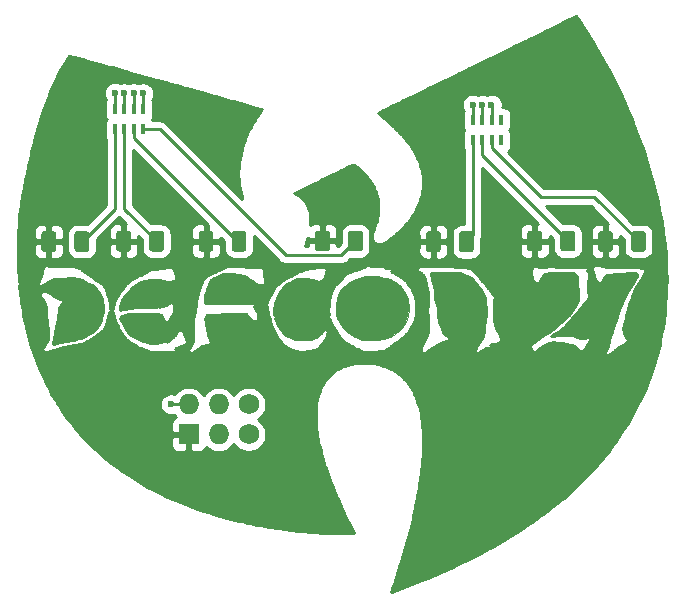
<source format=gbr>
G04 #@! TF.GenerationSoftware,KiCad,Pcbnew,(5.1.2)-1*
G04 #@! TF.CreationDate,2019-07-16T14:08:05-05:00*
G04 #@! TF.ProjectId,wutang-snmp-trap,77757461-6e67-42d7-936e-6d702d747261,rev?*
G04 #@! TF.SameCoordinates,Original*
G04 #@! TF.FileFunction,Copper,L2,Bot*
G04 #@! TF.FilePolarity,Positive*
%FSLAX46Y46*%
G04 Gerber Fmt 4.6, Leading zero omitted, Abs format (unit mm)*
G04 Created by KiCad (PCBNEW (5.1.2)-1) date 2019-07-16 14:08:05*
%MOMM*%
%LPD*%
G04 APERTURE LIST*
%ADD10C,0.010000*%
%ADD11C,1.727200*%
%ADD12O,1.727200X1.727200*%
%ADD13R,1.727200X1.727200*%
%ADD14C,0.100000*%
%ADD15C,1.250000*%
%ADD16R,0.425000X0.900000*%
%ADD17C,0.600000*%
%ADD18C,0.250000*%
%ADD19C,0.254000*%
G04 APERTURE END LIST*
D10*
G36*
X8864600Y-652604D02*
G01*
X8977127Y-681567D01*
X9082764Y-708971D01*
X9178806Y-734101D01*
X9262550Y-756239D01*
X9331294Y-774668D01*
X9382333Y-788671D01*
X9412966Y-797532D01*
X9420182Y-799972D01*
X9443904Y-812694D01*
X9484930Y-837447D01*
X9540240Y-872216D01*
X9606814Y-914985D01*
X9681630Y-963739D01*
X9761669Y-1016463D01*
X9843910Y-1071141D01*
X9925333Y-1125760D01*
X10002918Y-1178302D01*
X10073645Y-1226754D01*
X10134492Y-1269100D01*
X10182439Y-1303324D01*
X10214467Y-1327412D01*
X10226583Y-1338014D01*
X10275787Y-1397394D01*
X10333618Y-1471880D01*
X10395353Y-1554968D01*
X10456269Y-1640152D01*
X10511643Y-1720931D01*
X10556752Y-1790799D01*
X10563938Y-1802578D01*
X10689999Y-2031911D01*
X10791399Y-2261455D01*
X10868792Y-2493505D01*
X10922833Y-2730361D01*
X10954174Y-2974317D01*
X10963521Y-3206750D01*
X10952928Y-3459598D01*
X10920192Y-3703461D01*
X10864548Y-3941720D01*
X10785233Y-4177759D01*
X10699145Y-4378088D01*
X10630082Y-4513805D01*
X10551927Y-4648687D01*
X10467571Y-4778691D01*
X10379906Y-4899779D01*
X10291823Y-5007907D01*
X10206213Y-5099036D01*
X10142418Y-5156200D01*
X10110805Y-5182544D01*
X10066369Y-5220518D01*
X10015244Y-5264843D01*
X9968215Y-5306125D01*
X9771928Y-5463156D01*
X9563969Y-5597900D01*
X9345213Y-5709927D01*
X9116535Y-5798811D01*
X8878808Y-5864121D01*
X8794750Y-5881125D01*
X8727653Y-5891020D01*
X8637939Y-5900420D01*
X8528387Y-5909199D01*
X8401776Y-5917232D01*
X8260886Y-5924394D01*
X8108496Y-5930560D01*
X7947385Y-5935606D01*
X7780334Y-5939406D01*
X7610121Y-5941836D01*
X7439527Y-5942770D01*
X7423150Y-5942776D01*
X6991350Y-5942745D01*
X6525909Y-5716149D01*
X6393801Y-5651193D01*
X6273829Y-5590914D01*
X6168082Y-5536412D01*
X6078649Y-5488786D01*
X6007618Y-5449132D01*
X5957081Y-5418549D01*
X5947249Y-5412009D01*
X5741152Y-5257121D01*
X5552118Y-5087042D01*
X5381244Y-4903394D01*
X5229628Y-4707802D01*
X5098369Y-4501889D01*
X4988564Y-4287279D01*
X4901311Y-4065594D01*
X4837709Y-3838459D01*
X4818546Y-3743144D01*
X4812386Y-3704614D01*
X4807750Y-3664756D01*
X4804544Y-3619935D01*
X4802672Y-3566514D01*
X4802041Y-3500856D01*
X4802555Y-3419325D01*
X4804120Y-3318283D01*
X4805563Y-3244850D01*
X4807907Y-3135548D01*
X4810163Y-3047415D01*
X4812707Y-2976222D01*
X4815914Y-2917742D01*
X4820159Y-2867748D01*
X4825817Y-2822012D01*
X4833263Y-2776306D01*
X4842871Y-2726403D01*
X4855017Y-2668075D01*
X4857938Y-2654300D01*
X4875314Y-2572251D01*
X4893240Y-2487262D01*
X4910016Y-2407409D01*
X4923944Y-2340771D01*
X4928726Y-2317750D01*
X4980266Y-2129331D01*
X5054261Y-1950038D01*
X5149215Y-1782070D01*
X5263632Y-1627625D01*
X5396014Y-1488902D01*
X5544867Y-1368099D01*
X5600700Y-1330382D01*
X5638438Y-1302580D01*
X5686623Y-1261995D01*
X5738494Y-1214527D01*
X5778500Y-1175158D01*
X5819500Y-1134269D01*
X5857048Y-1100026D01*
X5894920Y-1070169D01*
X5936893Y-1042440D01*
X5986744Y-1014583D01*
X6048250Y-984338D01*
X6125188Y-949447D01*
X6221334Y-907654D01*
X6237748Y-900606D01*
X6367345Y-845830D01*
X6483207Y-798876D01*
X6592653Y-757063D01*
X6702998Y-717712D01*
X6821560Y-678144D01*
X6955655Y-635679D01*
X6991350Y-624639D01*
X7283450Y-534635D01*
X7810500Y-526057D01*
X8337550Y-517480D01*
X8864600Y-652604D01*
X8864600Y-652604D01*
G37*
X8864600Y-652604D02*
X8977127Y-681567D01*
X9082764Y-708971D01*
X9178806Y-734101D01*
X9262550Y-756239D01*
X9331294Y-774668D01*
X9382333Y-788671D01*
X9412966Y-797532D01*
X9420182Y-799972D01*
X9443904Y-812694D01*
X9484930Y-837447D01*
X9540240Y-872216D01*
X9606814Y-914985D01*
X9681630Y-963739D01*
X9761669Y-1016463D01*
X9843910Y-1071141D01*
X9925333Y-1125760D01*
X10002918Y-1178302D01*
X10073645Y-1226754D01*
X10134492Y-1269100D01*
X10182439Y-1303324D01*
X10214467Y-1327412D01*
X10226583Y-1338014D01*
X10275787Y-1397394D01*
X10333618Y-1471880D01*
X10395353Y-1554968D01*
X10456269Y-1640152D01*
X10511643Y-1720931D01*
X10556752Y-1790799D01*
X10563938Y-1802578D01*
X10689999Y-2031911D01*
X10791399Y-2261455D01*
X10868792Y-2493505D01*
X10922833Y-2730361D01*
X10954174Y-2974317D01*
X10963521Y-3206750D01*
X10952928Y-3459598D01*
X10920192Y-3703461D01*
X10864548Y-3941720D01*
X10785233Y-4177759D01*
X10699145Y-4378088D01*
X10630082Y-4513805D01*
X10551927Y-4648687D01*
X10467571Y-4778691D01*
X10379906Y-4899779D01*
X10291823Y-5007907D01*
X10206213Y-5099036D01*
X10142418Y-5156200D01*
X10110805Y-5182544D01*
X10066369Y-5220518D01*
X10015244Y-5264843D01*
X9968215Y-5306125D01*
X9771928Y-5463156D01*
X9563969Y-5597900D01*
X9345213Y-5709927D01*
X9116535Y-5798811D01*
X8878808Y-5864121D01*
X8794750Y-5881125D01*
X8727653Y-5891020D01*
X8637939Y-5900420D01*
X8528387Y-5909199D01*
X8401776Y-5917232D01*
X8260886Y-5924394D01*
X8108496Y-5930560D01*
X7947385Y-5935606D01*
X7780334Y-5939406D01*
X7610121Y-5941836D01*
X7439527Y-5942770D01*
X7423150Y-5942776D01*
X6991350Y-5942745D01*
X6525909Y-5716149D01*
X6393801Y-5651193D01*
X6273829Y-5590914D01*
X6168082Y-5536412D01*
X6078649Y-5488786D01*
X6007618Y-5449132D01*
X5957081Y-5418549D01*
X5947249Y-5412009D01*
X5741152Y-5257121D01*
X5552118Y-5087042D01*
X5381244Y-4903394D01*
X5229628Y-4707802D01*
X5098369Y-4501889D01*
X4988564Y-4287279D01*
X4901311Y-4065594D01*
X4837709Y-3838459D01*
X4818546Y-3743144D01*
X4812386Y-3704614D01*
X4807750Y-3664756D01*
X4804544Y-3619935D01*
X4802672Y-3566514D01*
X4802041Y-3500856D01*
X4802555Y-3419325D01*
X4804120Y-3318283D01*
X4805563Y-3244850D01*
X4807907Y-3135548D01*
X4810163Y-3047415D01*
X4812707Y-2976222D01*
X4815914Y-2917742D01*
X4820159Y-2867748D01*
X4825817Y-2822012D01*
X4833263Y-2776306D01*
X4842871Y-2726403D01*
X4855017Y-2668075D01*
X4857938Y-2654300D01*
X4875314Y-2572251D01*
X4893240Y-2487262D01*
X4910016Y-2407409D01*
X4923944Y-2340771D01*
X4928726Y-2317750D01*
X4980266Y-2129331D01*
X5054261Y-1950038D01*
X5149215Y-1782070D01*
X5263632Y-1627625D01*
X5396014Y-1488902D01*
X5544867Y-1368099D01*
X5600700Y-1330382D01*
X5638438Y-1302580D01*
X5686623Y-1261995D01*
X5738494Y-1214527D01*
X5778500Y-1175158D01*
X5819500Y-1134269D01*
X5857048Y-1100026D01*
X5894920Y-1070169D01*
X5936893Y-1042440D01*
X5986744Y-1014583D01*
X6048250Y-984338D01*
X6125188Y-949447D01*
X6221334Y-907654D01*
X6237748Y-900606D01*
X6367345Y-845830D01*
X6483207Y-798876D01*
X6592653Y-757063D01*
X6702998Y-717712D01*
X6821560Y-678144D01*
X6955655Y-635679D01*
X6991350Y-624639D01*
X7283450Y-534635D01*
X7810500Y-526057D01*
X8337550Y-517480D01*
X8864600Y-652604D01*
D11*
X-2586680Y-11399200D03*
X-2586680Y-13939200D03*
D12*
X-5126680Y-11399200D03*
X-5126680Y-13939200D03*
X-7666680Y-11399200D03*
D13*
X-7666680Y-13939200D03*
D14*
G36*
X-16315776Y3263936D02*
G01*
X-16291507Y3260336D01*
X-16267709Y3254375D01*
X-16244609Y3246110D01*
X-16222431Y3235620D01*
X-16201387Y3223007D01*
X-16181682Y3208393D01*
X-16163503Y3191917D01*
X-16147027Y3173738D01*
X-16132413Y3154033D01*
X-16119800Y3132989D01*
X-16109310Y3110811D01*
X-16101045Y3087711D01*
X-16095084Y3063913D01*
X-16091484Y3039644D01*
X-16090280Y3015140D01*
X-16090280Y1765140D01*
X-16091484Y1740636D01*
X-16095084Y1716367D01*
X-16101045Y1692569D01*
X-16109310Y1669469D01*
X-16119800Y1647291D01*
X-16132413Y1626247D01*
X-16147027Y1606542D01*
X-16163503Y1588363D01*
X-16181682Y1571887D01*
X-16201387Y1557273D01*
X-16222431Y1544660D01*
X-16244609Y1534170D01*
X-16267709Y1525905D01*
X-16291507Y1519944D01*
X-16315776Y1516344D01*
X-16340280Y1515140D01*
X-17090280Y1515140D01*
X-17114784Y1516344D01*
X-17139053Y1519944D01*
X-17162851Y1525905D01*
X-17185951Y1534170D01*
X-17208129Y1544660D01*
X-17229173Y1557273D01*
X-17248878Y1571887D01*
X-17267057Y1588363D01*
X-17283533Y1606542D01*
X-17298147Y1626247D01*
X-17310760Y1647291D01*
X-17321250Y1669469D01*
X-17329515Y1692569D01*
X-17335476Y1716367D01*
X-17339076Y1740636D01*
X-17340280Y1765140D01*
X-17340280Y3015140D01*
X-17339076Y3039644D01*
X-17335476Y3063913D01*
X-17329515Y3087711D01*
X-17321250Y3110811D01*
X-17310760Y3132989D01*
X-17298147Y3154033D01*
X-17283533Y3173738D01*
X-17267057Y3191917D01*
X-17248878Y3208393D01*
X-17229173Y3223007D01*
X-17208129Y3235620D01*
X-17185951Y3246110D01*
X-17162851Y3254375D01*
X-17139053Y3260336D01*
X-17114784Y3263936D01*
X-17090280Y3265140D01*
X-16340280Y3265140D01*
X-16315776Y3263936D01*
X-16315776Y3263936D01*
G37*
D15*
X-16715280Y2390140D03*
D14*
G36*
X-19115776Y3263936D02*
G01*
X-19091507Y3260336D01*
X-19067709Y3254375D01*
X-19044609Y3246110D01*
X-19022431Y3235620D01*
X-19001387Y3223007D01*
X-18981682Y3208393D01*
X-18963503Y3191917D01*
X-18947027Y3173738D01*
X-18932413Y3154033D01*
X-18919800Y3132989D01*
X-18909310Y3110811D01*
X-18901045Y3087711D01*
X-18895084Y3063913D01*
X-18891484Y3039644D01*
X-18890280Y3015140D01*
X-18890280Y1765140D01*
X-18891484Y1740636D01*
X-18895084Y1716367D01*
X-18901045Y1692569D01*
X-18909310Y1669469D01*
X-18919800Y1647291D01*
X-18932413Y1626247D01*
X-18947027Y1606542D01*
X-18963503Y1588363D01*
X-18981682Y1571887D01*
X-19001387Y1557273D01*
X-19022431Y1544660D01*
X-19044609Y1534170D01*
X-19067709Y1525905D01*
X-19091507Y1519944D01*
X-19115776Y1516344D01*
X-19140280Y1515140D01*
X-19890280Y1515140D01*
X-19914784Y1516344D01*
X-19939053Y1519944D01*
X-19962851Y1525905D01*
X-19985951Y1534170D01*
X-20008129Y1544660D01*
X-20029173Y1557273D01*
X-20048878Y1571887D01*
X-20067057Y1588363D01*
X-20083533Y1606542D01*
X-20098147Y1626247D01*
X-20110760Y1647291D01*
X-20121250Y1669469D01*
X-20129515Y1692569D01*
X-20135476Y1716367D01*
X-20139076Y1740636D01*
X-20140280Y1765140D01*
X-20140280Y3015140D01*
X-20139076Y3039644D01*
X-20135476Y3063913D01*
X-20129515Y3087711D01*
X-20121250Y3110811D01*
X-20110760Y3132989D01*
X-20098147Y3154033D01*
X-20083533Y3173738D01*
X-20067057Y3191917D01*
X-20048878Y3208393D01*
X-20029173Y3223007D01*
X-20008129Y3235620D01*
X-19985951Y3246110D01*
X-19962851Y3254375D01*
X-19939053Y3260336D01*
X-19914784Y3263936D01*
X-19890280Y3265140D01*
X-19140280Y3265140D01*
X-19115776Y3263936D01*
X-19115776Y3263936D01*
G37*
D15*
X-19515280Y2390140D03*
D14*
G36*
X-12788176Y3296956D02*
G01*
X-12763907Y3293356D01*
X-12740109Y3287395D01*
X-12717009Y3279130D01*
X-12694831Y3268640D01*
X-12673787Y3256027D01*
X-12654082Y3241413D01*
X-12635903Y3224937D01*
X-12619427Y3206758D01*
X-12604813Y3187053D01*
X-12592200Y3166009D01*
X-12581710Y3143831D01*
X-12573445Y3120731D01*
X-12567484Y3096933D01*
X-12563884Y3072664D01*
X-12562680Y3048160D01*
X-12562680Y1798160D01*
X-12563884Y1773656D01*
X-12567484Y1749387D01*
X-12573445Y1725589D01*
X-12581710Y1702489D01*
X-12592200Y1680311D01*
X-12604813Y1659267D01*
X-12619427Y1639562D01*
X-12635903Y1621383D01*
X-12654082Y1604907D01*
X-12673787Y1590293D01*
X-12694831Y1577680D01*
X-12717009Y1567190D01*
X-12740109Y1558925D01*
X-12763907Y1552964D01*
X-12788176Y1549364D01*
X-12812680Y1548160D01*
X-13562680Y1548160D01*
X-13587184Y1549364D01*
X-13611453Y1552964D01*
X-13635251Y1558925D01*
X-13658351Y1567190D01*
X-13680529Y1577680D01*
X-13701573Y1590293D01*
X-13721278Y1604907D01*
X-13739457Y1621383D01*
X-13755933Y1639562D01*
X-13770547Y1659267D01*
X-13783160Y1680311D01*
X-13793650Y1702489D01*
X-13801915Y1725589D01*
X-13807876Y1749387D01*
X-13811476Y1773656D01*
X-13812680Y1798160D01*
X-13812680Y3048160D01*
X-13811476Y3072664D01*
X-13807876Y3096933D01*
X-13801915Y3120731D01*
X-13793650Y3143831D01*
X-13783160Y3166009D01*
X-13770547Y3187053D01*
X-13755933Y3206758D01*
X-13739457Y3224937D01*
X-13721278Y3241413D01*
X-13701573Y3256027D01*
X-13680529Y3268640D01*
X-13658351Y3279130D01*
X-13635251Y3287395D01*
X-13611453Y3293356D01*
X-13587184Y3296956D01*
X-13562680Y3298160D01*
X-12812680Y3298160D01*
X-12788176Y3296956D01*
X-12788176Y3296956D01*
G37*
D15*
X-13187680Y2423160D03*
D14*
G36*
X-9988176Y3296956D02*
G01*
X-9963907Y3293356D01*
X-9940109Y3287395D01*
X-9917009Y3279130D01*
X-9894831Y3268640D01*
X-9873787Y3256027D01*
X-9854082Y3241413D01*
X-9835903Y3224937D01*
X-9819427Y3206758D01*
X-9804813Y3187053D01*
X-9792200Y3166009D01*
X-9781710Y3143831D01*
X-9773445Y3120731D01*
X-9767484Y3096933D01*
X-9763884Y3072664D01*
X-9762680Y3048160D01*
X-9762680Y1798160D01*
X-9763884Y1773656D01*
X-9767484Y1749387D01*
X-9773445Y1725589D01*
X-9781710Y1702489D01*
X-9792200Y1680311D01*
X-9804813Y1659267D01*
X-9819427Y1639562D01*
X-9835903Y1621383D01*
X-9854082Y1604907D01*
X-9873787Y1590293D01*
X-9894831Y1577680D01*
X-9917009Y1567190D01*
X-9940109Y1558925D01*
X-9963907Y1552964D01*
X-9988176Y1549364D01*
X-10012680Y1548160D01*
X-10762680Y1548160D01*
X-10787184Y1549364D01*
X-10811453Y1552964D01*
X-10835251Y1558925D01*
X-10858351Y1567190D01*
X-10880529Y1577680D01*
X-10901573Y1590293D01*
X-10921278Y1604907D01*
X-10939457Y1621383D01*
X-10955933Y1639562D01*
X-10970547Y1659267D01*
X-10983160Y1680311D01*
X-10993650Y1702489D01*
X-11001915Y1725589D01*
X-11007876Y1749387D01*
X-11011476Y1773656D01*
X-11012680Y1798160D01*
X-11012680Y3048160D01*
X-11011476Y3072664D01*
X-11007876Y3096933D01*
X-11001915Y3120731D01*
X-10993650Y3143831D01*
X-10983160Y3166009D01*
X-10970547Y3187053D01*
X-10955933Y3206758D01*
X-10939457Y3224937D01*
X-10921278Y3241413D01*
X-10901573Y3256027D01*
X-10880529Y3268640D01*
X-10858351Y3279130D01*
X-10835251Y3287395D01*
X-10811453Y3293356D01*
X-10787184Y3296956D01*
X-10762680Y3298160D01*
X-10012680Y3298160D01*
X-9988176Y3296956D01*
X-9988176Y3296956D01*
G37*
D15*
X-10387680Y2423160D03*
D14*
G36*
X-3003176Y3296956D02*
G01*
X-2978907Y3293356D01*
X-2955109Y3287395D01*
X-2932009Y3279130D01*
X-2909831Y3268640D01*
X-2888787Y3256027D01*
X-2869082Y3241413D01*
X-2850903Y3224937D01*
X-2834427Y3206758D01*
X-2819813Y3187053D01*
X-2807200Y3166009D01*
X-2796710Y3143831D01*
X-2788445Y3120731D01*
X-2782484Y3096933D01*
X-2778884Y3072664D01*
X-2777680Y3048160D01*
X-2777680Y1798160D01*
X-2778884Y1773656D01*
X-2782484Y1749387D01*
X-2788445Y1725589D01*
X-2796710Y1702489D01*
X-2807200Y1680311D01*
X-2819813Y1659267D01*
X-2834427Y1639562D01*
X-2850903Y1621383D01*
X-2869082Y1604907D01*
X-2888787Y1590293D01*
X-2909831Y1577680D01*
X-2932009Y1567190D01*
X-2955109Y1558925D01*
X-2978907Y1552964D01*
X-3003176Y1549364D01*
X-3027680Y1548160D01*
X-3777680Y1548160D01*
X-3802184Y1549364D01*
X-3826453Y1552964D01*
X-3850251Y1558925D01*
X-3873351Y1567190D01*
X-3895529Y1577680D01*
X-3916573Y1590293D01*
X-3936278Y1604907D01*
X-3954457Y1621383D01*
X-3970933Y1639562D01*
X-3985547Y1659267D01*
X-3998160Y1680311D01*
X-4008650Y1702489D01*
X-4016915Y1725589D01*
X-4022876Y1749387D01*
X-4026476Y1773656D01*
X-4027680Y1798160D01*
X-4027680Y3048160D01*
X-4026476Y3072664D01*
X-4022876Y3096933D01*
X-4016915Y3120731D01*
X-4008650Y3143831D01*
X-3998160Y3166009D01*
X-3985547Y3187053D01*
X-3970933Y3206758D01*
X-3954457Y3224937D01*
X-3936278Y3241413D01*
X-3916573Y3256027D01*
X-3895529Y3268640D01*
X-3873351Y3279130D01*
X-3850251Y3287395D01*
X-3826453Y3293356D01*
X-3802184Y3296956D01*
X-3777680Y3298160D01*
X-3027680Y3298160D01*
X-3003176Y3296956D01*
X-3003176Y3296956D01*
G37*
D15*
X-3402680Y2423160D03*
D14*
G36*
X-5803176Y3296956D02*
G01*
X-5778907Y3293356D01*
X-5755109Y3287395D01*
X-5732009Y3279130D01*
X-5709831Y3268640D01*
X-5688787Y3256027D01*
X-5669082Y3241413D01*
X-5650903Y3224937D01*
X-5634427Y3206758D01*
X-5619813Y3187053D01*
X-5607200Y3166009D01*
X-5596710Y3143831D01*
X-5588445Y3120731D01*
X-5582484Y3096933D01*
X-5578884Y3072664D01*
X-5577680Y3048160D01*
X-5577680Y1798160D01*
X-5578884Y1773656D01*
X-5582484Y1749387D01*
X-5588445Y1725589D01*
X-5596710Y1702489D01*
X-5607200Y1680311D01*
X-5619813Y1659267D01*
X-5634427Y1639562D01*
X-5650903Y1621383D01*
X-5669082Y1604907D01*
X-5688787Y1590293D01*
X-5709831Y1577680D01*
X-5732009Y1567190D01*
X-5755109Y1558925D01*
X-5778907Y1552964D01*
X-5803176Y1549364D01*
X-5827680Y1548160D01*
X-6577680Y1548160D01*
X-6602184Y1549364D01*
X-6626453Y1552964D01*
X-6650251Y1558925D01*
X-6673351Y1567190D01*
X-6695529Y1577680D01*
X-6716573Y1590293D01*
X-6736278Y1604907D01*
X-6754457Y1621383D01*
X-6770933Y1639562D01*
X-6785547Y1659267D01*
X-6798160Y1680311D01*
X-6808650Y1702489D01*
X-6816915Y1725589D01*
X-6822876Y1749387D01*
X-6826476Y1773656D01*
X-6827680Y1798160D01*
X-6827680Y3048160D01*
X-6826476Y3072664D01*
X-6822876Y3096933D01*
X-6816915Y3120731D01*
X-6808650Y3143831D01*
X-6798160Y3166009D01*
X-6785547Y3187053D01*
X-6770933Y3206758D01*
X-6754457Y3224937D01*
X-6736278Y3241413D01*
X-6716573Y3256027D01*
X-6695529Y3268640D01*
X-6673351Y3279130D01*
X-6650251Y3287395D01*
X-6626453Y3293356D01*
X-6602184Y3296956D01*
X-6577680Y3298160D01*
X-5827680Y3298160D01*
X-5803176Y3296956D01*
X-5803176Y3296956D01*
G37*
D15*
X-6202680Y2423160D03*
D14*
G36*
X4056644Y3314736D02*
G01*
X4080913Y3311136D01*
X4104711Y3305175D01*
X4127811Y3296910D01*
X4149989Y3286420D01*
X4171033Y3273807D01*
X4190738Y3259193D01*
X4208917Y3242717D01*
X4225393Y3224538D01*
X4240007Y3204833D01*
X4252620Y3183789D01*
X4263110Y3161611D01*
X4271375Y3138511D01*
X4277336Y3114713D01*
X4280936Y3090444D01*
X4282140Y3065940D01*
X4282140Y1815940D01*
X4280936Y1791436D01*
X4277336Y1767167D01*
X4271375Y1743369D01*
X4263110Y1720269D01*
X4252620Y1698091D01*
X4240007Y1677047D01*
X4225393Y1657342D01*
X4208917Y1639163D01*
X4190738Y1622687D01*
X4171033Y1608073D01*
X4149989Y1595460D01*
X4127811Y1584970D01*
X4104711Y1576705D01*
X4080913Y1570744D01*
X4056644Y1567144D01*
X4032140Y1565940D01*
X3282140Y1565940D01*
X3257636Y1567144D01*
X3233367Y1570744D01*
X3209569Y1576705D01*
X3186469Y1584970D01*
X3164291Y1595460D01*
X3143247Y1608073D01*
X3123542Y1622687D01*
X3105363Y1639163D01*
X3088887Y1657342D01*
X3074273Y1677047D01*
X3061660Y1698091D01*
X3051170Y1720269D01*
X3042905Y1743369D01*
X3036944Y1767167D01*
X3033344Y1791436D01*
X3032140Y1815940D01*
X3032140Y3065940D01*
X3033344Y3090444D01*
X3036944Y3114713D01*
X3042905Y3138511D01*
X3051170Y3161611D01*
X3061660Y3183789D01*
X3074273Y3204833D01*
X3088887Y3224538D01*
X3105363Y3242717D01*
X3123542Y3259193D01*
X3143247Y3273807D01*
X3164291Y3286420D01*
X3186469Y3296910D01*
X3209569Y3305175D01*
X3233367Y3311136D01*
X3257636Y3314736D01*
X3282140Y3315940D01*
X4032140Y3315940D01*
X4056644Y3314736D01*
X4056644Y3314736D01*
G37*
D15*
X3657140Y2440940D03*
D14*
G36*
X6856644Y3314736D02*
G01*
X6880913Y3311136D01*
X6904711Y3305175D01*
X6927811Y3296910D01*
X6949989Y3286420D01*
X6971033Y3273807D01*
X6990738Y3259193D01*
X7008917Y3242717D01*
X7025393Y3224538D01*
X7040007Y3204833D01*
X7052620Y3183789D01*
X7063110Y3161611D01*
X7071375Y3138511D01*
X7077336Y3114713D01*
X7080936Y3090444D01*
X7082140Y3065940D01*
X7082140Y1815940D01*
X7080936Y1791436D01*
X7077336Y1767167D01*
X7071375Y1743369D01*
X7063110Y1720269D01*
X7052620Y1698091D01*
X7040007Y1677047D01*
X7025393Y1657342D01*
X7008917Y1639163D01*
X6990738Y1622687D01*
X6971033Y1608073D01*
X6949989Y1595460D01*
X6927811Y1584970D01*
X6904711Y1576705D01*
X6880913Y1570744D01*
X6856644Y1567144D01*
X6832140Y1565940D01*
X6082140Y1565940D01*
X6057636Y1567144D01*
X6033367Y1570744D01*
X6009569Y1576705D01*
X5986469Y1584970D01*
X5964291Y1595460D01*
X5943247Y1608073D01*
X5923542Y1622687D01*
X5905363Y1639163D01*
X5888887Y1657342D01*
X5874273Y1677047D01*
X5861660Y1698091D01*
X5851170Y1720269D01*
X5842905Y1743369D01*
X5836944Y1767167D01*
X5833344Y1791436D01*
X5832140Y1815940D01*
X5832140Y3065940D01*
X5833344Y3090444D01*
X5836944Y3114713D01*
X5842905Y3138511D01*
X5851170Y3161611D01*
X5861660Y3183789D01*
X5874273Y3204833D01*
X5888887Y3224538D01*
X5905363Y3242717D01*
X5923542Y3259193D01*
X5943247Y3273807D01*
X5964291Y3286420D01*
X5986469Y3296910D01*
X6009569Y3305175D01*
X6033367Y3311136D01*
X6057636Y3314736D01*
X6082140Y3315940D01*
X6832140Y3315940D01*
X6856644Y3314736D01*
X6856644Y3314736D01*
G37*
D15*
X6457140Y2440940D03*
D14*
G36*
X16246564Y3253776D02*
G01*
X16270833Y3250176D01*
X16294631Y3244215D01*
X16317731Y3235950D01*
X16339909Y3225460D01*
X16360953Y3212847D01*
X16380658Y3198233D01*
X16398837Y3181757D01*
X16415313Y3163578D01*
X16429927Y3143873D01*
X16442540Y3122829D01*
X16453030Y3100651D01*
X16461295Y3077551D01*
X16467256Y3053753D01*
X16470856Y3029484D01*
X16472060Y3004980D01*
X16472060Y1754980D01*
X16470856Y1730476D01*
X16467256Y1706207D01*
X16461295Y1682409D01*
X16453030Y1659309D01*
X16442540Y1637131D01*
X16429927Y1616087D01*
X16415313Y1596382D01*
X16398837Y1578203D01*
X16380658Y1561727D01*
X16360953Y1547113D01*
X16339909Y1534500D01*
X16317731Y1524010D01*
X16294631Y1515745D01*
X16270833Y1509784D01*
X16246564Y1506184D01*
X16222060Y1504980D01*
X15472060Y1504980D01*
X15447556Y1506184D01*
X15423287Y1509784D01*
X15399489Y1515745D01*
X15376389Y1524010D01*
X15354211Y1534500D01*
X15333167Y1547113D01*
X15313462Y1561727D01*
X15295283Y1578203D01*
X15278807Y1596382D01*
X15264193Y1616087D01*
X15251580Y1637131D01*
X15241090Y1659309D01*
X15232825Y1682409D01*
X15226864Y1706207D01*
X15223264Y1730476D01*
X15222060Y1754980D01*
X15222060Y3004980D01*
X15223264Y3029484D01*
X15226864Y3053753D01*
X15232825Y3077551D01*
X15241090Y3100651D01*
X15251580Y3122829D01*
X15264193Y3143873D01*
X15278807Y3163578D01*
X15295283Y3181757D01*
X15313462Y3198233D01*
X15333167Y3212847D01*
X15354211Y3225460D01*
X15376389Y3235950D01*
X15399489Y3244215D01*
X15423287Y3250176D01*
X15447556Y3253776D01*
X15472060Y3254980D01*
X16222060Y3254980D01*
X16246564Y3253776D01*
X16246564Y3253776D01*
G37*
D15*
X15847060Y2379980D03*
D14*
G36*
X13446564Y3253776D02*
G01*
X13470833Y3250176D01*
X13494631Y3244215D01*
X13517731Y3235950D01*
X13539909Y3225460D01*
X13560953Y3212847D01*
X13580658Y3198233D01*
X13598837Y3181757D01*
X13615313Y3163578D01*
X13629927Y3143873D01*
X13642540Y3122829D01*
X13653030Y3100651D01*
X13661295Y3077551D01*
X13667256Y3053753D01*
X13670856Y3029484D01*
X13672060Y3004980D01*
X13672060Y1754980D01*
X13670856Y1730476D01*
X13667256Y1706207D01*
X13661295Y1682409D01*
X13653030Y1659309D01*
X13642540Y1637131D01*
X13629927Y1616087D01*
X13615313Y1596382D01*
X13598837Y1578203D01*
X13580658Y1561727D01*
X13560953Y1547113D01*
X13539909Y1534500D01*
X13517731Y1524010D01*
X13494631Y1515745D01*
X13470833Y1509784D01*
X13446564Y1506184D01*
X13422060Y1504980D01*
X12672060Y1504980D01*
X12647556Y1506184D01*
X12623287Y1509784D01*
X12599489Y1515745D01*
X12576389Y1524010D01*
X12554211Y1534500D01*
X12533167Y1547113D01*
X12513462Y1561727D01*
X12495283Y1578203D01*
X12478807Y1596382D01*
X12464193Y1616087D01*
X12451580Y1637131D01*
X12441090Y1659309D01*
X12432825Y1682409D01*
X12426864Y1706207D01*
X12423264Y1730476D01*
X12422060Y1754980D01*
X12422060Y3004980D01*
X12423264Y3029484D01*
X12426864Y3053753D01*
X12432825Y3077551D01*
X12441090Y3100651D01*
X12451580Y3122829D01*
X12464193Y3143873D01*
X12478807Y3163578D01*
X12495283Y3181757D01*
X12513462Y3198233D01*
X12533167Y3212847D01*
X12554211Y3225460D01*
X12576389Y3235950D01*
X12599489Y3244215D01*
X12623287Y3250176D01*
X12647556Y3253776D01*
X12672060Y3254980D01*
X13422060Y3254980D01*
X13446564Y3253776D01*
X13446564Y3253776D01*
G37*
D15*
X13047060Y2379980D03*
D14*
G36*
X22027144Y3304576D02*
G01*
X22051413Y3300976D01*
X22075211Y3295015D01*
X22098311Y3286750D01*
X22120489Y3276260D01*
X22141533Y3263647D01*
X22161238Y3249033D01*
X22179417Y3232557D01*
X22195893Y3214378D01*
X22210507Y3194673D01*
X22223120Y3173629D01*
X22233610Y3151451D01*
X22241875Y3128351D01*
X22247836Y3104553D01*
X22251436Y3080284D01*
X22252640Y3055780D01*
X22252640Y1805780D01*
X22251436Y1781276D01*
X22247836Y1757007D01*
X22241875Y1733209D01*
X22233610Y1710109D01*
X22223120Y1687931D01*
X22210507Y1666887D01*
X22195893Y1647182D01*
X22179417Y1629003D01*
X22161238Y1612527D01*
X22141533Y1597913D01*
X22120489Y1585300D01*
X22098311Y1574810D01*
X22075211Y1566545D01*
X22051413Y1560584D01*
X22027144Y1556984D01*
X22002640Y1555780D01*
X21252640Y1555780D01*
X21228136Y1556984D01*
X21203867Y1560584D01*
X21180069Y1566545D01*
X21156969Y1574810D01*
X21134791Y1585300D01*
X21113747Y1597913D01*
X21094042Y1612527D01*
X21075863Y1629003D01*
X21059387Y1647182D01*
X21044773Y1666887D01*
X21032160Y1687931D01*
X21021670Y1710109D01*
X21013405Y1733209D01*
X21007444Y1757007D01*
X21003844Y1781276D01*
X21002640Y1805780D01*
X21002640Y3055780D01*
X21003844Y3080284D01*
X21007444Y3104553D01*
X21013405Y3128351D01*
X21021670Y3151451D01*
X21032160Y3173629D01*
X21044773Y3194673D01*
X21059387Y3214378D01*
X21075863Y3232557D01*
X21094042Y3249033D01*
X21113747Y3263647D01*
X21134791Y3276260D01*
X21156969Y3286750D01*
X21180069Y3295015D01*
X21203867Y3300976D01*
X21228136Y3304576D01*
X21252640Y3305780D01*
X22002640Y3305780D01*
X22027144Y3304576D01*
X22027144Y3304576D01*
G37*
D15*
X21627640Y2430780D03*
D14*
G36*
X24827144Y3304576D02*
G01*
X24851413Y3300976D01*
X24875211Y3295015D01*
X24898311Y3286750D01*
X24920489Y3276260D01*
X24941533Y3263647D01*
X24961238Y3249033D01*
X24979417Y3232557D01*
X24995893Y3214378D01*
X25010507Y3194673D01*
X25023120Y3173629D01*
X25033610Y3151451D01*
X25041875Y3128351D01*
X25047836Y3104553D01*
X25051436Y3080284D01*
X25052640Y3055780D01*
X25052640Y1805780D01*
X25051436Y1781276D01*
X25047836Y1757007D01*
X25041875Y1733209D01*
X25033610Y1710109D01*
X25023120Y1687931D01*
X25010507Y1666887D01*
X24995893Y1647182D01*
X24979417Y1629003D01*
X24961238Y1612527D01*
X24941533Y1597913D01*
X24920489Y1585300D01*
X24898311Y1574810D01*
X24875211Y1566545D01*
X24851413Y1560584D01*
X24827144Y1556984D01*
X24802640Y1555780D01*
X24052640Y1555780D01*
X24028136Y1556984D01*
X24003867Y1560584D01*
X23980069Y1566545D01*
X23956969Y1574810D01*
X23934791Y1585300D01*
X23913747Y1597913D01*
X23894042Y1612527D01*
X23875863Y1629003D01*
X23859387Y1647182D01*
X23844773Y1666887D01*
X23832160Y1687931D01*
X23821670Y1710109D01*
X23813405Y1733209D01*
X23807444Y1757007D01*
X23803844Y1781276D01*
X23802640Y1805780D01*
X23802640Y3055780D01*
X23803844Y3080284D01*
X23807444Y3104553D01*
X23813405Y3128351D01*
X23821670Y3151451D01*
X23832160Y3173629D01*
X23844773Y3194673D01*
X23859387Y3214378D01*
X23875863Y3232557D01*
X23894042Y3249033D01*
X23913747Y3263647D01*
X23934791Y3276260D01*
X23956969Y3286750D01*
X23980069Y3295015D01*
X24003867Y3300976D01*
X24028136Y3304576D01*
X24052640Y3305780D01*
X24802640Y3305780D01*
X24827144Y3304576D01*
X24827144Y3304576D01*
G37*
D15*
X24427640Y2430780D03*
D14*
G36*
X28013464Y3279176D02*
G01*
X28037733Y3275576D01*
X28061531Y3269615D01*
X28084631Y3261350D01*
X28106809Y3250860D01*
X28127853Y3238247D01*
X28147558Y3223633D01*
X28165737Y3207157D01*
X28182213Y3188978D01*
X28196827Y3169273D01*
X28209440Y3148229D01*
X28219930Y3126051D01*
X28228195Y3102951D01*
X28234156Y3079153D01*
X28237756Y3054884D01*
X28238960Y3030380D01*
X28238960Y1780380D01*
X28237756Y1755876D01*
X28234156Y1731607D01*
X28228195Y1707809D01*
X28219930Y1684709D01*
X28209440Y1662531D01*
X28196827Y1641487D01*
X28182213Y1621782D01*
X28165737Y1603603D01*
X28147558Y1587127D01*
X28127853Y1572513D01*
X28106809Y1559900D01*
X28084631Y1549410D01*
X28061531Y1541145D01*
X28037733Y1535184D01*
X28013464Y1531584D01*
X27988960Y1530380D01*
X27238960Y1530380D01*
X27214456Y1531584D01*
X27190187Y1535184D01*
X27166389Y1541145D01*
X27143289Y1549410D01*
X27121111Y1559900D01*
X27100067Y1572513D01*
X27080362Y1587127D01*
X27062183Y1603603D01*
X27045707Y1621782D01*
X27031093Y1641487D01*
X27018480Y1662531D01*
X27007990Y1684709D01*
X26999725Y1707809D01*
X26993764Y1731607D01*
X26990164Y1755876D01*
X26988960Y1780380D01*
X26988960Y3030380D01*
X26990164Y3054884D01*
X26993764Y3079153D01*
X26999725Y3102951D01*
X27007990Y3126051D01*
X27018480Y3148229D01*
X27031093Y3169273D01*
X27045707Y3188978D01*
X27062183Y3207157D01*
X27080362Y3223633D01*
X27100067Y3238247D01*
X27121111Y3250860D01*
X27143289Y3261350D01*
X27166389Y3269615D01*
X27190187Y3275576D01*
X27214456Y3279176D01*
X27238960Y3280380D01*
X27988960Y3280380D01*
X28013464Y3279176D01*
X28013464Y3279176D01*
G37*
D15*
X27613960Y2405380D03*
D14*
G36*
X30813464Y3279176D02*
G01*
X30837733Y3275576D01*
X30861531Y3269615D01*
X30884631Y3261350D01*
X30906809Y3250860D01*
X30927853Y3238247D01*
X30947558Y3223633D01*
X30965737Y3207157D01*
X30982213Y3188978D01*
X30996827Y3169273D01*
X31009440Y3148229D01*
X31019930Y3126051D01*
X31028195Y3102951D01*
X31034156Y3079153D01*
X31037756Y3054884D01*
X31038960Y3030380D01*
X31038960Y1780380D01*
X31037756Y1755876D01*
X31034156Y1731607D01*
X31028195Y1707809D01*
X31019930Y1684709D01*
X31009440Y1662531D01*
X30996827Y1641487D01*
X30982213Y1621782D01*
X30965737Y1603603D01*
X30947558Y1587127D01*
X30927853Y1572513D01*
X30906809Y1559900D01*
X30884631Y1549410D01*
X30861531Y1541145D01*
X30837733Y1535184D01*
X30813464Y1531584D01*
X30788960Y1530380D01*
X30038960Y1530380D01*
X30014456Y1531584D01*
X29990187Y1535184D01*
X29966389Y1541145D01*
X29943289Y1549410D01*
X29921111Y1559900D01*
X29900067Y1572513D01*
X29880362Y1587127D01*
X29862183Y1603603D01*
X29845707Y1621782D01*
X29831093Y1641487D01*
X29818480Y1662531D01*
X29807990Y1684709D01*
X29799725Y1707809D01*
X29793764Y1731607D01*
X29790164Y1755876D01*
X29788960Y1780380D01*
X29788960Y3030380D01*
X29790164Y3054884D01*
X29793764Y3079153D01*
X29799725Y3102951D01*
X29807990Y3126051D01*
X29818480Y3148229D01*
X29831093Y3169273D01*
X29845707Y3188978D01*
X29862183Y3207157D01*
X29880362Y3223633D01*
X29900067Y3238247D01*
X29921111Y3250860D01*
X29943289Y3261350D01*
X29966389Y3269615D01*
X29990187Y3275576D01*
X30014456Y3279176D01*
X30038960Y3280380D01*
X30788960Y3280380D01*
X30813464Y3279176D01*
X30813464Y3279176D01*
G37*
D15*
X30413960Y2405380D03*
D16*
X-13922860Y13588100D03*
X-13122860Y13588100D03*
X-12322860Y13588100D03*
X-11522860Y13588100D03*
X-11522860Y11888100D03*
X-12322860Y11888100D03*
X-13122860Y11888100D03*
X-13922860Y11888100D03*
X16378020Y10988040D03*
X17178020Y10988040D03*
X17978020Y10988040D03*
X18778020Y10988040D03*
X18778020Y12688040D03*
X17978020Y12688040D03*
X17178020Y12688040D03*
X16378020Y12688040D03*
D17*
X-9174480Y-11396980D03*
X-13919200Y14991080D03*
X-13139420Y14958060D03*
X-12336780Y14947900D03*
X-11516360Y14937740D03*
X16375380Y13985240D03*
X17178020Y13975080D03*
X17965420Y13985240D03*
X-9278620Y-13967460D03*
D18*
X-7666680Y-11399200D02*
X-9172260Y-11399200D01*
X-9172260Y-11399200D02*
X-9174480Y-11396980D01*
X-13922860Y13588100D02*
X-13922860Y14987420D01*
X-13922860Y14987420D02*
X-13919200Y14991080D01*
X-13122860Y13588100D02*
X-13122860Y14941500D01*
X-13122860Y14941500D02*
X-13139420Y14958060D01*
X-12322860Y13588100D02*
X-12322860Y14933980D01*
X-12322860Y14933980D02*
X-12336780Y14947900D01*
X-11522860Y13588100D02*
X-11522860Y14931240D01*
X-11522860Y14931240D02*
X-11516360Y14937740D01*
X16378020Y12688040D02*
X16378020Y13982600D01*
X16378020Y13982600D02*
X16375380Y13985240D01*
X17178020Y12688040D02*
X17178020Y13975080D01*
X17978020Y12688040D02*
X17978020Y13972640D01*
X17978020Y13972640D02*
X17965420Y13985240D01*
X-13922860Y5182560D02*
X-16715280Y2390140D01*
X-13922860Y11888100D02*
X-13922860Y5182560D01*
X-3557920Y2423160D02*
X-3402680Y2423160D01*
X-12322860Y11188100D02*
X-3557920Y2423160D01*
X-12322860Y11888100D02*
X-12322860Y11188100D01*
X-13122860Y5158340D02*
X-10387680Y2423160D01*
X-13122860Y11888100D02*
X-13122860Y5158340D01*
X-11522860Y11888100D02*
X-10117720Y11888100D01*
X5761430Y1745230D02*
X6457140Y2440940D01*
X5257130Y1240930D02*
X5761430Y1745230D01*
X529450Y1240930D02*
X5257130Y1240930D01*
X-10117720Y11888100D02*
X529450Y1240930D01*
X16378020Y2910940D02*
X15847060Y2379980D01*
X16378020Y10988040D02*
X16378020Y2910940D01*
X17178020Y9680400D02*
X24427640Y2430780D01*
X17178020Y10988040D02*
X17178020Y9680400D01*
X17978020Y10288040D02*
X22119260Y6146800D01*
X17978020Y10988040D02*
X17978020Y10288040D01*
X26672540Y6146800D02*
X30413960Y2405380D01*
X22119260Y6146800D02*
X26672540Y6146800D01*
D19*
G36*
X25400208Y21127241D02*
G01*
X25972220Y20244842D01*
X26544627Y19312184D01*
X27105300Y18349523D01*
X27642286Y17376702D01*
X27978499Y16742090D01*
X28318976Y16069249D01*
X28819753Y15050562D01*
X29262693Y14090745D01*
X29553940Y13425914D01*
X29822160Y12790823D01*
X29958273Y12455878D01*
X30321476Y11527885D01*
X30637236Y10671763D01*
X30758566Y10324438D01*
X30943672Y9776672D01*
X31075913Y9376000D01*
X31154298Y9128144D01*
X31253979Y8804470D01*
X31499411Y7965898D01*
X31585029Y7653997D01*
X31845898Y6649109D01*
X31891270Y6455875D01*
X32044003Y5782969D01*
X32079548Y5614209D01*
X32261844Y4693428D01*
X32305251Y4460342D01*
X32373639Y4061678D01*
X32424767Y3743469D01*
X32454897Y3545966D01*
X32483978Y3342230D01*
X32529189Y3004284D01*
X32566950Y2705313D01*
X32641884Y2053652D01*
X32703149Y1349227D01*
X32762085Y426731D01*
X32778380Y-89429D01*
X32783974Y-802516D01*
X32778478Y-1514317D01*
X32762258Y-2025345D01*
X32696074Y-3003979D01*
X32629390Y-3690014D01*
X32456432Y-4935946D01*
X32421502Y-5134567D01*
X32264478Y-5950073D01*
X32226795Y-6128753D01*
X32198425Y-6262417D01*
X31967598Y-7190508D01*
X31906889Y-7413440D01*
X31783810Y-7835740D01*
X31620694Y-8352660D01*
X31453173Y-8844993D01*
X31214856Y-9488521D01*
X31014452Y-9982067D01*
X30798159Y-10485984D01*
X30764605Y-10562835D01*
X30706503Y-10689771D01*
X30537523Y-11048448D01*
X30325017Y-11480498D01*
X30148816Y-11820095D01*
X30063934Y-11977231D01*
X29776069Y-12496944D01*
X29488495Y-12986483D01*
X29050128Y-13681672D01*
X28775958Y-14090747D01*
X28489391Y-14499254D01*
X28190999Y-14906250D01*
X27878823Y-15314328D01*
X27650568Y-15603930D01*
X27369590Y-15943262D01*
X27093867Y-16272250D01*
X26870030Y-16526230D01*
X26616230Y-16812138D01*
X26324202Y-17126461D01*
X25905699Y-17557160D01*
X25466229Y-17996904D01*
X25112255Y-18337810D01*
X24817181Y-18611660D01*
X24065739Y-19278677D01*
X23768764Y-19527686D01*
X23507172Y-19745582D01*
X23197294Y-19994120D01*
X22671002Y-20405962D01*
X22367428Y-20637079D01*
X21919912Y-20966407D01*
X21698683Y-21125860D01*
X21430639Y-21314893D01*
X21247486Y-21441568D01*
X20380685Y-22022707D01*
X19670366Y-22474699D01*
X18569854Y-23133505D01*
X18044616Y-23434917D01*
X17608244Y-23675608D01*
X17482359Y-23745016D01*
X17319577Y-23832910D01*
X17072881Y-23965797D01*
X16049658Y-24486354D01*
X14932541Y-25032779D01*
X14724113Y-25130212D01*
X14087384Y-25422212D01*
X13335883Y-25752416D01*
X12552768Y-26084914D01*
X11826084Y-26381728D01*
X10576853Y-26867174D01*
X9512397Y-27257527D01*
X9446039Y-27281210D01*
X9651645Y-26690886D01*
X9653685Y-26686301D01*
X9662709Y-26659119D01*
X9672127Y-26632078D01*
X9673305Y-26627201D01*
X9950279Y-25792885D01*
X9952001Y-25788878D01*
X9960853Y-25761032D01*
X9970100Y-25733178D01*
X9971066Y-25728906D01*
X10257380Y-24828251D01*
X10259639Y-24822733D01*
X10267567Y-24796205D01*
X10275959Y-24769807D01*
X10277200Y-24763973D01*
X10488141Y-24058157D01*
X10488663Y-24056868D01*
X10497810Y-24025805D01*
X10507015Y-23995005D01*
X10507279Y-23993650D01*
X10527038Y-23926549D01*
X10528223Y-23923539D01*
X10536537Y-23894291D01*
X10545132Y-23865102D01*
X10545738Y-23861922D01*
X10580954Y-23738030D01*
X10581350Y-23737015D01*
X10590114Y-23705804D01*
X10599052Y-23674361D01*
X10599247Y-23673280D01*
X10640009Y-23528120D01*
X10746347Y-23156519D01*
X10748152Y-23151752D01*
X10755590Y-23124218D01*
X10763454Y-23096737D01*
X10764371Y-23091712D01*
X10803407Y-22947210D01*
X10832250Y-22840981D01*
X10862959Y-22728317D01*
X10864776Y-22723321D01*
X10871810Y-22695847D01*
X10879259Y-22668516D01*
X10880147Y-22663280D01*
X11115017Y-21745826D01*
X11116499Y-21741578D01*
X11123368Y-21713205D01*
X11130592Y-21684986D01*
X11131274Y-21680548D01*
X11281145Y-21061483D01*
X11282037Y-21058857D01*
X11289046Y-21028845D01*
X11296323Y-20998786D01*
X11296710Y-20996030D01*
X11326564Y-20868197D01*
X11327534Y-20865254D01*
X11334205Y-20835475D01*
X11341161Y-20805691D01*
X11341567Y-20802612D01*
X11386267Y-20603084D01*
X11386707Y-20601731D01*
X11393600Y-20570350D01*
X11400665Y-20538815D01*
X11400839Y-20537395D01*
X11431766Y-20396603D01*
X11432259Y-20395064D01*
X11438959Y-20363860D01*
X11445855Y-20332467D01*
X11446047Y-20330851D01*
X11470579Y-20216595D01*
X11470697Y-20216226D01*
X11477675Y-20183548D01*
X11484626Y-20151176D01*
X11484669Y-20150795D01*
X11509836Y-20032942D01*
X11511370Y-20027859D01*
X11516861Y-20000045D01*
X11522780Y-19972327D01*
X11523374Y-19967053D01*
X11652482Y-19313075D01*
X11652482Y-19313073D01*
X11679100Y-19178241D01*
X11681261Y-19170417D01*
X11685614Y-19145246D01*
X11690561Y-19120189D01*
X11691345Y-19112112D01*
X11807797Y-18438776D01*
X11808394Y-18436557D01*
X11813528Y-18405642D01*
X11818873Y-18374735D01*
X11819041Y-18372441D01*
X11840016Y-18246130D01*
X11841482Y-18240269D01*
X11845521Y-18212977D01*
X11850048Y-18185717D01*
X11850449Y-18179680D01*
X11915028Y-17743340D01*
X11916351Y-17737641D01*
X11919955Y-17710052D01*
X11924024Y-17682558D01*
X11924309Y-17676720D01*
X11997858Y-17113671D01*
X11999568Y-17105379D01*
X12002214Y-17080323D01*
X12005477Y-17055343D01*
X12005745Y-17046881D01*
X12073841Y-16402051D01*
X12075853Y-16390212D01*
X12077370Y-16368626D01*
X12079645Y-16347088D01*
X12079730Y-16335069D01*
X12138706Y-15496158D01*
X12140522Y-15481860D01*
X12141063Y-15462637D01*
X12142413Y-15443433D01*
X12142009Y-15429013D01*
X12150730Y-15119120D01*
X12151500Y-15111798D01*
X12151675Y-15085525D01*
X12152415Y-15059226D01*
X12151899Y-15051871D01*
X12155029Y-14581800D01*
X12155428Y-14577483D01*
X12155253Y-14548172D01*
X12155448Y-14518848D01*
X12155052Y-14514529D01*
X12152280Y-14051014D01*
X12152832Y-14043011D01*
X12152079Y-14017376D01*
X12151926Y-13991743D01*
X12151092Y-13983768D01*
X12142554Y-13692985D01*
X12142901Y-13676702D01*
X12141567Y-13659379D01*
X12141057Y-13642012D01*
X12138986Y-13625858D01*
X12107843Y-13221462D01*
X12107836Y-13213813D01*
X12105261Y-13187924D01*
X12103264Y-13161996D01*
X12101933Y-13154467D01*
X12073335Y-12866985D01*
X12072804Y-12853663D01*
X12070007Y-12833531D01*
X12067995Y-12813301D01*
X12065380Y-12800224D01*
X12031344Y-12555206D01*
X12030342Y-12542314D01*
X12026717Y-12521902D01*
X12023865Y-12501368D01*
X12020839Y-12488798D01*
X11974400Y-12227266D01*
X11973149Y-12216003D01*
X11968521Y-12194158D01*
X11964617Y-12172173D01*
X11961552Y-12161263D01*
X11895214Y-11848148D01*
X11892827Y-11832927D01*
X11888244Y-11815252D01*
X11884461Y-11797396D01*
X11879807Y-11782711D01*
X11802004Y-11482653D01*
X11798576Y-11466140D01*
X11793563Y-11450098D01*
X11789347Y-11433838D01*
X11783538Y-11418016D01*
X11694478Y-11133012D01*
X11689786Y-11115250D01*
X11684445Y-11100905D01*
X11679885Y-11086313D01*
X11672721Y-11069419D01*
X11572009Y-10798932D01*
X11565838Y-10780067D01*
X11560273Y-10767413D01*
X11555454Y-10754470D01*
X11546747Y-10736655D01*
X11434006Y-10480292D01*
X11426159Y-10460539D01*
X11420469Y-10449511D01*
X11415477Y-10438159D01*
X11405062Y-10419647D01*
X11279945Y-10177143D01*
X11270268Y-10156791D01*
X11264523Y-10147251D01*
X11259421Y-10137362D01*
X11247184Y-10118458D01*
X11109403Y-9889657D01*
X11097839Y-9869112D01*
X11092062Y-9860861D01*
X11086864Y-9852229D01*
X11072775Y-9833314D01*
X10924598Y-9621677D01*
X10913705Y-9604735D01*
X10905315Y-9594135D01*
X10897561Y-9583061D01*
X10884448Y-9567774D01*
X10787009Y-9444677D01*
X10777367Y-9431166D01*
X10766138Y-9418311D01*
X10755547Y-9404931D01*
X10744023Y-9392993D01*
X10644823Y-9279427D01*
X10634117Y-9265915D01*
X10622697Y-9254096D01*
X10611895Y-9241730D01*
X10599344Y-9229928D01*
X10495614Y-9122577D01*
X10483865Y-9109233D01*
X10472251Y-9098398D01*
X10461215Y-9086977D01*
X10447669Y-9075466D01*
X10339325Y-8974391D01*
X10326597Y-8961396D01*
X10314761Y-8951475D01*
X10303450Y-8940923D01*
X10288975Y-8929862D01*
X10176005Y-8835170D01*
X10162389Y-8822691D01*
X10150258Y-8813589D01*
X10138615Y-8803830D01*
X10123343Y-8793395D01*
X10005743Y-8705159D01*
X9991354Y-8693343D01*
X9978858Y-8684988D01*
X9966826Y-8675960D01*
X9950902Y-8666295D01*
X9828681Y-8584573D01*
X9813693Y-8573569D01*
X9800744Y-8565893D01*
X9788219Y-8557518D01*
X9771811Y-8548741D01*
X9645048Y-8473596D01*
X9629623Y-8463500D01*
X9616121Y-8456447D01*
X9603023Y-8448683D01*
X9586325Y-8440884D01*
X9455071Y-8372327D01*
X9439402Y-8363215D01*
X9425246Y-8356748D01*
X9411475Y-8349555D01*
X9394691Y-8342789D01*
X9258987Y-8280795D01*
X9243305Y-8272725D01*
X9228419Y-8266830D01*
X9213845Y-8260172D01*
X9197150Y-8254447D01*
X9057091Y-8198982D01*
X9041533Y-8191933D01*
X9025831Y-8186603D01*
X9010415Y-8180498D01*
X8993994Y-8175796D01*
X8849556Y-8126766D01*
X8834312Y-8120720D01*
X8817724Y-8115961D01*
X8801378Y-8110412D01*
X8785402Y-8106687D01*
X8636552Y-8063980D01*
X8621720Y-8058869D01*
X8604239Y-8054709D01*
X8586960Y-8049751D01*
X8571524Y-8046923D01*
X8411257Y-8008780D01*
X8389987Y-8002949D01*
X8378515Y-8000987D01*
X8367220Y-7998299D01*
X8345417Y-7995327D01*
X7962454Y-7929835D01*
X7932781Y-7924454D01*
X7929356Y-7924175D01*
X7925969Y-7923596D01*
X7895871Y-7921449D01*
X7666268Y-7902759D01*
X7652652Y-7900849D01*
X7632742Y-7900029D01*
X7612899Y-7898414D01*
X7599163Y-7898647D01*
X7300897Y-7886367D01*
X7291923Y-7885349D01*
X7267300Y-7884984D01*
X7242691Y-7883971D01*
X7233673Y-7884486D01*
X6939426Y-7880126D01*
X6924395Y-7879086D01*
X6905803Y-7879627D01*
X6887212Y-7879352D01*
X6872203Y-7880606D01*
X6655368Y-7886921D01*
X6623605Y-7887689D01*
X6621926Y-7887895D01*
X6620224Y-7887945D01*
X6588583Y-7891995D01*
X6267522Y-7931467D01*
X6238058Y-7934748D01*
X6234226Y-7935561D01*
X6230330Y-7936040D01*
X6201353Y-7942536D01*
X5977396Y-7990051D01*
X5976328Y-7990068D01*
X5911583Y-8004014D01*
X5879534Y-8010814D01*
X5878515Y-8011137D01*
X5877472Y-8011362D01*
X5846280Y-8021365D01*
X5783146Y-8041397D01*
X5782212Y-8041912D01*
X5568546Y-8110434D01*
X5537338Y-8120351D01*
X5536504Y-8120709D01*
X5535654Y-8120982D01*
X5506057Y-8133794D01*
X5231077Y-8251962D01*
X5206198Y-8262073D01*
X5200158Y-8265250D01*
X5193902Y-8267938D01*
X5170429Y-8280885D01*
X4983106Y-8379403D01*
X4959191Y-8391372D01*
X4953353Y-8395050D01*
X4947250Y-8398260D01*
X4924920Y-8412965D01*
X4748355Y-8524211D01*
X4724858Y-8538433D01*
X4719934Y-8542118D01*
X4714725Y-8545400D01*
X4693007Y-8562269D01*
X4526766Y-8686680D01*
X4504195Y-8702984D01*
X4499855Y-8706819D01*
X4495220Y-8710288D01*
X4474672Y-8729074D01*
X4319235Y-8866436D01*
X4298117Y-8884467D01*
X4294070Y-8888675D01*
X4289686Y-8892549D01*
X4270743Y-8912928D01*
X4126662Y-9062736D01*
X4107330Y-9082110D01*
X4103332Y-9086993D01*
X4098969Y-9091529D01*
X4082065Y-9112965D01*
X3949506Y-9274852D01*
X3932284Y-9295014D01*
X3928205Y-9300866D01*
X3923689Y-9306381D01*
X3908988Y-9328435D01*
X3788135Y-9501815D01*
X3773135Y-9522265D01*
X3768927Y-9529370D01*
X3764198Y-9536155D01*
X3751786Y-9558315D01*
X3642948Y-9742101D01*
X3630478Y-9761779D01*
X3625826Y-9771014D01*
X3620551Y-9779921D01*
X3610695Y-9801049D01*
X3551815Y-9917927D01*
X3542560Y-9934494D01*
X3536689Y-9947955D01*
X3530082Y-9961069D01*
X3523247Y-9978771D01*
X3466173Y-10109617D01*
X3456253Y-10130594D01*
X3452740Y-10140413D01*
X3448565Y-10149985D01*
X3441409Y-10172087D01*
X3326158Y-10494239D01*
X3316489Y-10519772D01*
X3314843Y-10525867D01*
X3312713Y-10531820D01*
X3306073Y-10558336D01*
X3212893Y-10903306D01*
X3204951Y-10931200D01*
X3204121Y-10935780D01*
X3202911Y-10940261D01*
X3198141Y-10968795D01*
X3136942Y-11306652D01*
X3131296Y-11335992D01*
X3130953Y-11339718D01*
X3130287Y-11343392D01*
X3127871Y-11373140D01*
X3099218Y-11683961D01*
X3096914Y-11699980D01*
X3096134Y-11717425D01*
X3094529Y-11734831D01*
X3094630Y-11751029D01*
X3078869Y-12103350D01*
X3077517Y-12116125D01*
X3077367Y-12136923D01*
X3076436Y-12157724D01*
X3077123Y-12170564D01*
X3074594Y-12520300D01*
X3073646Y-12537234D01*
X3074351Y-12553900D01*
X3074230Y-12570599D01*
X3075772Y-12587508D01*
X3088006Y-12876793D01*
X3087932Y-12894530D01*
X3089426Y-12910376D01*
X3090099Y-12926289D01*
X3092583Y-12943862D01*
X3134719Y-13390755D01*
X3135186Y-13404144D01*
X3137877Y-13424250D01*
X3139779Y-13444423D01*
X3142335Y-13457560D01*
X3180273Y-13741016D01*
X3180920Y-13751074D01*
X3184735Y-13774354D01*
X3187863Y-13797726D01*
X3190172Y-13807533D01*
X3214121Y-13953681D01*
X3214563Y-13959170D01*
X3219562Y-13986883D01*
X3224113Y-14014654D01*
X3225531Y-14019972D01*
X3294927Y-14404670D01*
X3296266Y-14416316D01*
X3300893Y-14437744D01*
X3304789Y-14459342D01*
X3307994Y-14470630D01*
X3397686Y-14886005D01*
X3399197Y-14896354D01*
X3404780Y-14918861D01*
X3409679Y-14941547D01*
X3412881Y-14951513D01*
X3519177Y-15379998D01*
X3520918Y-15389887D01*
X3527270Y-15412623D01*
X3532959Y-15435554D01*
X3536323Y-15445023D01*
X3654975Y-15869694D01*
X3655457Y-15872312D01*
X3664024Y-15902081D01*
X3672366Y-15931938D01*
X3673331Y-15934421D01*
X3705570Y-16046447D01*
X3707459Y-16055370D01*
X3714872Y-16078770D01*
X3721658Y-16102350D01*
X3725026Y-16110823D01*
X3906127Y-16682483D01*
X3908649Y-16692806D01*
X3916276Y-16714521D01*
X3923235Y-16736486D01*
X3927426Y-16746264D01*
X4204376Y-17534717D01*
X4207121Y-17544648D01*
X4215517Y-17566434D01*
X4223260Y-17588478D01*
X4227613Y-17597822D01*
X4544466Y-18420006D01*
X4547219Y-18428999D01*
X4556565Y-18451401D01*
X4565285Y-18474028D01*
X4569507Y-18482422D01*
X4919448Y-19321215D01*
X4922342Y-19329843D01*
X4932397Y-19352251D01*
X4941853Y-19374918D01*
X4946163Y-19382932D01*
X5322381Y-20221400D01*
X5325252Y-20229311D01*
X5336131Y-20252044D01*
X5346474Y-20275096D01*
X5350666Y-20282418D01*
X5859002Y-21344683D01*
X5861253Y-21350548D01*
X5873522Y-21375025D01*
X5885338Y-21399717D01*
X5888592Y-21405090D01*
X6333118Y-22291939D01*
X6335483Y-22297779D01*
X6339072Y-22304622D01*
X5884018Y-22313045D01*
X4922641Y-22296956D01*
X3842147Y-22252628D01*
X2778566Y-22186835D01*
X1860084Y-22106185D01*
X1562436Y-22075348D01*
X991050Y-22012315D01*
X440959Y-21943058D01*
X-2012Y-21881516D01*
X-848698Y-21752929D01*
X-1626131Y-21617532D01*
X-1854764Y-21574698D01*
X-2250018Y-21497749D01*
X-2487082Y-21449346D01*
X-2725629Y-21399504D01*
X-2931869Y-21355374D01*
X-3181467Y-21299091D01*
X-3452128Y-21236968D01*
X-4431352Y-20993226D01*
X-4726065Y-20913268D01*
X-5373284Y-20729948D01*
X-6056421Y-20520018D01*
X-6734594Y-20296569D01*
X-7362670Y-20074057D01*
X-8122443Y-19783170D01*
X-8818562Y-19496125D01*
X-9495498Y-19196776D01*
X-10139858Y-18891304D01*
X-10741943Y-18584135D01*
X-11167287Y-18355799D01*
X-11708094Y-18048613D01*
X-12242017Y-17726695D01*
X-12766130Y-17392133D01*
X-13276656Y-17047535D01*
X-13769852Y-16695528D01*
X-14241869Y-16338865D01*
X-14688927Y-15980310D01*
X-15114283Y-15616691D01*
X-15297836Y-15457514D01*
X-15602373Y-15180065D01*
X-15987435Y-14802800D01*
X-9168352Y-14802800D01*
X-9156092Y-14927282D01*
X-9119782Y-15046980D01*
X-9060817Y-15157294D01*
X-8981465Y-15253985D01*
X-8884774Y-15333337D01*
X-8774460Y-15392302D01*
X-8654762Y-15428612D01*
X-8530280Y-15440872D01*
X-7952430Y-15437800D01*
X-7793680Y-15279050D01*
X-7793680Y-14066200D01*
X-9006530Y-14066200D01*
X-9165280Y-14224950D01*
X-9168352Y-14802800D01*
X-15987435Y-14802800D01*
X-16054289Y-14737300D01*
X-16526303Y-14255934D01*
X-16883564Y-13871289D01*
X-17302921Y-13382735D01*
X-17675137Y-12923614D01*
X-18021138Y-12467270D01*
X-18365675Y-11982006D01*
X-18607358Y-11620865D01*
X-18808890Y-11304891D01*
X-10109480Y-11304891D01*
X-10109480Y-11489069D01*
X-10073548Y-11669709D01*
X-10003066Y-11839869D01*
X-9900742Y-11993008D01*
X-9770508Y-12123242D01*
X-9617369Y-12225566D01*
X-9447209Y-12296048D01*
X-9266569Y-12331980D01*
X-9082391Y-12331980D01*
X-8901751Y-12296048D01*
X-8877540Y-12286019D01*
X-8731477Y-12463997D01*
X-8723415Y-12470614D01*
X-8774460Y-12486098D01*
X-8884774Y-12545063D01*
X-8981465Y-12624415D01*
X-9060817Y-12721106D01*
X-9119782Y-12831420D01*
X-9156092Y-12951118D01*
X-9168352Y-13075600D01*
X-9165280Y-13653450D01*
X-9006530Y-13812200D01*
X-7793680Y-13812200D01*
X-7793680Y-13792200D01*
X-7539680Y-13792200D01*
X-7539680Y-13812200D01*
X-7519680Y-13812200D01*
X-7519680Y-14066200D01*
X-7539680Y-14066200D01*
X-7539680Y-15279050D01*
X-7380930Y-15437800D01*
X-6803080Y-15440872D01*
X-6678598Y-15428612D01*
X-6558900Y-15392302D01*
X-6448586Y-15333337D01*
X-6351895Y-15253985D01*
X-6272543Y-15157294D01*
X-6213578Y-15046980D01*
X-6198094Y-14995935D01*
X-6191477Y-15003997D01*
X-5963286Y-15191269D01*
X-5702944Y-15330425D01*
X-5420457Y-15416116D01*
X-5200299Y-15437800D01*
X-5053061Y-15437800D01*
X-4832903Y-15416116D01*
X-4550416Y-15330425D01*
X-4290074Y-15191269D01*
X-4061883Y-15003997D01*
X-3874611Y-14775806D01*
X-3854797Y-14738737D01*
X-3750719Y-14894502D01*
X-3541982Y-15103239D01*
X-3296533Y-15267242D01*
X-3023805Y-15380210D01*
X-2734279Y-15437800D01*
X-2439081Y-15437800D01*
X-2149555Y-15380210D01*
X-1876827Y-15267242D01*
X-1631378Y-15103239D01*
X-1422641Y-14894502D01*
X-1258638Y-14649053D01*
X-1145670Y-14376325D01*
X-1088080Y-14086799D01*
X-1088080Y-13791601D01*
X-1145670Y-13502075D01*
X-1258638Y-13229347D01*
X-1422641Y-12983898D01*
X-1631378Y-12775161D01*
X-1789961Y-12669200D01*
X-1631378Y-12563239D01*
X-1422641Y-12354502D01*
X-1258638Y-12109053D01*
X-1145670Y-11836325D01*
X-1088080Y-11546799D01*
X-1088080Y-11251601D01*
X-1145670Y-10962075D01*
X-1258638Y-10689347D01*
X-1422641Y-10443898D01*
X-1631378Y-10235161D01*
X-1876827Y-10071158D01*
X-2149555Y-9958190D01*
X-2439081Y-9900600D01*
X-2734279Y-9900600D01*
X-3023805Y-9958190D01*
X-3296533Y-10071158D01*
X-3541982Y-10235161D01*
X-3750719Y-10443898D01*
X-3854797Y-10599663D01*
X-3874611Y-10562594D01*
X-4061883Y-10334403D01*
X-4290074Y-10147131D01*
X-4550416Y-10007975D01*
X-4832903Y-9922284D01*
X-5053061Y-9900600D01*
X-5200299Y-9900600D01*
X-5420457Y-9922284D01*
X-5702944Y-10007975D01*
X-5963286Y-10147131D01*
X-6191477Y-10334403D01*
X-6378749Y-10562594D01*
X-6396680Y-10596140D01*
X-6414611Y-10562594D01*
X-6601883Y-10334403D01*
X-6830074Y-10147131D01*
X-7090416Y-10007975D01*
X-7372903Y-9922284D01*
X-7593061Y-9900600D01*
X-7740299Y-9900600D01*
X-7960457Y-9922284D01*
X-8242944Y-10007975D01*
X-8503286Y-10147131D01*
X-8731477Y-10334403D01*
X-8874820Y-10509067D01*
X-8901751Y-10497912D01*
X-9082391Y-10461980D01*
X-9266569Y-10461980D01*
X-9447209Y-10497912D01*
X-9617369Y-10568394D01*
X-9770508Y-10670718D01*
X-9900742Y-10800952D01*
X-10003066Y-10954091D01*
X-10073548Y-11124251D01*
X-10109480Y-11304891D01*
X-18808890Y-11304891D01*
X-18860612Y-11223800D01*
X-19097819Y-10834881D01*
X-19294746Y-10493012D01*
X-19448707Y-10215842D01*
X-19755101Y-9614356D01*
X-20046354Y-9014830D01*
X-20116263Y-8857686D01*
X-20359866Y-8290535D01*
X-20611941Y-7638940D01*
X-20855055Y-6950411D01*
X-21067718Y-6283342D01*
X-21273208Y-5549233D01*
X-21421619Y-4958908D01*
X-21463998Y-4773257D01*
X-21573615Y-4262921D01*
X-21683888Y-3704078D01*
X-21707395Y-3579329D01*
X-21736082Y-3410776D01*
X-21791802Y-3060927D01*
X-21842977Y-2722527D01*
X-21867252Y-2553448D01*
X-21942417Y-1949625D01*
X-22011261Y-1289095D01*
X-22011830Y-1281949D01*
X-20382674Y-1281949D01*
X-20382656Y-1281983D01*
X-20373690Y-1294885D01*
X-20354974Y-1316252D01*
X-20330216Y-1338829D01*
X-20310264Y-1353720D01*
X-20284302Y-1365637D01*
X-20253376Y-1375803D01*
X-20229076Y-1381222D01*
X-20204276Y-1381803D01*
X-20164831Y-1378863D01*
X-20134175Y-1372719D01*
X-20083858Y-1355977D01*
X-20067923Y-1349443D01*
X-20004383Y-1318205D01*
X-19996134Y-1313765D01*
X-19917019Y-1267335D01*
X-19913236Y-1265026D01*
X-19852628Y-1226553D01*
X-19852444Y-1226435D01*
X-19751768Y-1162284D01*
X-19647515Y-1097844D01*
X-19543470Y-1035304D01*
X-19444216Y-977353D01*
X-19354448Y-926727D01*
X-19278885Y-886141D01*
X-19236649Y-864994D01*
X-19172687Y-836009D01*
X-19115367Y-813889D01*
X-19060594Y-797522D01*
X-19003031Y-785675D01*
X-18937312Y-777695D01*
X-18858763Y-773408D01*
X-18763509Y-772734D01*
X-18648322Y-775459D01*
X-18521824Y-780667D01*
X-18521583Y-780676D01*
X-18438008Y-783958D01*
X-18434460Y-784048D01*
X-18368243Y-784796D01*
X-18361945Y-784711D01*
X-18305135Y-782534D01*
X-18297461Y-782007D01*
X-18242109Y-776516D01*
X-18235968Y-775755D01*
X-18174120Y-766559D01*
X-18171624Y-766162D01*
X-18148324Y-762222D01*
X-17894159Y-728068D01*
X-17651848Y-714787D01*
X-17420321Y-721799D01*
X-17201013Y-748811D01*
X-16992078Y-796199D01*
X-16980654Y-799501D01*
X-16949377Y-810577D01*
X-16895225Y-832587D01*
X-16821012Y-864577D01*
X-16730194Y-905094D01*
X-16625290Y-953033D01*
X-16509070Y-1007155D01*
X-16383633Y-1066529D01*
X-16355191Y-1080115D01*
X-15841317Y-1325993D01*
X-15592391Y-1573545D01*
X-15514883Y-1650908D01*
X-15453468Y-1713099D01*
X-15406095Y-1762512D01*
X-15370425Y-1801742D01*
X-15343834Y-1833542D01*
X-15323177Y-1861232D01*
X-15304837Y-1889101D01*
X-15285372Y-1921894D01*
X-15280307Y-1930808D01*
X-15185146Y-2113889D01*
X-15105946Y-2296037D01*
X-15043902Y-2473757D01*
X-15021540Y-2553712D01*
X-14980903Y-2750335D01*
X-14954945Y-2960135D01*
X-14943883Y-3177259D01*
X-14948040Y-3394133D01*
X-14967643Y-3604525D01*
X-14983625Y-3706515D01*
X-15019430Y-3868579D01*
X-15069769Y-4043196D01*
X-15132376Y-4224051D01*
X-15204566Y-4403805D01*
X-15283524Y-4575172D01*
X-15367113Y-4732478D01*
X-15387751Y-4767622D01*
X-15415299Y-4810371D01*
X-15443290Y-4846812D01*
X-15478954Y-4885782D01*
X-15529105Y-4934073D01*
X-15569399Y-4970572D01*
X-15727670Y-5107655D01*
X-15879876Y-5230460D01*
X-16028596Y-5340297D01*
X-16176426Y-5438473D01*
X-16326042Y-5526314D01*
X-16480215Y-5605132D01*
X-16641785Y-5676185D01*
X-16813599Y-5740643D01*
X-16998425Y-5799581D01*
X-17198943Y-5854014D01*
X-17417657Y-5904915D01*
X-17657162Y-5953295D01*
X-17920093Y-6000187D01*
X-17977103Y-6009706D01*
X-17977294Y-6009738D01*
X-18126888Y-6034950D01*
X-18128009Y-6035144D01*
X-18257890Y-6058232D01*
X-18259490Y-6058527D01*
X-18375135Y-6080616D01*
X-18377150Y-6081018D01*
X-18484036Y-6103232D01*
X-18486249Y-6103713D01*
X-18589855Y-6127180D01*
X-18591935Y-6127669D01*
X-18697738Y-6153512D01*
X-18699215Y-6153882D01*
X-18781550Y-6175042D01*
X-18781912Y-6175136D01*
X-18894105Y-6204322D01*
X-18984279Y-6227335D01*
X-19054750Y-6244600D01*
X-19108044Y-6256638D01*
X-19146022Y-6263925D01*
X-19170532Y-6267228D01*
X-19184175Y-6267868D01*
X-19189864Y-6267489D01*
X-19189935Y-6267374D01*
X-19192411Y-6262761D01*
X-19185965Y-6237441D01*
X-19170813Y-6188819D01*
X-19147387Y-6118043D01*
X-19144325Y-6108869D01*
X-19142733Y-6103742D01*
X-19107010Y-5979450D01*
X-19104980Y-5971406D01*
X-19072552Y-5822574D01*
X-19071559Y-5817525D01*
X-19052596Y-5709649D01*
X-19052412Y-5708575D01*
X-19011370Y-5462754D01*
X-18968739Y-5222013D01*
X-18925064Y-4988984D01*
X-18881172Y-4767871D01*
X-18837686Y-4561790D01*
X-18795435Y-4374857D01*
X-18761197Y-4234293D01*
X-18747521Y-4179868D01*
X-18747149Y-4178348D01*
X-18736035Y-4131695D01*
X-18735292Y-4128378D01*
X-18726391Y-4086014D01*
X-18725473Y-4081181D01*
X-18718348Y-4039262D01*
X-18717575Y-4034069D01*
X-18711788Y-3988754D01*
X-18711311Y-3984427D01*
X-18706423Y-3931872D01*
X-18706183Y-3928925D01*
X-18701756Y-3865289D01*
X-18701649Y-3863583D01*
X-18697245Y-3785023D01*
X-18697201Y-3784194D01*
X-18692383Y-3686868D01*
X-18692370Y-3686600D01*
X-18688400Y-3602811D01*
X-18682134Y-3476925D01*
X-18676284Y-3375051D01*
X-18670717Y-3295427D01*
X-18665398Y-3237047D01*
X-18660569Y-3199816D01*
X-18658717Y-3190985D01*
X-18655032Y-3184833D01*
X-18631235Y-3153419D01*
X-18595976Y-3111754D01*
X-18560229Y-3072931D01*
X-18487996Y-2997488D01*
X-18487571Y-2997042D01*
X-18430265Y-2936605D01*
X-18429246Y-2935517D01*
X-18385794Y-2888600D01*
X-18383679Y-2886259D01*
X-18352174Y-2850500D01*
X-18348112Y-2845651D01*
X-18326644Y-2818688D01*
X-18319507Y-2808781D01*
X-18306167Y-2788252D01*
X-18296100Y-2769484D01*
X-18288980Y-2753028D01*
X-18280783Y-2726370D01*
X-18277973Y-2711624D01*
X-18275811Y-2692452D01*
X-18275383Y-2680645D01*
X-18275300Y-2676044D01*
X-18275300Y-2632402D01*
X-18277740Y-2607626D01*
X-18284967Y-2583801D01*
X-18296703Y-2561845D01*
X-18312497Y-2542599D01*
X-18331743Y-2526805D01*
X-18361759Y-2512047D01*
X-18561376Y-2444807D01*
X-18632912Y-2420420D01*
X-18699889Y-2397062D01*
X-18757048Y-2376616D01*
X-18798023Y-2361366D01*
X-18806094Y-2358146D01*
X-18820329Y-2350605D01*
X-18858277Y-2328115D01*
X-18914368Y-2293559D01*
X-18984093Y-2249686D01*
X-19065114Y-2197955D01*
X-19153905Y-2140596D01*
X-19248487Y-2078850D01*
X-19282190Y-2056693D01*
X-19717410Y-1770067D01*
X-19739445Y-1758478D01*
X-19763316Y-1751410D01*
X-19798730Y-1749651D01*
X-19871983Y-1756293D01*
X-19882787Y-1757742D01*
X-19936175Y-1767252D01*
X-19954914Y-1772088D01*
X-20015187Y-1792653D01*
X-20027217Y-1797456D01*
X-20100850Y-1831302D01*
X-20104684Y-1833142D01*
X-20107559Y-1834582D01*
X-20110142Y-1835913D01*
X-20158805Y-1861696D01*
X-20164346Y-1864812D01*
X-20203096Y-1887897D01*
X-20212497Y-1894078D01*
X-20236521Y-1911444D01*
X-20263150Y-1937414D01*
X-20268629Y-1944607D01*
X-20281701Y-1965795D01*
X-20290388Y-1989127D01*
X-20294357Y-2013705D01*
X-20293886Y-2035009D01*
X-20291821Y-2054402D01*
X-20291154Y-2059634D01*
X-20285756Y-2095936D01*
X-20285413Y-2098112D01*
X-20278340Y-2140599D01*
X-20277948Y-2142833D01*
X-20272640Y-2171543D01*
X-20270597Y-2180690D01*
X-20264321Y-2204606D01*
X-20258317Y-2222151D01*
X-20248681Y-2244767D01*
X-20239771Y-2261924D01*
X-20224384Y-2286733D01*
X-20217012Y-2297369D01*
X-20193485Y-2327866D01*
X-20189297Y-2333010D01*
X-20155238Y-2372689D01*
X-20153394Y-2374791D01*
X-20106414Y-2427145D01*
X-20105877Y-2427740D01*
X-20060874Y-2477259D01*
X-20060820Y-2477318D01*
X-19909186Y-2643958D01*
X-19838724Y-2890419D01*
X-19764639Y-3149551D01*
X-19750693Y-3871393D01*
X-19747967Y-3895226D01*
X-19634855Y-4429893D01*
X-19594703Y-5178094D01*
X-19556264Y-5894363D01*
X-19766049Y-6212647D01*
X-19766180Y-6212846D01*
X-19823061Y-6299499D01*
X-19823323Y-6299900D01*
X-19876574Y-6381694D01*
X-19876859Y-6382134D01*
X-19924622Y-6456166D01*
X-19924976Y-6456718D01*
X-19965396Y-6520084D01*
X-19965927Y-6520924D01*
X-19997147Y-6570722D01*
X-19998205Y-6572439D01*
X-20018368Y-6605765D01*
X-20020885Y-6610117D01*
X-20026985Y-6621164D01*
X-20031713Y-6630640D01*
X-20044823Y-6659910D01*
X-20054571Y-6693374D01*
X-20057808Y-6715419D01*
X-20058993Y-6740287D01*
X-20054955Y-6766259D01*
X-20048111Y-6792207D01*
X-20042693Y-6808298D01*
X-20031211Y-6836098D01*
X-20027231Y-6844792D01*
X-20010650Y-6877679D01*
X-19996312Y-6899973D01*
X-19976623Y-6924517D01*
X-19959216Y-6942316D01*
X-19945715Y-6952210D01*
X-19920385Y-6968320D01*
X-19898169Y-6979558D01*
X-19880271Y-6985023D01*
X-19846767Y-6992608D01*
X-19815764Y-6995708D01*
X-19771551Y-6994677D01*
X-19753290Y-6992926D01*
X-19695835Y-6983188D01*
X-19685895Y-6981092D01*
X-19612665Y-6962557D01*
X-19607379Y-6961096D01*
X-19515839Y-6933671D01*
X-19513149Y-6932833D01*
X-19400767Y-6896428D01*
X-19399921Y-6896151D01*
X-19383200Y-6890605D01*
X-19288498Y-6859604D01*
X-19190706Y-6828424D01*
X-19095811Y-6798915D01*
X-19010116Y-6773021D01*
X-18939946Y-6752684D01*
X-18914732Y-6745752D01*
X-18914332Y-6745641D01*
X-18839384Y-6724771D01*
X-18837853Y-6724335D01*
X-18748317Y-6698189D01*
X-18747192Y-6697854D01*
X-18652552Y-6669266D01*
X-18651415Y-6668917D01*
X-18561152Y-6640726D01*
X-18560153Y-6640410D01*
X-18528652Y-6630286D01*
X-18460717Y-6608746D01*
X-18396690Y-6589678D01*
X-18332671Y-6572136D01*
X-18265215Y-6555338D01*
X-18190587Y-6538468D01*
X-18105723Y-6520884D01*
X-18007104Y-6501847D01*
X-17891929Y-6480753D01*
X-17756740Y-6456867D01*
X-17638136Y-6436335D01*
X-17638075Y-6436324D01*
X-17434175Y-6400924D01*
X-17433701Y-6400841D01*
X-17253290Y-6368814D01*
X-17252661Y-6368701D01*
X-17094096Y-6339729D01*
X-17093263Y-6339574D01*
X-16954902Y-6313338D01*
X-16953797Y-6313123D01*
X-16834000Y-6289305D01*
X-16832530Y-6289004D01*
X-16729653Y-6267284D01*
X-16727701Y-6266856D01*
X-16640104Y-6246917D01*
X-16637506Y-6246296D01*
X-16563546Y-6227817D01*
X-16561852Y-6227382D01*
X-16558102Y-6226390D01*
X-16545940Y-6222509D01*
X-16527182Y-6215466D01*
X-16515123Y-6210210D01*
X-16487254Y-6196305D01*
X-16481556Y-6193279D01*
X-16443297Y-6171697D01*
X-16440170Y-6169874D01*
X-16390243Y-6139803D01*
X-16388360Y-6138646D01*
X-16325488Y-6099271D01*
X-16324287Y-6098510D01*
X-16247191Y-6049017D01*
X-16246396Y-6048502D01*
X-16153800Y-5988078D01*
X-16153260Y-5987724D01*
X-16043885Y-5915556D01*
X-16043512Y-5915309D01*
X-15916080Y-5830581D01*
X-15915823Y-5830410D01*
X-15769056Y-5732311D01*
X-15768935Y-5732229D01*
X-15729157Y-5705575D01*
X-15729138Y-5705563D01*
X-15003878Y-5219400D01*
X-14984656Y-5203577D01*
X-14963011Y-5174560D01*
X-14765678Y-4811531D01*
X-14568346Y-4448502D01*
X-14558657Y-4425569D01*
X-14554482Y-4407663D01*
X-14472677Y-3889716D01*
X-14454612Y-3777341D01*
X-14437047Y-3671816D01*
X-14420477Y-3575859D01*
X-14417768Y-3560828D01*
X-14077540Y-3560828D01*
X-14076934Y-3570607D01*
X-14076257Y-3578013D01*
X-14068178Y-3644756D01*
X-14067228Y-3651208D01*
X-14054501Y-3724553D01*
X-14053565Y-3729390D01*
X-14035659Y-3813149D01*
X-14034929Y-3816358D01*
X-14011311Y-3914345D01*
X-14010839Y-3916240D01*
X-13980978Y-4032264D01*
X-13980754Y-4033124D01*
X-13957239Y-4121914D01*
X-13957183Y-4122123D01*
X-13860665Y-4484073D01*
X-13850004Y-4511129D01*
X-13697556Y-4796879D01*
X-13696859Y-4798169D01*
X-13628542Y-4922739D01*
X-13627012Y-4925448D01*
X-13555086Y-5049302D01*
X-13553522Y-5051923D01*
X-13474762Y-5180336D01*
X-13473352Y-5182582D01*
X-13384535Y-5320830D01*
X-13383466Y-5322466D01*
X-13296135Y-5453910D01*
X-13295729Y-5454517D01*
X-13053025Y-5815296D01*
X-13037171Y-5834492D01*
X-13023447Y-5846309D01*
X-12883747Y-5950221D01*
X-12880515Y-5952547D01*
X-12551849Y-6181369D01*
X-12545177Y-6185711D01*
X-12203433Y-6393123D01*
X-12196478Y-6397050D01*
X-11843247Y-6582113D01*
X-11838388Y-6584528D01*
X-11712679Y-6643689D01*
X-11710231Y-6644809D01*
X-11635505Y-6678060D01*
X-11633737Y-6678831D01*
X-11548835Y-6715076D01*
X-11547529Y-6715625D01*
X-11455588Y-6753668D01*
X-11454522Y-6754103D01*
X-11358681Y-6792746D01*
X-11357729Y-6793126D01*
X-11261125Y-6831173D01*
X-11260190Y-6831537D01*
X-11165962Y-6867791D01*
X-11164946Y-6868177D01*
X-11076229Y-6901442D01*
X-11074994Y-6901897D01*
X-10994929Y-6930975D01*
X-10993214Y-6931584D01*
X-10924936Y-6955279D01*
X-10922091Y-6956229D01*
X-10868738Y-6973344D01*
X-10862437Y-6975187D01*
X-10827149Y-6984526D01*
X-10807499Y-6988102D01*
X-10795142Y-6989358D01*
X-10764834Y-6988802D01*
X-10745260Y-6986084D01*
X-10704054Y-6980846D01*
X-10643894Y-6973418D01*
X-10568726Y-6964285D01*
X-10481726Y-6953836D01*
X-10386760Y-6942542D01*
X-10355131Y-6938804D01*
X-10243599Y-6926370D01*
X-10216533Y-6923642D01*
X-7657056Y-6923642D01*
X-7651328Y-6935238D01*
X-7638167Y-6956372D01*
X-7616472Y-6978422D01*
X-7600142Y-6991398D01*
X-7579226Y-7004902D01*
X-7556077Y-7014065D01*
X-7538498Y-7017774D01*
X-7510134Y-7021689D01*
X-7494226Y-7022874D01*
X-7475221Y-7023092D01*
X-7464446Y-7022758D01*
X-7422254Y-7019654D01*
X-7404434Y-7017063D01*
X-7368866Y-7009283D01*
X-7347690Y-7002667D01*
X-7339077Y-6999124D01*
X-7325587Y-6992620D01*
X-7284749Y-6969871D01*
X-7281576Y-6968043D01*
X-7226272Y-6935111D01*
X-7224625Y-6934113D01*
X-7159211Y-6893805D01*
X-7158097Y-6893111D01*
X-7086926Y-6848234D01*
X-7086001Y-6847645D01*
X-7013428Y-6801004D01*
X-7012508Y-6800408D01*
X-6942887Y-6754810D01*
X-6941783Y-6754078D01*
X-6879468Y-6712330D01*
X-6877832Y-6711215D01*
X-6827178Y-6676123D01*
X-6823961Y-6673820D01*
X-6789322Y-6648190D01*
X-6784281Y-6644260D01*
X-6779771Y-6640558D01*
X-6653369Y-6546549D01*
X-6523775Y-6477290D01*
X-6384711Y-6428320D01*
X-6232158Y-6398809D01*
X-6155479Y-6391933D01*
X-6093559Y-6387374D01*
X-6085210Y-6386481D01*
X-6040475Y-6380194D01*
X-6023496Y-6376611D01*
X-5989818Y-6367059D01*
X-5969097Y-6359170D01*
X-5939308Y-6344737D01*
X-5929498Y-6339440D01*
X-5919713Y-6333588D01*
X-5914674Y-6330412D01*
X-5888462Y-6313017D01*
X-5868258Y-6296370D01*
X-5851500Y-6279376D01*
X-5835841Y-6260021D01*
X-5823180Y-6235237D01*
X-5814929Y-6213480D01*
X-5808425Y-6189448D01*
X-5806707Y-6171228D01*
X-5806013Y-6139543D01*
X-5806987Y-6120827D01*
X-5812903Y-6074051D01*
X-5813737Y-6068456D01*
X-5824030Y-6008619D01*
X-5825808Y-6000058D01*
X-5843082Y-5929229D01*
X-5846717Y-5917021D01*
X-5872290Y-5844624D01*
X-5876636Y-5833902D01*
X-5907321Y-5767114D01*
X-5914013Y-5754477D01*
X-5946628Y-5700476D01*
X-5958592Y-5683861D01*
X-5979083Y-5659765D01*
X-5992654Y-5641714D01*
X-5999134Y-5626976D01*
X-6000888Y-5618733D01*
X-6009024Y-5576646D01*
X-6020832Y-5513590D01*
X-6035660Y-5433081D01*
X-6053023Y-5337756D01*
X-6072547Y-5229668D01*
X-6072548Y-5229668D01*
X-6093637Y-5112080D01*
X-6115935Y-4986932D01*
X-6123486Y-4944372D01*
X-6123511Y-4944230D01*
X-6146052Y-4818003D01*
X-6146112Y-4817666D01*
X-6167724Y-4698498D01*
X-6167790Y-4698138D01*
X-6188006Y-4588472D01*
X-6188085Y-4588050D01*
X-6206441Y-4490327D01*
X-6206544Y-4489784D01*
X-6222574Y-4406444D01*
X-6222731Y-4405644D01*
X-6235968Y-4339130D01*
X-6236267Y-4337672D01*
X-6246247Y-4290423D01*
X-6247153Y-4286449D01*
X-6253410Y-4260909D01*
X-6257516Y-4247432D01*
X-6257742Y-4246815D01*
X-6260778Y-4237154D01*
X-6262327Y-4218172D01*
X-6260933Y-4172064D01*
X-6254631Y-4101637D01*
X-6242957Y-4006393D01*
X-6240303Y-3986742D01*
X-6231139Y-3921312D01*
X-6225746Y-3888376D01*
X-6192248Y-3878667D01*
X-6131266Y-3863904D01*
X-6058939Y-3848547D01*
X-5981421Y-3833953D01*
X-5904269Y-3821279D01*
X-5832206Y-3811513D01*
X-5823743Y-3810549D01*
X-5792906Y-3808251D01*
X-5737157Y-3805560D01*
X-5658976Y-3802629D01*
X-5561438Y-3799553D01*
X-5447459Y-3796399D01*
X-5318270Y-3793181D01*
X-5177217Y-3789969D01*
X-5025822Y-3786788D01*
X-4866315Y-3783681D01*
X-4701359Y-3780694D01*
X-4532658Y-3777859D01*
X-4362407Y-3775218D01*
X-4193297Y-3772816D01*
X-4026823Y-3770685D01*
X-3865708Y-3768871D01*
X-3712235Y-3767414D01*
X-3567957Y-3766348D01*
X-3435516Y-3765717D01*
X-3337094Y-3765550D01*
X-2859930Y-3765550D01*
X-2620490Y-4004078D01*
X-2620004Y-4004560D01*
X-2529480Y-4093772D01*
X-2528263Y-4094954D01*
X-2450679Y-4169397D01*
X-2448902Y-4171071D01*
X-2385211Y-4229874D01*
X-2382195Y-4232570D01*
X-2333351Y-4274865D01*
X-2326679Y-4280259D01*
X-2293634Y-4305177D01*
X-2278611Y-4314924D01*
X-2268473Y-4320528D01*
X-2238530Y-4332411D01*
X-2167676Y-4350550D01*
X-2132425Y-4354463D01*
X-2061176Y-4352356D01*
X-2025120Y-4346010D01*
X-1960219Y-4324586D01*
X-1927184Y-4308019D01*
X-1886130Y-4279272D01*
X-1866821Y-4262627D01*
X-1855950Y-4251163D01*
X-1837682Y-4226513D01*
X-1829983Y-4212962D01*
X-1817336Y-4181580D01*
X-1812265Y-4161676D01*
X-1808939Y-4142700D01*
X-1805950Y-4112181D01*
X-1805410Y-4103862D01*
X-1803958Y-4058465D01*
X-1803896Y-4055314D01*
X-1803434Y-3990773D01*
X-1803431Y-3989968D01*
X-1803400Y-3952031D01*
X-1803400Y-3755383D01*
X-1805840Y-3730607D01*
X-1817776Y-3696689D01*
X-1977699Y-3389823D01*
X-2137622Y-3082958D01*
X-2151237Y-3062114D01*
X-2168657Y-3044327D01*
X-2175397Y-3039721D01*
X-1058828Y-3039721D01*
X-1045972Y-3179746D01*
X-1045167Y-3186512D01*
X-1020023Y-3358447D01*
X-1019173Y-3363539D01*
X-983965Y-3550785D01*
X-983126Y-3554875D01*
X-938877Y-3753925D01*
X-938050Y-3757410D01*
X-885782Y-3964753D01*
X-884951Y-3967882D01*
X-825685Y-4180012D01*
X-824820Y-4182968D01*
X-759580Y-4396374D01*
X-758646Y-4399304D01*
X-688453Y-4610479D01*
X-687398Y-4613523D01*
X-613275Y-4818959D01*
X-612027Y-4822272D01*
X-534995Y-5018459D01*
X-533442Y-5022235D01*
X-454524Y-5205665D01*
X-452592Y-5209937D01*
X-380393Y-5362026D01*
X-377843Y-5367101D01*
X-282525Y-5546691D01*
X-278979Y-5552938D01*
X-179493Y-5717220D01*
X-174962Y-5724178D01*
X-68071Y-5877146D01*
X-62804Y-5884156D01*
X54730Y-6029809D01*
X60256Y-6036208D01*
X191672Y-6178539D01*
X196897Y-6183875D01*
X345433Y-6326883D01*
X349920Y-6331000D01*
X518813Y-6478679D01*
X520823Y-6480400D01*
X531545Y-6489388D01*
X531648Y-6489475D01*
X680620Y-6614086D01*
X701190Y-6628110D01*
X713957Y-6634192D01*
X1036572Y-6766365D01*
X1130441Y-6804916D01*
X1130859Y-6805086D01*
X1205823Y-6835562D01*
X1207757Y-6836330D01*
X1268572Y-6859900D01*
X1272852Y-6861471D01*
X1324270Y-6879304D01*
X1331238Y-6881498D01*
X1378013Y-6894762D01*
X1386509Y-6896858D01*
X1433395Y-6906724D01*
X1441006Y-6908085D01*
X1492758Y-6915722D01*
X1497767Y-6916360D01*
X1559137Y-6922936D01*
X1561503Y-6923167D01*
X1637247Y-6929852D01*
X1637789Y-6929899D01*
X1732658Y-6937862D01*
X1735509Y-6938104D01*
X1741062Y-6938453D01*
X1784549Y-6940231D01*
X1790686Y-6940333D01*
X1843257Y-6939940D01*
X1847592Y-6939834D01*
X1872184Y-6938810D01*
X1873597Y-6938743D01*
X1913657Y-6936628D01*
X1971093Y-6933790D01*
X2038604Y-6930584D01*
X2107664Y-6927419D01*
X2108834Y-6927360D01*
X2212714Y-6921639D01*
X2216288Y-6921391D01*
X2309725Y-6913596D01*
X2314146Y-6913150D01*
X2406067Y-6902232D01*
X2410164Y-6901677D01*
X2509496Y-6886586D01*
X2512309Y-6886126D01*
X2619039Y-6867451D01*
X2621530Y-6866990D01*
X2674984Y-6856534D01*
X2676913Y-6856141D01*
X2742916Y-6842165D01*
X2744112Y-6841906D01*
X2818292Y-6825450D01*
X2819191Y-6825247D01*
X2897173Y-6807353D01*
X2897973Y-6807167D01*
X2975385Y-6788876D01*
X2976228Y-6788673D01*
X3048695Y-6771027D01*
X3049765Y-6770762D01*
X3112915Y-6754803D01*
X3114619Y-6754360D01*
X3164077Y-6741129D01*
X3167901Y-6740041D01*
X3199295Y-6730580D01*
X3210093Y-6726788D01*
X3218039Y-6723588D01*
X3240110Y-6712069D01*
X3264813Y-6690942D01*
X3276209Y-6678334D01*
X3282030Y-6671414D01*
X3308078Y-6638109D01*
X3309461Y-6636306D01*
X3350164Y-6582299D01*
X3350783Y-6581472D01*
X3406143Y-6506760D01*
X3406493Y-6506284D01*
X3476514Y-6410862D01*
X3476740Y-6410554D01*
X3561424Y-6294418D01*
X3561581Y-6294202D01*
X3660932Y-6157348D01*
X3661048Y-6157188D01*
X3775070Y-5999611D01*
X3775159Y-5999488D01*
X3903853Y-5821185D01*
X3903893Y-5821129D01*
X3912189Y-5809622D01*
X3912673Y-5808947D01*
X3945861Y-5762273D01*
X3949015Y-5757623D01*
X3972781Y-5720858D01*
X3979208Y-5709715D01*
X3996369Y-5676142D01*
X4002767Y-5661388D01*
X4016135Y-5624285D01*
X4019517Y-5613387D01*
X4031908Y-5566035D01*
X4033048Y-5561310D01*
X4047274Y-5496990D01*
X4047461Y-5496130D01*
X4050373Y-5482517D01*
X4050654Y-5481171D01*
X4069417Y-5388570D01*
X4070315Y-5383641D01*
X4081839Y-5312440D01*
X4083110Y-5301708D01*
X4087098Y-5248875D01*
X4086797Y-5226371D01*
X4082955Y-5188874D01*
X4078002Y-5164475D01*
X4071328Y-5147320D01*
X4059358Y-5122125D01*
X4046522Y-5100793D01*
X4022811Y-5076528D01*
X4002418Y-5060603D01*
X3981389Y-5047277D01*
X3964872Y-5040370D01*
X3937064Y-5030983D01*
X3927189Y-5028089D01*
X3916776Y-5025491D01*
X3902151Y-5022741D01*
X3892968Y-5021566D01*
X3868082Y-5020842D01*
X3851918Y-5023010D01*
X3841863Y-5025023D01*
X3806911Y-5037557D01*
X3793883Y-5044523D01*
X3777181Y-5055208D01*
X3759078Y-5068893D01*
X3751924Y-5074721D01*
X3726645Y-5096891D01*
X3723494Y-5099750D01*
X3688936Y-5132169D01*
X3687532Y-5133506D01*
X3641593Y-5177939D01*
X3641010Y-5178507D01*
X3581590Y-5236721D01*
X3581418Y-5236889D01*
X3506416Y-5310648D01*
X3486751Y-5329987D01*
X3369360Y-5441687D01*
X3264371Y-5533238D01*
X3167407Y-5608132D01*
X3074339Y-5669612D01*
X2980431Y-5721124D01*
X2880122Y-5766112D01*
X2799635Y-5796513D01*
X2742345Y-5816269D01*
X2692743Y-5831926D01*
X2648183Y-5843824D01*
X2603988Y-5852921D01*
X2555127Y-5859987D01*
X2496981Y-5865438D01*
X2425499Y-5869547D01*
X2337442Y-5872589D01*
X2229472Y-5874933D01*
X2126668Y-5876579D01*
X1976507Y-5878201D01*
X1848924Y-5878150D01*
X1740112Y-5876244D01*
X1646748Y-5872323D01*
X1564926Y-5866240D01*
X1490795Y-5857840D01*
X1419972Y-5846853D01*
X1347475Y-5832781D01*
X1339112Y-5830994D01*
X1142476Y-5776404D01*
X952742Y-5700500D01*
X768131Y-5603778D01*
X590516Y-5487839D01*
X421767Y-5354372D01*
X263716Y-5205119D01*
X118213Y-5041924D01*
X-12976Y-4866636D01*
X-128134Y-4681124D01*
X-225568Y-4487338D01*
X-303696Y-4287143D01*
X-361707Y-4079842D01*
X-367154Y-4054283D01*
X4233526Y-4054283D01*
X4285017Y-4238168D01*
X4295230Y-4264439D01*
X4302564Y-4291652D01*
X4305779Y-4299990D01*
X4393032Y-4521675D01*
X4405283Y-4545632D01*
X4414795Y-4570810D01*
X4418810Y-4578793D01*
X4528615Y-4793403D01*
X4542570Y-4815142D01*
X4553940Y-4838337D01*
X4558691Y-4845906D01*
X4689950Y-5051819D01*
X4705368Y-5071471D01*
X4718377Y-5092799D01*
X4723803Y-5099900D01*
X4873547Y-5293077D01*
X4916324Y-5369024D01*
X4916512Y-5369355D01*
X4973792Y-5470342D01*
X4974022Y-5470747D01*
X5026931Y-5563235D01*
X5027241Y-5563773D01*
X5074361Y-5645216D01*
X5074823Y-5646008D01*
X5114738Y-5713863D01*
X5115544Y-5715214D01*
X5146838Y-5766936D01*
X5148688Y-5769901D01*
X5169943Y-5802943D01*
X5172684Y-5807028D01*
X5174681Y-5809883D01*
X5179005Y-5815704D01*
X5267121Y-5927504D01*
X5275790Y-5937402D01*
X5369167Y-6033483D01*
X5380612Y-6043905D01*
X5474791Y-6119708D01*
X5482845Y-6125683D01*
X5488167Y-6129314D01*
X5493900Y-6133004D01*
X5519805Y-6148710D01*
X5523254Y-6150727D01*
X5569632Y-6176887D01*
X5570977Y-6177635D01*
X5635702Y-6213117D01*
X5636450Y-6213524D01*
X5717393Y-6257193D01*
X5717893Y-6257462D01*
X5812925Y-6308185D01*
X5813306Y-6308387D01*
X5920301Y-6365029D01*
X5920616Y-6365195D01*
X6037444Y-6426624D01*
X6037727Y-6426772D01*
X6162260Y-6491853D01*
X6162531Y-6491995D01*
X6292643Y-6559594D01*
X6292833Y-6559692D01*
X6348789Y-6588644D01*
X6348869Y-6588685D01*
X6498877Y-6666165D01*
X6498967Y-6666212D01*
X6628136Y-6732798D01*
X6628318Y-6732892D01*
X6738354Y-6789391D01*
X6738673Y-6789554D01*
X6831280Y-6836774D01*
X6831814Y-6837045D01*
X6908698Y-6875792D01*
X6909567Y-6876225D01*
X6972433Y-6907307D01*
X6973839Y-6907992D01*
X7024393Y-6932217D01*
X7026679Y-6933284D01*
X7066625Y-6951459D01*
X7070383Y-6953097D01*
X7101427Y-6966029D01*
X7107637Y-6968427D01*
X7131484Y-6976924D01*
X7141556Y-6980048D01*
X7159912Y-6984916D01*
X7174795Y-6987924D01*
X7189363Y-6989971D01*
X7206689Y-6991206D01*
X7219177Y-6991240D01*
X7230074Y-6990801D01*
X7236824Y-6990238D01*
X7258770Y-6988476D01*
X7303548Y-6985349D01*
X7369869Y-6980943D01*
X7453828Y-6975513D01*
X7453828Y-6975514D01*
X7553707Y-6969169D01*
X7553707Y-6969168D01*
X7666492Y-6962100D01*
X7790048Y-6954445D01*
X7921889Y-6946361D01*
X8034102Y-6939543D01*
X8034156Y-6939540D01*
X8197051Y-6929573D01*
X8197294Y-6929558D01*
X8336662Y-6920763D01*
X8337037Y-6920739D01*
X8454713Y-6912963D01*
X8455289Y-6912923D01*
X8553112Y-6906012D01*
X8554000Y-6905946D01*
X8633807Y-6899745D01*
X8635190Y-6899630D01*
X8698817Y-6893986D01*
X8701028Y-6893771D01*
X8750313Y-6888529D01*
X8753968Y-6888086D01*
X8790748Y-6883092D01*
X8797079Y-6882069D01*
X8823191Y-6877170D01*
X8834803Y-6874421D01*
X8852084Y-6869462D01*
X8864094Y-6865356D01*
X8866983Y-6864204D01*
X8875496Y-6860442D01*
X8918824Y-6839366D01*
X8924276Y-6836549D01*
X8983301Y-6804222D01*
X8986136Y-6802622D01*
X9055639Y-6762207D01*
X9057656Y-6761009D01*
X9132420Y-6715667D01*
X9134234Y-6714546D01*
X9209042Y-6667441D01*
X9211063Y-6666142D01*
X9280695Y-6620434D01*
X9283390Y-6618615D01*
X9340723Y-6578844D01*
X9345293Y-6575521D01*
X9464651Y-6484601D01*
X9468791Y-6481309D01*
X9598588Y-6373610D01*
X9601732Y-6370913D01*
X9737714Y-6250380D01*
X9740380Y-6247948D01*
X9790455Y-6200955D01*
X9855691Y-6167547D01*
X9879317Y-6152369D01*
X9904449Y-6139817D01*
X9911982Y-6135010D01*
X10119941Y-6000266D01*
X10141459Y-5983125D01*
X10164718Y-5968444D01*
X10171735Y-5962910D01*
X10368022Y-5805879D01*
X10375310Y-5798777D01*
X10383663Y-5792955D01*
X10390420Y-5787106D01*
X10436008Y-5747090D01*
X10483921Y-5705549D01*
X10523580Y-5671658D01*
X10552135Y-5647863D01*
X10557080Y-5642848D01*
X10562820Y-5638759D01*
X10569516Y-5632841D01*
X10633311Y-5575678D01*
X10648920Y-5558667D01*
X10666502Y-5543709D01*
X10672666Y-5537239D01*
X10758275Y-5446110D01*
X10769357Y-5431726D01*
X10782329Y-5419008D01*
X10788021Y-5412119D01*
X10876104Y-5303991D01*
X10883729Y-5292500D01*
X10893018Y-5282293D01*
X10898308Y-5275091D01*
X10985974Y-5154002D01*
X10991982Y-5143723D01*
X10999535Y-5134520D01*
X11004451Y-5127058D01*
X11088807Y-4997054D01*
X11094187Y-4986665D01*
X11101150Y-4977252D01*
X11105683Y-4969551D01*
X11183838Y-4834669D01*
X11189222Y-4822850D01*
X11196368Y-4812000D01*
X11200476Y-4804064D01*
X11269539Y-4668347D01*
X11275486Y-4653148D01*
X11283565Y-4638959D01*
X11287150Y-4630773D01*
X11373238Y-4430445D01*
X11379823Y-4409755D01*
X11388994Y-4390065D01*
X11391899Y-4381614D01*
X11471214Y-4145574D01*
X11477024Y-4120355D01*
X11485685Y-4095959D01*
X11487777Y-4087272D01*
X11543421Y-3849013D01*
X11546872Y-3822960D01*
X11553252Y-3797459D01*
X11554502Y-3788610D01*
X11587238Y-3544748D01*
X11588126Y-3519896D01*
X11591931Y-3495313D01*
X11592367Y-3486387D01*
X11602960Y-3233539D01*
X11601741Y-3211742D01*
X11603301Y-3189965D01*
X11603004Y-3181034D01*
X11593657Y-2948601D01*
X11590413Y-2925231D01*
X11590034Y-2901638D01*
X11588957Y-2892767D01*
X11557616Y-2648810D01*
X11551700Y-2623025D01*
X11548726Y-2596723D01*
X11546798Y-2587997D01*
X11492757Y-2351141D01*
X11484276Y-2325723D01*
X11478684Y-2299515D01*
X11475916Y-2291018D01*
X11398523Y-2058968D01*
X11388064Y-2035526D01*
X11380377Y-2011046D01*
X11376823Y-2002846D01*
X11275423Y-1773303D01*
X11263979Y-1753021D01*
X11255102Y-1731479D01*
X11250851Y-1723618D01*
X11124791Y-1494285D01*
X11119127Y-1486013D01*
X11114893Y-1476926D01*
X11110292Y-1469265D01*
X11103106Y-1457486D01*
X11100876Y-1454525D01*
X11099222Y-1451200D01*
X11094427Y-1443659D01*
X11049318Y-1373791D01*
X11046586Y-1370350D01*
X11044523Y-1366475D01*
X11039522Y-1359070D01*
X10984148Y-1278291D01*
X10982930Y-1276841D01*
X10982003Y-1275180D01*
X10976855Y-1267875D01*
X10915939Y-1182691D01*
X10915042Y-1181666D01*
X10914352Y-1180480D01*
X10909072Y-1173271D01*
X10847337Y-1090183D01*
X10845781Y-1088468D01*
X10844572Y-1086489D01*
X10839141Y-1079392D01*
X10781310Y-1004906D01*
X10777379Y-1000752D01*
X10774241Y-995966D01*
X10768587Y-989046D01*
X10719383Y-929666D01*
X10698245Y-908709D01*
X10697088Y-907084D01*
X10687037Y-897597D01*
X10686226Y-896792D01*
X10654722Y-862306D01*
X10648037Y-856375D01*
X10635921Y-845773D01*
X10631770Y-842802D01*
X10630682Y-841724D01*
X10624953Y-837924D01*
X10620263Y-834568D01*
X10606256Y-821347D01*
X10599151Y-815926D01*
X10567123Y-791838D01*
X10564119Y-790008D01*
X10561497Y-787654D01*
X10554259Y-782412D01*
X10506313Y-748188D01*
X10506238Y-748145D01*
X10500076Y-743792D01*
X10439229Y-701446D01*
X10439089Y-701368D01*
X10435347Y-698766D01*
X10364620Y-650314D01*
X10364491Y-650243D01*
X10361788Y-648385D01*
X10284203Y-595843D01*
X10284090Y-595782D01*
X10281863Y-594265D01*
X10260339Y-579826D01*
X10187726Y-525479D01*
X10178684Y-519301D01*
X10089171Y-463647D01*
X10085789Y-461616D01*
X10060857Y-447169D01*
X10033696Y-429277D01*
X10033571Y-429211D01*
X10031045Y-427540D01*
X9956229Y-378786D01*
X9956086Y-378711D01*
X9952735Y-376526D01*
X9886161Y-333757D01*
X9886047Y-333698D01*
X9880849Y-330381D01*
X9825539Y-295612D01*
X9824290Y-294988D01*
X9823175Y-294132D01*
X9815556Y-289463D01*
X9774530Y-264710D01*
X9763913Y-259645D01*
X9754226Y-252961D01*
X9746380Y-248683D01*
X9722658Y-235961D01*
X9677724Y-217253D01*
X9673286Y-215176D01*
X9580851Y-159454D01*
X9468406Y-91546D01*
X9420673Y-62680D01*
X11714783Y-62680D01*
X11719239Y-73847D01*
X11728941Y-93730D01*
X11744185Y-117717D01*
X11759518Y-136747D01*
X11774542Y-152433D01*
X11799027Y-173966D01*
X11807537Y-180824D01*
X11844696Y-208217D01*
X11848203Y-210712D01*
X11901557Y-247320D01*
X11902427Y-247912D01*
X11930035Y-266521D01*
X11989517Y-307615D01*
X12045528Y-348219D01*
X12092395Y-384016D01*
X12123736Y-410000D01*
X12179360Y-474162D01*
X12232670Y-555082D01*
X12279986Y-646761D01*
X12316231Y-739889D01*
X12334893Y-810399D01*
X12340263Y-835881D01*
X12340427Y-836645D01*
X12351370Y-887037D01*
X12351434Y-887333D01*
X12366614Y-956440D01*
X12366652Y-956609D01*
X12385398Y-1041398D01*
X12385423Y-1041515D01*
X12407062Y-1138954D01*
X12407084Y-1139050D01*
X12430946Y-1246106D01*
X12430965Y-1246193D01*
X12456378Y-1359834D01*
X12456393Y-1359900D01*
X12469474Y-1418247D01*
X12504567Y-1575882D01*
X12534024Y-1711446D01*
X12558284Y-1827785D01*
X12577797Y-1927737D01*
X12593044Y-2014216D01*
X12604528Y-2090177D01*
X12612787Y-2158738D01*
X12618376Y-2223354D01*
X12621786Y-2287457D01*
X12623454Y-2354626D01*
X12623797Y-2410518D01*
X12623363Y-2472417D01*
X12621879Y-2531317D01*
X12619050Y-2590796D01*
X12614560Y-2654482D01*
X12608048Y-2726105D01*
X12599167Y-2809054D01*
X12587602Y-2906471D01*
X12572978Y-3022059D01*
X12555105Y-3158127D01*
X12555104Y-3158127D01*
X12548019Y-3211230D01*
X12548020Y-3211230D01*
X12509491Y-3499158D01*
X12509088Y-3529497D01*
X12548184Y-3895356D01*
X12559461Y-4005216D01*
X12570630Y-4121914D01*
X12581132Y-4239013D01*
X12590345Y-4349423D01*
X12597679Y-4446319D01*
X12601634Y-4506746D01*
X12606555Y-4593881D01*
X12609506Y-4660533D01*
X12610376Y-4711653D01*
X12609207Y-4753619D01*
X12605904Y-4794087D01*
X12599995Y-4840889D01*
X12590993Y-4900575D01*
X12590332Y-4904792D01*
X12589945Y-4907444D01*
X12579264Y-4986514D01*
X12578837Y-4990052D01*
X12568830Y-5083919D01*
X12568571Y-5086612D01*
X12560225Y-5184676D01*
X12560013Y-5187568D01*
X12554316Y-5279227D01*
X12554192Y-5281563D01*
X12553366Y-5300474D01*
X12553344Y-5301008D01*
X12546283Y-5479945D01*
X12002814Y-6538764D01*
X11993671Y-6561921D01*
X11988800Y-6596964D01*
X11988987Y-6711710D01*
X11989053Y-6715610D01*
X11991386Y-6787708D01*
X11992787Y-6802846D01*
X12000659Y-6854194D01*
X12009634Y-6885378D01*
X12024760Y-6920339D01*
X12036837Y-6942110D01*
X12053759Y-6961901D01*
X12077856Y-6984837D01*
X12097485Y-7000152D01*
X12111462Y-7007816D01*
X12138378Y-7020447D01*
X12159117Y-7028057D01*
X12194159Y-7037552D01*
X12218685Y-7041674D01*
X12254502Y-7044130D01*
X12281684Y-7043074D01*
X12320613Y-7037344D01*
X12342941Y-7031958D01*
X12387319Y-7016894D01*
X12402353Y-7010692D01*
X12454520Y-6985145D01*
X12463749Y-6980142D01*
X12526042Y-6942965D01*
X12531519Y-6939503D01*
X12606276Y-6889547D01*
X12609463Y-6887347D01*
X12699022Y-6823465D01*
X12700817Y-6822161D01*
X12807517Y-6743205D01*
X12808076Y-6742789D01*
X12809998Y-6741350D01*
X12885780Y-6685668D01*
X12962735Y-6631020D01*
X13036332Y-6580476D01*
X13100824Y-6537928D01*
X13151205Y-6506700D01*
X13164904Y-6498873D01*
X13215024Y-6471106D01*
X13215326Y-6470939D01*
X13282368Y-6433558D01*
X13282552Y-6433455D01*
X13359852Y-6390186D01*
X13360003Y-6390101D01*
X13441638Y-6344259D01*
X13441794Y-6344172D01*
X13521842Y-6299073D01*
X13521915Y-6299031D01*
X13524301Y-6297685D01*
X13605618Y-6252180D01*
X13669647Y-6217696D01*
X13722032Y-6191630D01*
X13769441Y-6170792D01*
X13819548Y-6151755D01*
X13879744Y-6131537D01*
X13956193Y-6107638D01*
X13956549Y-6107529D01*
X13956625Y-6107506D01*
X14048094Y-6079299D01*
X14048815Y-6079074D01*
X14118999Y-6056973D01*
X14120743Y-6056410D01*
X14172687Y-6039225D01*
X14176487Y-6037900D01*
X14213233Y-6024437D01*
X14221141Y-6021235D01*
X14245734Y-6010300D01*
X14261050Y-6002196D01*
X14276533Y-5992598D01*
X14299612Y-5974268D01*
X14309028Y-5964812D01*
X14326686Y-5942582D01*
X14332136Y-5933875D01*
X14343213Y-5911579D01*
X14347135Y-5899448D01*
X14356811Y-5863437D01*
X14361124Y-5833545D01*
X14362252Y-5786796D01*
X14360719Y-5763823D01*
X14353665Y-5719385D01*
X14346326Y-5692566D01*
X14338465Y-5672700D01*
X14327079Y-5650560D01*
X14311996Y-5631483D01*
X14296206Y-5615033D01*
X14284631Y-5604381D01*
X14251603Y-5577567D01*
X14246984Y-5573991D01*
X14200959Y-5540014D01*
X14197837Y-5537781D01*
X14143052Y-5499840D01*
X14141035Y-5498471D01*
X14116809Y-5482372D01*
X14031293Y-5424708D01*
X13968331Y-5378620D01*
X13925076Y-5342380D01*
X13898581Y-5315032D01*
X13881819Y-5291702D01*
X13881143Y-5290486D01*
X13872110Y-5269631D01*
X13856048Y-5226789D01*
X13836678Y-5170992D01*
X13817017Y-5110559D01*
X13816202Y-5108137D01*
X13794233Y-5044960D01*
X13792637Y-5040625D01*
X13762142Y-4962243D01*
X13760993Y-4959392D01*
X13725035Y-4873202D01*
X13723943Y-4870664D01*
X13685581Y-4784064D01*
X13684453Y-4781590D01*
X13656506Y-4721981D01*
X13656135Y-4721196D01*
X13618117Y-4641526D01*
X13590144Y-4579982D01*
X13569617Y-4529852D01*
X13553462Y-4483356D01*
X13538594Y-4431727D01*
X13522508Y-4366931D01*
X13507831Y-4303398D01*
X13493364Y-4238068D01*
X13481385Y-4179119D01*
X13471434Y-4122901D01*
X13463037Y-4065540D01*
X13455781Y-4003153D01*
X13449333Y-3932087D01*
X13443387Y-3848812D01*
X13437644Y-3749999D01*
X13431806Y-3632626D01*
X13425534Y-3493095D01*
X13424445Y-3467954D01*
X13424369Y-3466417D01*
X13416298Y-3320902D01*
X13415977Y-3316498D01*
X13404657Y-3191310D01*
X13403912Y-3184892D01*
X13388315Y-3075053D01*
X13386862Y-3066795D01*
X13365964Y-2967329D01*
X13363671Y-2958132D01*
X13336443Y-2864062D01*
X13333586Y-2855376D01*
X13299002Y-2761726D01*
X13296342Y-2755103D01*
X13258132Y-2667181D01*
X13257689Y-2666172D01*
X13248772Y-2646130D01*
X13243177Y-2631596D01*
X13238706Y-2616609D01*
X13234082Y-2595351D01*
X13229019Y-2563557D01*
X13223477Y-2518471D01*
X13217273Y-2457738D01*
X13210102Y-2378912D01*
X13201609Y-2279594D01*
X13193844Y-2186539D01*
X13157447Y-1748435D01*
X13154295Y-1728976D01*
X12984646Y-1030476D01*
X12948472Y-881403D01*
X12917938Y-755058D01*
X12892748Y-649908D01*
X12872245Y-562896D01*
X12856329Y-493340D01*
X12844509Y-438958D01*
X12836428Y-398171D01*
X12831761Y-370067D01*
X12829922Y-353759D01*
X12829898Y-352874D01*
X12854607Y-301709D01*
X12887693Y-263061D01*
X12911831Y-245726D01*
X12930911Y-234798D01*
X13865001Y-230584D01*
X14064329Y-229775D01*
X14240518Y-229311D01*
X14394886Y-229271D01*
X14529689Y-229731D01*
X14647004Y-230767D01*
X14748801Y-232454D01*
X14836806Y-234854D01*
X14913016Y-238026D01*
X14979578Y-242032D01*
X15038338Y-246905D01*
X15091680Y-252728D01*
X15141870Y-259594D01*
X15191307Y-267650D01*
X15242502Y-277099D01*
X15275834Y-283687D01*
X15481358Y-334813D01*
X15677774Y-402531D01*
X15864394Y-485810D01*
X16037939Y-582854D01*
X16195147Y-691710D01*
X16334560Y-811716D01*
X16386765Y-864856D01*
X16414247Y-895574D01*
X16456112Y-944168D01*
X16509127Y-1006853D01*
X16571094Y-1080960D01*
X16639016Y-1162846D01*
X16711501Y-1250791D01*
X16786267Y-1342006D01*
X16860747Y-1433349D01*
X16932762Y-1522149D01*
X17000704Y-1606436D01*
X17061951Y-1682996D01*
X17114405Y-1749252D01*
X17155602Y-1802158D01*
X17183070Y-1838601D01*
X17188798Y-1846705D01*
X17281759Y-2005924D01*
X17355584Y-2176147D01*
X17409714Y-2355033D01*
X17443169Y-2541557D01*
X17443689Y-2546092D01*
X17445336Y-2569968D01*
X17447468Y-2618582D01*
X17449861Y-2688106D01*
X17452376Y-2774350D01*
X17454949Y-2875198D01*
X17457464Y-2986221D01*
X17459863Y-3105593D01*
X17461829Y-3216056D01*
X17471744Y-3809818D01*
X17360138Y-4740661D01*
X17360136Y-4740675D01*
X17341949Y-4892506D01*
X17341946Y-4892536D01*
X17324663Y-5037106D01*
X17324659Y-5037136D01*
X17308515Y-5172452D01*
X17308511Y-5172487D01*
X17293744Y-5296556D01*
X17293740Y-5296595D01*
X17280583Y-5407426D01*
X17280576Y-5407479D01*
X17269268Y-5503080D01*
X17269259Y-5503154D01*
X17260035Y-5581531D01*
X17260021Y-5581655D01*
X17253117Y-5640818D01*
X17253086Y-5641084D01*
X17250398Y-5664544D01*
X17241330Y-5677433D01*
X17209390Y-5720845D01*
X17167169Y-5776973D01*
X17116886Y-5842819D01*
X17060652Y-5915556D01*
X17047241Y-5932780D01*
X16821621Y-6222175D01*
X16804986Y-6250377D01*
X16688127Y-6523975D01*
X16687995Y-6524285D01*
X16650252Y-6613305D01*
X16649773Y-6614451D01*
X16621401Y-6683233D01*
X16620426Y-6685668D01*
X16600421Y-6737158D01*
X16598574Y-6742228D01*
X16585930Y-6779374D01*
X16582780Y-6790174D01*
X16576494Y-6815920D01*
X16573054Y-6839202D01*
X16572121Y-6856497D01*
X16573223Y-6881369D01*
X16576841Y-6898287D01*
X16580166Y-6909903D01*
X16589330Y-6933052D01*
X16595784Y-6944175D01*
X16622951Y-6985964D01*
X16645037Y-7011648D01*
X16673213Y-7036703D01*
X16693349Y-7051343D01*
X16720825Y-7063355D01*
X16737687Y-7068457D01*
X16762108Y-7073297D01*
X16787005Y-7073280D01*
X16811419Y-7068405D01*
X16827425Y-7062331D01*
X16841983Y-7055652D01*
X16851853Y-7050592D01*
X16885336Y-7031532D01*
X16887784Y-7030101D01*
X16937823Y-7000118D01*
X16939009Y-6999399D01*
X17003234Y-6959956D01*
X17004001Y-6959482D01*
X17080039Y-6912038D01*
X17080622Y-6911671D01*
X17166106Y-6857687D01*
X17166611Y-6857366D01*
X17259168Y-6798303D01*
X17259496Y-6798094D01*
X17295169Y-6775176D01*
X17295414Y-6775018D01*
X17408193Y-6702198D01*
X17408689Y-6701876D01*
X17502339Y-6640787D01*
X17503199Y-6640221D01*
X17514994Y-6632390D01*
X21304520Y-6632390D01*
X21304764Y-6633658D01*
X21331966Y-6726907D01*
X21340428Y-6748410D01*
X21384280Y-6835591D01*
X21393394Y-6850922D01*
X21416839Y-6884711D01*
X21420818Y-6890134D01*
X21447426Y-6924449D01*
X21456988Y-6935420D01*
X21474144Y-6952964D01*
X21493211Y-6968972D01*
X21515035Y-6980953D01*
X21530198Y-6986325D01*
X21544151Y-6990294D01*
X21568649Y-6994726D01*
X21593542Y-6994293D01*
X21623732Y-6986963D01*
X21640731Y-6980549D01*
X21655026Y-6974121D01*
X21665838Y-6968433D01*
X21677917Y-6961197D01*
X21694835Y-6949741D01*
X21698997Y-6946799D01*
X21733005Y-6921723D01*
X21734282Y-6920769D01*
X21782559Y-6884228D01*
X21783250Y-6883701D01*
X21842977Y-6837847D01*
X21843469Y-6837468D01*
X21911826Y-6784455D01*
X21912246Y-6784128D01*
X21986414Y-6726109D01*
X21986643Y-6725929D01*
X21998481Y-6716625D01*
X22076411Y-6655625D01*
X22151399Y-6597475D01*
X22220361Y-6544521D01*
X22279990Y-6499285D01*
X22325972Y-6465041D01*
X22352500Y-6446055D01*
X22496700Y-6359408D01*
X22657867Y-6282448D01*
X22831721Y-6217121D01*
X22978136Y-6174584D01*
X23010085Y-6166634D01*
X23036697Y-6160682D01*
X23059678Y-6156727D01*
X23084626Y-6154029D01*
X23116991Y-6152346D01*
X23161024Y-6151763D01*
X23219806Y-6152324D01*
X23296316Y-6153951D01*
X23393671Y-6156512D01*
X23447043Y-6157982D01*
X23814656Y-6168137D01*
X24360191Y-6300364D01*
X24518801Y-6339139D01*
X24654043Y-6373175D01*
X24767737Y-6403295D01*
X24861667Y-6430275D01*
X24937400Y-6454744D01*
X24996472Y-6477144D01*
X25040541Y-6497649D01*
X25072038Y-6516361D01*
X25094563Y-6533925D01*
X25112647Y-6552546D01*
X25130108Y-6575742D01*
X25149514Y-6607212D01*
X25158818Y-6623870D01*
X25164213Y-6632668D01*
X25191171Y-6672871D01*
X25198694Y-6682969D01*
X25237830Y-6730399D01*
X25244081Y-6737428D01*
X25287934Y-6783203D01*
X25292720Y-6787941D01*
X25302805Y-6797408D01*
X25304652Y-6799107D01*
X25345161Y-6835655D01*
X25351710Y-6841175D01*
X25380494Y-6863820D01*
X25401953Y-6877463D01*
X25425948Y-6889532D01*
X25459981Y-6900969D01*
X25486122Y-6905790D01*
X25505907Y-6907854D01*
X25541130Y-6908755D01*
X25544312Y-6908797D01*
X25550116Y-6908800D01*
X25553262Y-6908763D01*
X25596870Y-6907705D01*
X25620011Y-6905006D01*
X25647896Y-6899122D01*
X25671635Y-6891619D01*
X25692854Y-6880037D01*
X25714682Y-6865265D01*
X25737087Y-6845941D01*
X25762523Y-6818215D01*
X25765426Y-6814938D01*
X25766085Y-6814168D01*
X25766950Y-6813148D01*
X25787466Y-6788659D01*
X25791875Y-6783086D01*
X25808083Y-6761380D01*
X25814532Y-6751875D01*
X25829405Y-6727666D01*
X25834055Y-6719423D01*
X25850568Y-6687422D01*
X25852707Y-6683076D01*
X25873833Y-6637995D01*
X25874526Y-6636490D01*
X25898417Y-6583727D01*
X25939569Y-6509027D01*
X25995831Y-6437394D01*
X26003881Y-6428644D01*
X26007742Y-6424248D01*
X26059597Y-6362393D01*
X26065797Y-6354367D01*
X26117977Y-6280936D01*
X26122521Y-6274082D01*
X26170332Y-6196630D01*
X26174748Y-6188880D01*
X26213494Y-6114960D01*
X26218701Y-6103726D01*
X26242019Y-6046224D01*
X26243315Y-6042894D01*
X26259002Y-6000851D01*
X26276808Y-5960641D01*
X26277514Y-5959216D01*
X26281608Y-5950063D01*
X26296999Y-5911648D01*
X26302955Y-5892544D01*
X26310935Y-5857410D01*
X26313908Y-5836051D01*
X26314219Y-5830225D01*
X26313103Y-5805353D01*
X26306383Y-5779048D01*
X26296857Y-5753524D01*
X26285908Y-5731165D01*
X26270807Y-5711372D01*
X26252134Y-5694905D01*
X26230608Y-5682397D01*
X26216201Y-5676852D01*
X26187918Y-5667899D01*
X26163561Y-5662749D01*
X26129257Y-5663616D01*
X26082654Y-5671175D01*
X26058675Y-5677519D01*
X25994190Y-5701528D01*
X25983022Y-5706306D01*
X25914669Y-5739502D01*
X25913658Y-5739998D01*
X25861069Y-5766117D01*
X25814829Y-5786719D01*
X25783077Y-5798818D01*
X25743783Y-5800947D01*
X25676284Y-5793901D01*
X25584525Y-5775422D01*
X25473203Y-5745348D01*
X25374707Y-5713971D01*
X25291263Y-5686433D01*
X25290021Y-5686030D01*
X25199466Y-5657174D01*
X25198350Y-5656824D01*
X25110217Y-5629631D01*
X25108850Y-5629218D01*
X25032045Y-5606463D01*
X25030548Y-5606029D01*
X25003789Y-5598457D01*
X25003159Y-5598281D01*
X24845419Y-5554522D01*
X24811986Y-5549901D01*
X24481054Y-5548556D01*
X24383513Y-5547854D01*
X24287079Y-5546608D01*
X24196327Y-5544922D01*
X24117249Y-5542920D01*
X24055052Y-5540719D01*
X24025358Y-5539196D01*
X24021419Y-5539055D01*
X23792300Y-5534425D01*
X23782529Y-5534604D01*
X23545598Y-5548067D01*
X23536477Y-5548916D01*
X23299969Y-5579574D01*
X23290662Y-5581134D01*
X23062814Y-5628088D01*
X23055556Y-5629807D01*
X23015794Y-5640468D01*
X23040544Y-5623718D01*
X23110231Y-5578598D01*
X23193009Y-5526562D01*
X23285189Y-5469957D01*
X23383626Y-5410776D01*
X23451751Y-5370536D01*
X23454383Y-5368938D01*
X23614931Y-5268778D01*
X23620656Y-5264987D01*
X23772655Y-5158332D01*
X23778315Y-5154122D01*
X23918330Y-5043785D01*
X23924288Y-5038786D01*
X24048887Y-4927581D01*
X24055578Y-4921155D01*
X24161328Y-4811895D01*
X24167791Y-4804687D01*
X24225085Y-4735667D01*
X24226142Y-4734377D01*
X24257119Y-4696046D01*
X24299094Y-4646610D01*
X24347414Y-4591446D01*
X24396204Y-4537381D01*
X24397460Y-4535996D01*
X24454272Y-4472451D01*
X24455847Y-4470657D01*
X24518914Y-4397389D01*
X24520229Y-4395836D01*
X24580998Y-4322907D01*
X24582451Y-4321131D01*
X24622694Y-4271021D01*
X24666515Y-4217585D01*
X24722329Y-4153140D01*
X24785197Y-4083218D01*
X24849019Y-4014664D01*
X24887896Y-3974284D01*
X24944000Y-3916011D01*
X24945334Y-3914604D01*
X24997918Y-3858291D01*
X24999375Y-3856703D01*
X25044720Y-3806460D01*
X25046806Y-3804091D01*
X25081194Y-3764030D01*
X25085279Y-3759019D01*
X25103621Y-3735309D01*
X25103820Y-3735051D01*
X25130816Y-3699968D01*
X25165808Y-3659914D01*
X25205085Y-3619263D01*
X25205074Y-3619252D01*
X25206758Y-3617541D01*
X25246623Y-3575092D01*
X25252987Y-3567774D01*
X25289293Y-3522660D01*
X25296527Y-3512722D01*
X25321640Y-3474459D01*
X25324077Y-3470337D01*
X25324122Y-3470365D01*
X25341671Y-3441968D01*
X25369879Y-3403664D01*
X25413540Y-3349481D01*
X25472662Y-3279899D01*
X25547757Y-3194444D01*
X25639471Y-3092392D01*
X25725436Y-2998074D01*
X25725520Y-2997982D01*
X25798450Y-2917808D01*
X25799645Y-2916476D01*
X25858148Y-2850313D01*
X25860476Y-2847604D01*
X25907672Y-2791103D01*
X25911216Y-2786663D01*
X25950226Y-2735472D01*
X25954442Y-2729600D01*
X25988386Y-2679366D01*
X25992217Y-2673337D01*
X26024217Y-2619709D01*
X26026879Y-2615024D01*
X26060054Y-2553651D01*
X26061467Y-2550961D01*
X26098938Y-2477491D01*
X26099313Y-2476750D01*
X26101392Y-2472607D01*
X26101399Y-2472593D01*
X26195105Y-2285796D01*
X26204034Y-2262555D01*
X26208257Y-2238020D01*
X26208365Y-2221324D01*
X26177456Y-1700624D01*
X26169367Y-1564364D01*
X26162735Y-1450631D01*
X26157550Y-1356267D01*
X26153807Y-1278311D01*
X26151496Y-1213928D01*
X26150566Y-1159943D01*
X26150960Y-1113029D01*
X26152627Y-1069697D01*
X26155601Y-1025962D01*
X26159963Y-978191D01*
X26165774Y-923143D01*
X26173032Y-857897D01*
X26173033Y-857897D01*
X26174772Y-842320D01*
X26174905Y-841072D01*
X26183823Y-753338D01*
X26184013Y-751308D01*
X26191867Y-659396D01*
X26192014Y-657502D01*
X26198208Y-569526D01*
X26198352Y-567185D01*
X26202290Y-491259D01*
X26202410Y-488237D01*
X26203459Y-450785D01*
X26203506Y-448137D01*
X26203973Y-382825D01*
X26203923Y-378247D01*
X26202584Y-331927D01*
X26201716Y-320328D01*
X26197632Y-286606D01*
X26193781Y-267388D01*
X26186017Y-239871D01*
X26179735Y-222535D01*
X26167352Y-194830D01*
X26164403Y-188682D01*
X26158399Y-176979D01*
X26150419Y-163533D01*
X26100457Y-90065D01*
X26086168Y-72614D01*
X26019129Y-4172D01*
X26503307Y-4172D01*
X26507884Y-27390D01*
X26509124Y-33009D01*
X26528454Y-112017D01*
X26529708Y-116743D01*
X26553514Y-200018D01*
X26554965Y-204746D01*
X26581487Y-285485D01*
X26582145Y-287435D01*
X26603749Y-349776D01*
X26629780Y-426410D01*
X26657242Y-508450D01*
X26682865Y-586186D01*
X26684526Y-591281D01*
X26685031Y-592797D01*
X26722822Y-703974D01*
X26724426Y-708420D01*
X26758702Y-798150D01*
X26761600Y-805110D01*
X26793990Y-876818D01*
X26799045Y-886809D01*
X26831176Y-943923D01*
X26839243Y-956476D01*
X26872743Y-1002421D01*
X26880758Y-1012327D01*
X26898674Y-1032331D01*
X26904737Y-1038649D01*
X26937472Y-1070483D01*
X26957017Y-1086060D01*
X26982925Y-1102825D01*
X27005052Y-1114236D01*
X27024075Y-1120111D01*
X27052336Y-1126462D01*
X27076048Y-1129485D01*
X27099013Y-1130233D01*
X27117443Y-1129493D01*
X27162083Y-1124436D01*
X27189597Y-1118163D01*
X27226399Y-1105332D01*
X27251474Y-1093372D01*
X27256644Y-1090169D01*
X27276421Y-1075046D01*
X27286178Y-1064867D01*
X27302900Y-1045361D01*
X27313856Y-1030523D01*
X27338931Y-990823D01*
X27342489Y-984833D01*
X27374143Y-928041D01*
X27376111Y-924369D01*
X27412573Y-853586D01*
X27413675Y-851395D01*
X27433591Y-810827D01*
X27433752Y-810499D01*
X27469663Y-736814D01*
X27496583Y-683919D01*
X27516923Y-647833D01*
X27533291Y-623369D01*
X27550127Y-602878D01*
X27573465Y-578816D01*
X27605191Y-548681D01*
X27605741Y-548155D01*
X27634001Y-520989D01*
X27635364Y-519659D01*
X27658500Y-496741D01*
X27676402Y-479559D01*
X27689361Y-468480D01*
X27699326Y-461550D01*
X27710118Y-455890D01*
X27726444Y-449721D01*
X27752107Y-442838D01*
X27789295Y-435673D01*
X27839368Y-428514D01*
X27903376Y-421393D01*
X27982796Y-414119D01*
X28078869Y-406447D01*
X28193326Y-398054D01*
X28327605Y-388625D01*
X28483696Y-377799D01*
X28483770Y-377793D01*
X28663172Y-365245D01*
X28663261Y-365239D01*
X28679194Y-364113D01*
X28679194Y-364114D01*
X28859071Y-351414D01*
X29015714Y-340432D01*
X29151825Y-331039D01*
X29268946Y-323182D01*
X29370243Y-316701D01*
X29457000Y-311558D01*
X29532444Y-307588D01*
X29598001Y-304729D01*
X29656506Y-302846D01*
X29710222Y-301830D01*
X29761609Y-301571D01*
X29813224Y-301973D01*
X29867658Y-302946D01*
X29926767Y-304389D01*
X29980468Y-305857D01*
X29980468Y-305856D01*
X30087398Y-308783D01*
X30170854Y-311501D01*
X30231562Y-314769D01*
X30267335Y-318583D01*
X30273987Y-340801D01*
X30286679Y-405417D01*
X30284931Y-465384D01*
X30267022Y-543027D01*
X30264070Y-552127D01*
X30249949Y-591041D01*
X30233623Y-629263D01*
X30212639Y-671625D01*
X30184737Y-721868D01*
X30147918Y-783117D01*
X30100485Y-858097D01*
X30040858Y-949483D01*
X29992858Y-1021918D01*
X29992574Y-1022348D01*
X29868499Y-1211246D01*
X29867466Y-1212845D01*
X29756241Y-1387841D01*
X29754988Y-1389854D01*
X29653300Y-1556643D01*
X29651931Y-1558943D01*
X29556466Y-1723217D01*
X29555120Y-1725592D01*
X29462565Y-1893045D01*
X29461372Y-1895255D01*
X29368416Y-2071580D01*
X29367481Y-2073387D01*
X29275942Y-2253981D01*
X29275466Y-2254932D01*
X29215514Y-2375705D01*
X29215177Y-2376388D01*
X29163725Y-2481618D01*
X29163201Y-2482703D01*
X29117911Y-2577601D01*
X29117232Y-2579046D01*
X29075762Y-2668827D01*
X29075024Y-2670454D01*
X29035035Y-2760329D01*
X29034362Y-2761871D01*
X28993513Y-2857054D01*
X28992990Y-2858289D01*
X28948942Y-2963992D01*
X28948596Y-2964832D01*
X28899008Y-3086268D01*
X28898846Y-3086667D01*
X28869539Y-3159138D01*
X28868893Y-3160767D01*
X28716396Y-3553372D01*
X28715324Y-3556232D01*
X28566665Y-3968028D01*
X28565728Y-3970719D01*
X28423055Y-4395550D01*
X28422221Y-4398124D01*
X28294723Y-4806387D01*
X28294674Y-4806543D01*
X28273156Y-4875758D01*
X28244776Y-4963587D01*
X28210815Y-5066244D01*
X28172984Y-5178618D01*
X28132848Y-5296046D01*
X28092102Y-5413492D01*
X28061449Y-5500578D01*
X28061450Y-5500578D01*
X28020105Y-5617358D01*
X28020010Y-5617625D01*
X27986225Y-5713732D01*
X27985990Y-5714408D01*
X27958974Y-5792668D01*
X27958518Y-5794013D01*
X27937403Y-5857470D01*
X27936639Y-5859845D01*
X27920558Y-5911542D01*
X27919441Y-5915338D01*
X27907526Y-5958320D01*
X27906169Y-5963663D01*
X27897551Y-6000972D01*
X27896268Y-6007247D01*
X27890080Y-6041927D01*
X27889194Y-6047641D01*
X27884569Y-6082735D01*
X27884135Y-6086446D01*
X27880204Y-6124998D01*
X27880078Y-6126299D01*
X27877976Y-6149251D01*
X27853055Y-6330773D01*
X27813184Y-6491907D01*
X27756956Y-6640458D01*
X27681422Y-6784180D01*
X27662117Y-6815263D01*
X27594437Y-6921124D01*
X27583147Y-6943313D01*
X27576403Y-6967279D01*
X27574464Y-6992100D01*
X27577404Y-7016822D01*
X27585111Y-7040495D01*
X27595136Y-7059023D01*
X27622342Y-7100641D01*
X27632272Y-7113863D01*
X27665884Y-7153026D01*
X27693612Y-7177164D01*
X27730657Y-7200963D01*
X27752821Y-7212302D01*
X27768824Y-7217402D01*
X27786328Y-7221729D01*
X27810966Y-7225306D01*
X27835828Y-7224007D01*
X27850279Y-7220949D01*
X27867451Y-7216257D01*
X27884935Y-7210077D01*
X27913772Y-7197445D01*
X27919392Y-7194817D01*
X27924183Y-7192433D01*
X27933857Y-7187082D01*
X27962467Y-7169588D01*
X27969292Y-7165107D01*
X28009970Y-7136488D01*
X28013731Y-7133737D01*
X28059125Y-7099243D01*
X28061495Y-7097398D01*
X28075516Y-7086211D01*
X28115151Y-7055691D01*
X28170159Y-7015511D01*
X28235038Y-6969627D01*
X28303287Y-6922688D01*
X28341002Y-6897361D01*
X28341403Y-6897091D01*
X28447290Y-6825398D01*
X28449844Y-6823622D01*
X28540150Y-6759197D01*
X28543640Y-6756616D01*
X28624944Y-6694313D01*
X28628700Y-6691320D01*
X28707580Y-6625996D01*
X28710745Y-6623287D01*
X28793782Y-6549799D01*
X28795489Y-6548261D01*
X28841828Y-6505731D01*
X28842263Y-6505329D01*
X28931470Y-6422686D01*
X28965246Y-6421466D01*
X28981931Y-6419755D01*
X29070214Y-6404758D01*
X29097434Y-6396931D01*
X29185627Y-6360499D01*
X29206806Y-6349306D01*
X29289744Y-6294891D01*
X29307582Y-6280746D01*
X29380100Y-6211801D01*
X29396077Y-6193383D01*
X29453009Y-6113361D01*
X29460914Y-6100744D01*
X29465324Y-6092692D01*
X29465979Y-6091480D01*
X29489266Y-6047844D01*
X29498779Y-6024836D01*
X29503620Y-6000415D01*
X29503603Y-5975519D01*
X29498730Y-5951104D01*
X29486860Y-5923950D01*
X29334017Y-5662527D01*
X29286118Y-5580450D01*
X29250044Y-5517724D01*
X29224386Y-5471183D01*
X29207915Y-5438363D01*
X29198687Y-5416290D01*
X29193572Y-5399643D01*
X29189725Y-5380677D01*
X29185791Y-5352514D01*
X29183829Y-5336517D01*
X29183385Y-5333245D01*
X29173808Y-5269026D01*
X29173105Y-5264804D01*
X29159114Y-5188670D01*
X29158440Y-5185264D01*
X29142422Y-5109770D01*
X29141740Y-5106740D01*
X29134430Y-5076010D01*
X29134130Y-5074775D01*
X29107697Y-4968394D01*
X29131174Y-4844509D01*
X29154920Y-4731325D01*
X29179479Y-4635904D01*
X29203478Y-4561468D01*
X29224893Y-4511539D01*
X29234784Y-4494668D01*
X29236315Y-4491983D01*
X29246450Y-4473690D01*
X29254190Y-4456958D01*
X29263900Y-4431212D01*
X29267529Y-4420053D01*
X29277492Y-4383803D01*
X29279098Y-4377292D01*
X29289995Y-4327490D01*
X29290734Y-4323857D01*
X29303244Y-4257454D01*
X29303602Y-4255470D01*
X29318404Y-4169416D01*
X29318568Y-4168442D01*
X29332593Y-4082929D01*
X29353626Y-3957698D01*
X29373468Y-3851099D01*
X29393948Y-3754479D01*
X29416917Y-3659307D01*
X29444325Y-3556960D01*
X29463779Y-3488372D01*
X29500175Y-3365297D01*
X29544069Y-3222323D01*
X29593984Y-3064006D01*
X29648634Y-2894285D01*
X29706563Y-2717624D01*
X29766163Y-2538935D01*
X29826307Y-2361677D01*
X29885448Y-2190574D01*
X29924383Y-2079897D01*
X30032962Y-1773709D01*
X30317694Y-1303093D01*
X30317800Y-1302918D01*
X30387942Y-1186563D01*
X30388120Y-1186266D01*
X30461989Y-1062969D01*
X30462142Y-1062712D01*
X30536976Y-937135D01*
X30537123Y-936888D01*
X30610159Y-813695D01*
X30610318Y-813427D01*
X30678792Y-697279D01*
X30678986Y-696949D01*
X30740135Y-592508D01*
X30740407Y-592041D01*
X30791470Y-503970D01*
X30791700Y-503571D01*
X30797848Y-492878D01*
X30797877Y-492827D01*
X30985154Y-166754D01*
X30995378Y-144054D01*
X31000977Y-119795D01*
X31001735Y-94910D01*
X30997624Y-70356D01*
X30988400Y-46272D01*
X30949454Y30880D01*
X30946092Y37103D01*
X30918981Y84106D01*
X30904210Y104665D01*
X30881389Y130536D01*
X30863169Y147502D01*
X30834235Y164067D01*
X30823179Y168590D01*
X30799323Y175713D01*
X30782486Y177831D01*
X30765122Y178844D01*
X30726349Y181623D01*
X30668557Y185990D01*
X30596121Y191613D01*
X30512823Y198204D01*
X30426673Y205127D01*
X30426424Y205147D01*
X30366983Y209806D01*
X30366137Y209869D01*
X30308367Y214009D01*
X30307290Y214082D01*
X30249229Y217747D01*
X30248030Y217817D01*
X30187715Y221052D01*
X30186516Y221110D01*
X30121982Y223960D01*
X30120882Y224004D01*
X30050166Y226513D01*
X30049224Y226543D01*
X29970365Y228755D01*
X29969600Y228774D01*
X29880633Y230733D01*
X29880038Y230745D01*
X29779000Y232496D01*
X29778550Y232503D01*
X29663478Y234090D01*
X29663149Y234094D01*
X29532080Y235562D01*
X29531845Y235564D01*
X29382816Y236957D01*
X29382653Y236959D01*
X29213701Y238321D01*
X29213592Y238322D01*
X29022753Y239697D01*
X29022691Y239697D01*
X28855253Y240822D01*
X28855234Y240822D01*
X27651067Y248727D01*
X27487073Y306768D01*
X27483994Y307813D01*
X27367528Y345707D01*
X27361536Y347495D01*
X27245925Y378910D01*
X27239870Y380397D01*
X27128402Y404882D01*
X27121760Y406156D01*
X27017721Y423262D01*
X27009676Y424322D01*
X26916355Y433597D01*
X26905386Y434210D01*
X26826070Y435204D01*
X26808759Y434237D01*
X26746735Y426500D01*
X26716803Y418988D01*
X26678645Y404289D01*
X26647549Y386965D01*
X26589017Y342570D01*
X26569047Y323691D01*
X26530445Y278331D01*
X26516246Y257881D01*
X26512358Y249828D01*
X23562320Y249828D01*
X23441560Y270813D01*
X23438847Y271254D01*
X23302036Y291988D01*
X23297938Y292541D01*
X23178490Y306683D01*
X23172714Y307233D01*
X23067065Y314870D01*
X23059528Y315191D01*
X22964120Y316407D01*
X22955188Y316206D01*
X22866459Y311088D01*
X22857058Y310194D01*
X22771446Y298828D01*
X22762810Y297377D01*
X22676756Y279847D01*
X22670910Y278512D01*
X22612904Y263813D01*
X22611381Y263417D01*
X22515596Y237878D01*
X22441250Y219168D01*
X22384061Y206613D01*
X22339519Y199278D01*
X22301686Y195883D01*
X22263204Y195449D01*
X22217004Y197701D01*
X22171672Y201265D01*
X22109428Y206908D01*
X22069967Y212002D01*
X22046045Y217451D01*
X22023789Y225732D01*
X21989799Y242332D01*
X21944646Y266502D01*
X21943811Y266946D01*
X21885618Y297540D01*
X21879310Y300636D01*
X21836162Y320356D01*
X21822132Y325788D01*
X21787358Y336933D01*
X21767101Y341638D01*
X21734027Y346509D01*
X21719962Y347786D01*
X21694001Y348694D01*
X21683143Y348610D01*
X21634378Y346142D01*
X21605183Y341208D01*
X21567966Y330335D01*
X21538617Y317558D01*
X21499472Y294255D01*
X21491983Y289434D01*
X21490110Y288133D01*
X21486666Y285654D01*
X21456803Y263396D01*
X21444216Y252672D01*
X21421236Y230353D01*
X21403592Y209008D01*
X21386437Y182909D01*
X21373412Y157103D01*
X21361020Y123509D01*
X21355493Y103726D01*
X21346807Y58918D01*
X21345131Y47529D01*
X21339089Y-12210D01*
X21338649Y-17780D01*
X21334192Y-96166D01*
X21334088Y-98324D01*
X21330889Y-178673D01*
X21330865Y-179290D01*
X21327876Y-264837D01*
X21327845Y-265859D01*
X21326126Y-329803D01*
X21326081Y-332613D01*
X21325862Y-378733D01*
X21326002Y-385309D01*
X21327512Y-417381D01*
X21328949Y-431365D01*
X21332418Y-453166D01*
X21338718Y-477243D01*
X21344376Y-492549D01*
X21356613Y-517105D01*
X21364691Y-529693D01*
X21365559Y-530926D01*
X21371553Y-543221D01*
X21374643Y-571354D01*
X21376775Y-598650D01*
X21379613Y-617191D01*
X21387475Y-651417D01*
X21391149Y-664272D01*
X21406076Y-707694D01*
X21408786Y-714864D01*
X21432268Y-771751D01*
X21433816Y-775345D01*
X21467345Y-849967D01*
X21467848Y-851072D01*
X21472758Y-861726D01*
X21472801Y-861818D01*
X21559801Y-1050198D01*
X21572405Y-1071669D01*
X21588955Y-1090268D01*
X21608815Y-1105280D01*
X21635235Y-1117531D01*
X21707036Y-1141268D01*
X21710186Y-1142264D01*
X21752394Y-1155010D01*
X21771248Y-1159171D01*
X21797282Y-1162869D01*
X21822155Y-1163937D01*
X21849562Y-1159378D01*
X21866784Y-1154529D01*
X21889971Y-1145465D01*
X21906235Y-1135588D01*
X21913570Y-1130343D01*
X21937811Y-1107678D01*
X21949913Y-1092954D01*
X21954675Y-1086784D01*
X21978713Y-1053578D01*
X21980050Y-1051696D01*
X22014102Y-1002810D01*
X22014800Y-1001797D01*
X22056940Y-940033D01*
X22057421Y-939322D01*
X22105726Y-867483D01*
X22106126Y-866885D01*
X22158672Y-787774D01*
X22158919Y-787401D01*
X22175633Y-762044D01*
X22229777Y-680340D01*
X22281312Y-603676D01*
X22328031Y-535243D01*
X22367509Y-478544D01*
X22397100Y-437343D01*
X22409835Y-420804D01*
X22427031Y-406145D01*
X22461940Y-382783D01*
X22502430Y-360434D01*
X22546207Y-341161D01*
X22573230Y-333417D01*
X22604207Y-330326D01*
X22614446Y-330189D01*
X22621194Y-329919D01*
X22671665Y-326555D01*
X22681092Y-325572D01*
X22743618Y-316684D01*
X22750936Y-315424D01*
X22813250Y-302813D01*
X22818350Y-301672D01*
X22826471Y-299678D01*
X22879001Y-287753D01*
X22918125Y-282311D01*
X22961015Y-280933D01*
X23023185Y-283446D01*
X23024432Y-283521D01*
X23079488Y-287859D01*
X23126080Y-293191D01*
X23155029Y-298006D01*
X23162197Y-299951D01*
X23173486Y-302469D01*
X23205453Y-308084D01*
X23240294Y-309345D01*
X23284913Y-304800D01*
X23299202Y-302516D01*
X23331899Y-295358D01*
X23368415Y-289316D01*
X23428169Y-283770D01*
X23510317Y-278937D01*
X23609665Y-275110D01*
X23722468Y-272346D01*
X23845231Y-270660D01*
X23974932Y-270044D01*
X24107884Y-270493D01*
X24241312Y-271996D01*
X24371795Y-274536D01*
X24496172Y-278097D01*
X24611083Y-282653D01*
X24713173Y-288166D01*
X24798763Y-294545D01*
X24865209Y-301726D01*
X24865546Y-301773D01*
X24935648Y-318170D01*
X24992020Y-344402D01*
X25054960Y-390448D01*
X25068711Y-402638D01*
X25102577Y-434467D01*
X25127243Y-460402D01*
X25143984Y-482011D01*
X25156246Y-503279D01*
X25166981Y-530158D01*
X25177102Y-568391D01*
X25186307Y-621702D01*
X25194378Y-692361D01*
X25201505Y-782246D01*
X25208151Y-893117D01*
X25214956Y-1027657D01*
X25215911Y-1047504D01*
X25215923Y-1047762D01*
X25222495Y-1178784D01*
X25222540Y-1179625D01*
X25228746Y-1288865D01*
X25228831Y-1290225D01*
X25234985Y-1381290D01*
X25235141Y-1383344D01*
X25241559Y-1459844D01*
X25241831Y-1462704D01*
X25248826Y-1528247D01*
X25249259Y-1531824D01*
X25257145Y-1590017D01*
X25257729Y-1593879D01*
X25266821Y-1648332D01*
X25267243Y-1650720D01*
X25269908Y-1664995D01*
X25300780Y-1888698D01*
X25308379Y-2109567D01*
X25293373Y-2328420D01*
X25255928Y-2542916D01*
X25203210Y-2730195D01*
X25175440Y-2808756D01*
X25147495Y-2877352D01*
X25117245Y-2939834D01*
X25081166Y-3002925D01*
X25035507Y-3072896D01*
X24976786Y-3155244D01*
X24925665Y-3223729D01*
X24925477Y-3223982D01*
X24872580Y-3295215D01*
X24871376Y-3296864D01*
X24821156Y-3366813D01*
X24819920Y-3368565D01*
X24775393Y-3432849D01*
X24773816Y-3435180D01*
X24738000Y-3489417D01*
X24735321Y-3493654D01*
X24711232Y-3533465D01*
X24707730Y-3539635D01*
X24703604Y-3547403D01*
X24660721Y-3627677D01*
X24620367Y-3692557D01*
X24577140Y-3750337D01*
X24525944Y-3807357D01*
X24461490Y-3869140D01*
X24378918Y-3940418D01*
X24335795Y-3975856D01*
X24335089Y-3976439D01*
X24267046Y-4033182D01*
X24265379Y-4034598D01*
X24186870Y-4102395D01*
X24185619Y-4103489D01*
X24104298Y-4175593D01*
X24103033Y-4176730D01*
X24026553Y-4246394D01*
X24025316Y-4247536D01*
X23988983Y-4281522D01*
X23932886Y-4333537D01*
X23881631Y-4379090D01*
X23838915Y-4415153D01*
X23811613Y-4436342D01*
X23797601Y-4444922D01*
X23794807Y-4446683D01*
X23776621Y-4458480D01*
X23766357Y-4465890D01*
X23732477Y-4493018D01*
X23729309Y-4495640D01*
X23682339Y-4535813D01*
X23680641Y-4537291D01*
X23623185Y-4588223D01*
X23621994Y-4589293D01*
X23556657Y-4648699D01*
X23555659Y-4649615D01*
X23485044Y-4715209D01*
X23484404Y-4715808D01*
X23458577Y-4740133D01*
X23382275Y-4811466D01*
X23305698Y-4881614D01*
X23232440Y-4947395D01*
X23166367Y-5005384D01*
X23111507Y-5052053D01*
X23071552Y-5084218D01*
X23070223Y-5085224D01*
X23032023Y-5111911D01*
X22974677Y-5149219D01*
X22902045Y-5194647D01*
X22818958Y-5245170D01*
X22729618Y-5298200D01*
X22638075Y-5351242D01*
X22616798Y-5363374D01*
X22616619Y-5363476D01*
X22481450Y-5440838D01*
X22480408Y-5441441D01*
X22363683Y-5509724D01*
X22362033Y-5510706D01*
X22259717Y-5572655D01*
X22257433Y-5574071D01*
X22165491Y-5632432D01*
X22162724Y-5634239D01*
X22077119Y-5691756D01*
X22074198Y-5693779D01*
X21990896Y-5753197D01*
X21988225Y-5755155D01*
X21903189Y-5819220D01*
X21901072Y-5820850D01*
X21810266Y-5892306D01*
X21808808Y-5893471D01*
X21708198Y-5975064D01*
X21707531Y-5975609D01*
X21662437Y-6012689D01*
X21662225Y-6012863D01*
X21577934Y-6082480D01*
X21577546Y-6082802D01*
X21510713Y-6138448D01*
X21509730Y-6139275D01*
X21458178Y-6183088D01*
X21456127Y-6184869D01*
X21417678Y-6218989D01*
X21413774Y-6222603D01*
X21386249Y-6249171D01*
X21379473Y-6256235D01*
X21360694Y-6277389D01*
X21350789Y-6290085D01*
X21338579Y-6307966D01*
X21328390Y-6325845D01*
X21320570Y-6342590D01*
X21314540Y-6358069D01*
X21308932Y-6375820D01*
X21308180Y-6378390D01*
X17847830Y-6378390D01*
X17884626Y-6342517D01*
X17920817Y-6310668D01*
X17942809Y-6293843D01*
X17953297Y-6290757D01*
X17983340Y-6287657D01*
X18035627Y-6288463D01*
X18112366Y-6294950D01*
X18161636Y-6300664D01*
X18212130Y-6306678D01*
X18218451Y-6307271D01*
X18258030Y-6309988D01*
X18274926Y-6310021D01*
X18308517Y-6307848D01*
X18332922Y-6303857D01*
X18365487Y-6295207D01*
X18385765Y-6287930D01*
X18422267Y-6271213D01*
X18433174Y-6265564D01*
X18478576Y-6239192D01*
X18482845Y-6236599D01*
X18542110Y-6198983D01*
X18543006Y-6198409D01*
X18581065Y-6173803D01*
X18581089Y-6173788D01*
X18708373Y-6091455D01*
X18727851Y-6075949D01*
X18743930Y-6056941D01*
X18755992Y-6035162D01*
X18763573Y-6011448D01*
X18766382Y-5986711D01*
X18764818Y-5964859D01*
X18739921Y-5808416D01*
X18715025Y-5651974D01*
X18708721Y-5627889D01*
X18699792Y-5608789D01*
X18572459Y-5386590D01*
X18490223Y-5239235D01*
X18422811Y-5108989D01*
X18368007Y-4990392D01*
X18323719Y-4878218D01*
X18287783Y-4766810D01*
X18258153Y-4650167D01*
X18233087Y-4522564D01*
X18210913Y-4378036D01*
X18205105Y-4334465D01*
X18185074Y-4161386D01*
X18171945Y-4001049D01*
X18165216Y-3843784D01*
X18164533Y-3680326D01*
X18169649Y-3501063D01*
X18171460Y-3460252D01*
X18175716Y-3364476D01*
X18175739Y-3363930D01*
X18179520Y-3269697D01*
X18179541Y-3269142D01*
X18182671Y-3181591D01*
X18182693Y-3180918D01*
X18184998Y-3105184D01*
X18185026Y-3104132D01*
X18186328Y-3045351D01*
X18186354Y-3043631D01*
X18186569Y-3018592D01*
X18187773Y-2976012D01*
X18191322Y-2913051D01*
X18196931Y-2834202D01*
X18204178Y-2745524D01*
X18212690Y-2652146D01*
X18217922Y-2599216D01*
X18249990Y-2284368D01*
X18250073Y-2259471D01*
X18245297Y-2235037D01*
X18235847Y-2212005D01*
X18222084Y-2191258D01*
X18208044Y-2176601D01*
X18141391Y-2117321D01*
X18086319Y-2067895D01*
X18049394Y-2032992D01*
X18027732Y-2009664D01*
X18015494Y-1993016D01*
X18004909Y-1973759D01*
X17990987Y-1942044D01*
X17983939Y-1924700D01*
X17983682Y-1924071D01*
X17976049Y-1905571D01*
X17974253Y-1901429D01*
X17966135Y-1883581D01*
X17963051Y-1877269D01*
X17953354Y-1858742D01*
X17949619Y-1852099D01*
X17937248Y-1831564D01*
X17933679Y-1825976D01*
X17917542Y-1802104D01*
X17914624Y-1797967D01*
X17893627Y-1769427D01*
X17891452Y-1766557D01*
X17864501Y-1732020D01*
X17862962Y-1730088D01*
X17828963Y-1688224D01*
X17827903Y-1686936D01*
X17785762Y-1636417D01*
X17785046Y-1635566D01*
X17733670Y-1575061D01*
X17733191Y-1574500D01*
X17671486Y-1502680D01*
X17671172Y-1502316D01*
X17598044Y-1417851D01*
X17597842Y-1417618D01*
X17512198Y-1319179D01*
X17512075Y-1319038D01*
X17412820Y-1205295D01*
X17412751Y-1205216D01*
X17298793Y-1074840D01*
X17298763Y-1074806D01*
X17188265Y-948480D01*
X17078623Y-822982D01*
X16973580Y-702421D01*
X16874325Y-588181D01*
X16782105Y-481711D01*
X16698174Y-384472D01*
X16623931Y-298091D01*
X16560367Y-223719D01*
X16509030Y-163161D01*
X16471368Y-118120D01*
X16449989Y-91763D01*
X16444411Y-84101D01*
X16411369Y-37435D01*
X16397921Y-21422D01*
X16348246Y28697D01*
X16336897Y38851D01*
X16278449Y85144D01*
X16265201Y94331D01*
X16207713Y129013D01*
X16197584Y134513D01*
X16183708Y141251D01*
X16177837Y143920D01*
X16163771Y149888D01*
X16154451Y153418D01*
X16138303Y158819D01*
X16128860Y161575D01*
X16108739Y166612D01*
X16101321Y168235D01*
X16075337Y173111D01*
X16070229Y173962D01*
X16036490Y178879D01*
X16033180Y179317D01*
X15989796Y184479D01*
X15987692Y184712D01*
X15932771Y190320D01*
X15931450Y190448D01*
X15863102Y196706D01*
X15862276Y196779D01*
X15778609Y203889D01*
X15778102Y203931D01*
X15677225Y212097D01*
X15676922Y212121D01*
X15556946Y221544D01*
X15556778Y221557D01*
X15415810Y232440D01*
X15415731Y232446D01*
X15251880Y244993D01*
X15251858Y244995D01*
X15199284Y249012D01*
X14316225Y316478D01*
X14306604Y316847D01*
X13535314Y317174D01*
X13535175Y317174D01*
X13350307Y317050D01*
X13349956Y317049D01*
X13189460Y316498D01*
X13188975Y316496D01*
X13051829Y315501D01*
X13051137Y315494D01*
X12936317Y314036D01*
X12935299Y314019D01*
X12841780Y312081D01*
X12840191Y312038D01*
X12766951Y309603D01*
X12764239Y309484D01*
X12710253Y306533D01*
X12704868Y306123D01*
X12669113Y302639D01*
X12662097Y301758D01*
X12655890Y300802D01*
X12621564Y295581D01*
X12600212Y294069D01*
X12578831Y295117D01*
X12545034Y300114D01*
X12491351Y310834D01*
X12457254Y318178D01*
X12455780Y318486D01*
X12385970Y332659D01*
X12380592Y333631D01*
X12317908Y343571D01*
X12310951Y344478D01*
X12247426Y350981D01*
X12241271Y351460D01*
X12168935Y355326D01*
X12165045Y355474D01*
X12075930Y357501D01*
X12074716Y357523D01*
X12066674Y357629D01*
X12066608Y357630D01*
X11857058Y360283D01*
X11832252Y358156D01*
X11808338Y351232D01*
X11786235Y339774D01*
X11766791Y324225D01*
X11750755Y305182D01*
X11741945Y290264D01*
X11726425Y259343D01*
X11718777Y240464D01*
X11703326Y191320D01*
X9000828Y191320D01*
X8825680Y297282D01*
X8803218Y308019D01*
X8769972Y315223D01*
X8679426Y322397D01*
X8677054Y322563D01*
X8645887Y324446D01*
X8644304Y324532D01*
X8590732Y327098D01*
X8590099Y327126D01*
X8517105Y330257D01*
X8516742Y330272D01*
X8427312Y333852D01*
X8427059Y333862D01*
X8324173Y337775D01*
X8323969Y337783D01*
X8210613Y341912D01*
X8210432Y341918D01*
X8089587Y346147D01*
X8089421Y346153D01*
X7979876Y349843D01*
X7979797Y349846D01*
X7376547Y369792D01*
X7351703Y368171D01*
X7326138Y361155D01*
X6463519Y24172D01*
X6463457Y24148D01*
X6322628Y-30953D01*
X6322500Y-31003D01*
X6188580Y-83567D01*
X6188446Y-83620D01*
X6063318Y-132898D01*
X6063167Y-132958D01*
X5948712Y-178201D01*
X5948533Y-178272D01*
X5846633Y-218731D01*
X5846401Y-218823D01*
X5758938Y-253749D01*
X5758604Y-253883D01*
X5687459Y-282527D01*
X5686890Y-282758D01*
X5633946Y-304372D01*
X5632672Y-304900D01*
X5599810Y-318734D01*
X5594310Y-321204D01*
X5583447Y-326397D01*
X5562146Y-339285D01*
X5543769Y-356081D01*
X5535522Y-366267D01*
X5526967Y-378027D01*
X5526118Y-379208D01*
X5504156Y-410136D01*
X5503962Y-410410D01*
X5469749Y-458861D01*
X5469660Y-458987D01*
X5424351Y-523318D01*
X5424298Y-523393D01*
X5369048Y-601959D01*
X5369011Y-602013D01*
X5304976Y-693171D01*
X5304947Y-693212D01*
X5233282Y-795318D01*
X5233257Y-795353D01*
X5218725Y-816073D01*
X5186610Y-837767D01*
X5168426Y-852832D01*
X5148547Y-865575D01*
X5141569Y-871158D01*
X4992716Y-991960D01*
X4966970Y-1017404D01*
X4939222Y-1040637D01*
X4933008Y-1047059D01*
X4800625Y-1185782D01*
X4778827Y-1213622D01*
X4754746Y-1239507D01*
X4749377Y-1246650D01*
X4634960Y-1401096D01*
X4617007Y-1431055D01*
X4596529Y-1459365D01*
X4592077Y-1467114D01*
X4497123Y-1635082D01*
X4482980Y-1667028D01*
X4466129Y-1697646D01*
X4462663Y-1705883D01*
X4388668Y-1885176D01*
X4378436Y-1919011D01*
X4365362Y-1951866D01*
X4362945Y-1960469D01*
X4311405Y-2148888D01*
X4308799Y-2164136D01*
X4303980Y-2178849D01*
X4302102Y-2187586D01*
X4297481Y-2209834D01*
X4283553Y-2276472D01*
X4267025Y-2355147D01*
X4267018Y-2355178D01*
X4249200Y-2439655D01*
X4231859Y-2521540D01*
X4228938Y-2535314D01*
X4228925Y-2535433D01*
X4228457Y-2537603D01*
X4216311Y-2595931D01*
X4216272Y-2596294D01*
X4216164Y-2596640D01*
X4214413Y-2605403D01*
X4204805Y-2655307D01*
X4204368Y-2660023D01*
X4203088Y-2664590D01*
X4201590Y-2673399D01*
X4194144Y-2719106D01*
X4193644Y-2726942D01*
X4191818Y-2734575D01*
X4190659Y-2743436D01*
X4185001Y-2789173D01*
X4184802Y-2797011D01*
X4183272Y-2804702D01*
X4182454Y-2813600D01*
X4178209Y-2863594D01*
X4178276Y-2868715D01*
X4177425Y-2873778D01*
X4176874Y-2882697D01*
X4173667Y-2941178D01*
X4173737Y-2942814D01*
X4173496Y-2944439D01*
X4173115Y-2953367D01*
X4170571Y-3024560D01*
X4170579Y-3024690D01*
X4170373Y-3031038D01*
X4168117Y-3119171D01*
X4168126Y-3119295D01*
X4168054Y-3121826D01*
X4165710Y-3231128D01*
X4165716Y-3231200D01*
X4165687Y-3232276D01*
X4164244Y-3305709D01*
X4164254Y-3305834D01*
X4164197Y-3308372D01*
X4162632Y-3409413D01*
X4162644Y-3409555D01*
X4162568Y-3415290D01*
X4162054Y-3496821D01*
X4162111Y-3497444D01*
X4162047Y-3498070D01*
X4162071Y-3507006D01*
X4162702Y-3572664D01*
X4163096Y-3576322D01*
X4162814Y-3579995D01*
X4163065Y-3588927D01*
X4164937Y-3642349D01*
X4165889Y-3649480D01*
X4165599Y-3656679D01*
X4166175Y-3665597D01*
X4169381Y-3710418D01*
X4171025Y-3720045D01*
X4171065Y-3729814D01*
X4172036Y-3738698D01*
X4176672Y-3778556D01*
X4178629Y-3787583D01*
X4179062Y-3796817D01*
X4179592Y-3800283D01*
X-406117Y-3800283D01*
X-410809Y-3736475D01*
X-414045Y-3649638D01*
X-415011Y-3548564D01*
X-413890Y-3428887D01*
X-411794Y-3323577D01*
X-403781Y-2976152D01*
X-354402Y-2837792D01*
X-273718Y-2624205D01*
X-183992Y-2408966D01*
X-87208Y-2195997D01*
X14068Y-1990619D01*
X117275Y-1798052D01*
X220088Y-1623017D01*
X273293Y-1539543D01*
X293258Y-1511316D01*
X312463Y-1488965D01*
X338121Y-1464687D01*
X377178Y-1433025D01*
X434493Y-1390493D01*
X459127Y-1372781D01*
X527991Y-1324577D01*
X603453Y-1273468D01*
X676994Y-1225128D01*
X740142Y-1185180D01*
X749066Y-1179733D01*
X836082Y-1129196D01*
X934444Y-1075674D01*
X1039554Y-1021407D01*
X1145836Y-969144D01*
X1247798Y-921548D01*
X1339849Y-881283D01*
X1416655Y-850830D01*
X1443594Y-841390D01*
X1528501Y-814382D01*
X1601482Y-793983D01*
X1667719Y-779248D01*
X1733970Y-768918D01*
X1807314Y-762045D01*
X1894174Y-758032D01*
X2000165Y-756354D01*
X2063968Y-756202D01*
X2338218Y-756383D01*
X2727731Y-866396D01*
X2727731Y-866395D01*
X2859138Y-903577D01*
X2859144Y-903579D01*
X2968501Y-934516D01*
X2968795Y-934599D01*
X3058434Y-959725D01*
X3059229Y-959945D01*
X3131540Y-979708D01*
X3133200Y-980150D01*
X3190572Y-994999D01*
X3193735Y-995774D01*
X3238559Y-1006157D01*
X3244280Y-1007344D01*
X3278946Y-1013710D01*
X3288739Y-1015117D01*
X3315636Y-1017916D01*
X3330681Y-1018584D01*
X3352199Y-1018262D01*
X3370543Y-1016652D01*
X3389073Y-1013660D01*
X3404296Y-1010231D01*
X3422227Y-1005016D01*
X3429177Y-1002776D01*
X3448687Y-995863D01*
X3468846Y-988799D01*
X3477053Y-985600D01*
X3580312Y-941161D01*
X3600016Y-930533D01*
X3687716Y-872709D01*
X3707481Y-856613D01*
X3776383Y-787909D01*
X3793312Y-767007D01*
X3832148Y-707033D01*
X3845208Y-680546D01*
X3852967Y-658722D01*
X3855275Y-651568D01*
X3867531Y-609327D01*
X3868196Y-606947D01*
X3883903Y-548592D01*
X3884238Y-547322D01*
X3902348Y-477156D01*
X3902568Y-476291D01*
X3922035Y-398616D01*
X3922210Y-397909D01*
X3941988Y-317028D01*
X3942153Y-316345D01*
X3961196Y-236561D01*
X3961379Y-235783D01*
X3978639Y-161398D01*
X3978878Y-160347D01*
X3993309Y-95665D01*
X3993688Y-93910D01*
X4004245Y-43232D01*
X4005033Y-39110D01*
X4010667Y-6741D01*
X4012071Y4045D01*
X4012723Y11550D01*
X4012437Y36445D01*
X4004262Y69344D01*
X3992857Y98114D01*
X3981458Y120247D01*
X3965224Y140484D01*
X3935002Y171132D01*
X3915418Y187364D01*
X3872367Y216300D01*
X3855893Y225669D01*
X3805999Y249305D01*
X3787069Y256487D01*
X3736320Y271235D01*
X3713467Y275655D01*
X3682145Y278775D01*
X3661988Y279174D01*
X3635088Y277568D01*
X3630861Y277245D01*
X3582077Y272694D01*
X3580587Y272546D01*
X3513213Y265459D01*
X3512424Y265374D01*
X3429755Y256155D01*
X3429247Y256097D01*
X3334577Y245154D01*
X3334198Y245110D01*
X3230821Y232846D01*
X3230513Y232809D01*
X3121724Y219633D01*
X3121442Y219598D01*
X3010534Y205914D01*
X3010256Y205880D01*
X2900525Y192095D01*
X2900223Y192056D01*
X2794962Y178576D01*
X2794600Y178529D01*
X2697104Y165759D01*
X2696630Y165696D01*
X2610193Y154043D01*
X2609485Y153946D01*
X2537402Y143815D01*
X2536156Y143634D01*
X2481720Y135432D01*
X2479049Y135000D01*
X2448557Y129739D01*
X2441134Y128229D01*
X2307618Y96896D01*
X2300728Y95074D01*
X2152348Y51339D01*
X2147090Y49664D01*
X1989746Y-4246D01*
X1985214Y-5896D01*
X1824805Y-67756D01*
X1820442Y-69532D01*
X1662869Y-137113D01*
X1658200Y-139228D01*
X1509361Y-210305D01*
X1505010Y-212486D01*
X1420471Y-256912D01*
X1419361Y-257502D01*
X1350243Y-294702D01*
X1265241Y-339493D01*
X1170471Y-388707D01*
X1072872Y-438745D01*
X979002Y-486209D01*
X952844Y-499291D01*
X952516Y-499455D01*
X865368Y-543354D01*
X864555Y-543768D01*
X776292Y-589026D01*
X775520Y-589425D01*
X691534Y-633218D01*
X690642Y-633687D01*
X616326Y-673191D01*
X615016Y-673898D01*
X555764Y-706291D01*
X554113Y-707209D01*
X534328Y-718411D01*
X532130Y-719685D01*
X437698Y-775674D01*
X435304Y-777129D01*
X336849Y-838478D01*
X334861Y-839742D01*
X235182Y-904451D01*
X233391Y-905636D01*
X135285Y-971708D01*
X133532Y-972910D01*
X39797Y-1038345D01*
X37916Y-1039683D01*
X-48650Y-1102484D01*
X-50878Y-1104139D01*
X-127477Y-1162306D01*
X-130449Y-1164633D01*
X-194283Y-1216168D01*
X-198876Y-1220060D01*
X-247147Y-1262964D01*
X-255927Y-1271563D01*
X-285838Y-1303839D01*
X-296708Y-1317303D01*
X-300571Y-1322818D01*
X-305563Y-1330523D01*
X-317444Y-1350401D01*
X-318359Y-1351956D01*
X-341346Y-1391686D01*
X-341639Y-1392195D01*
X-374423Y-1449468D01*
X-374577Y-1449737D01*
X-415849Y-1522248D01*
X-415950Y-1522428D01*
X-464398Y-1607869D01*
X-464475Y-1608003D01*
X-518792Y-1704067D01*
X-518858Y-1704185D01*
X-577731Y-1808566D01*
X-577792Y-1808674D01*
X-639913Y-1919064D01*
X-639948Y-1919126D01*
X-654140Y-1944379D01*
X-654176Y-1944444D01*
X-725846Y-2072146D01*
X-725958Y-2072345D01*
X-786255Y-2180237D01*
X-786476Y-2180634D01*
X-836555Y-2271000D01*
X-836943Y-2271706D01*
X-877956Y-2346833D01*
X-878588Y-2348005D01*
X-911688Y-2410178D01*
X-912656Y-2412033D01*
X-938997Y-2463538D01*
X-940381Y-2466327D01*
X-961117Y-2509449D01*
X-962916Y-2513360D01*
X-979199Y-2550385D01*
X-981229Y-2555274D01*
X-994213Y-2588489D01*
X-996095Y-2593629D01*
X-1006933Y-2625318D01*
X-1008296Y-2629542D01*
X-1018142Y-2661992D01*
X-1018749Y-2664055D01*
X-1023795Y-2681759D01*
X-1024137Y-2682981D01*
X-1041438Y-2746067D01*
X-1042646Y-2750832D01*
X-1050776Y-2785721D01*
X-6311422Y-2785721D01*
X-6304926Y-2629525D01*
X-6287775Y-2217135D01*
X-6173260Y-1870317D01*
X-6173097Y-1869819D01*
X-6141171Y-1771771D01*
X-6140869Y-1770833D01*
X-6110334Y-1674524D01*
X-6110036Y-1673571D01*
X-6082203Y-1583328D01*
X-6081862Y-1582204D01*
X-6058042Y-1502359D01*
X-6057574Y-1500750D01*
X-6039079Y-1435629D01*
X-6038257Y-1432594D01*
X-6026398Y-1386528D01*
X-6025481Y-1382725D01*
X-6024807Y-1379729D01*
X-5992765Y-1257571D01*
X-5954872Y-1159049D01*
X-5906836Y-1072031D01*
X-5842792Y-985999D01*
X-5768730Y-905044D01*
X-5743903Y-879604D01*
X-5722844Y-858248D01*
X-5705911Y-842108D01*
X-5690567Y-829083D01*
X-5673320Y-816446D01*
X-5650401Y-801914D01*
X-5618696Y-784043D01*
X-5576070Y-761947D01*
X-5520573Y-734689D01*
X-5450450Y-701333D01*
X-5364060Y-660939D01*
X-5258737Y-612069D01*
X-5133125Y-553889D01*
X-5133098Y-553877D01*
X-5107142Y-541848D01*
X-4971369Y-479968D01*
X-4857942Y-430563D01*
X-4766067Y-393225D01*
X-4695406Y-367636D01*
X-4656159Y-355816D01*
X-4614970Y-345252D01*
X-4582955Y-338279D01*
X-4555522Y-334246D01*
X-4523899Y-332074D01*
X-4480214Y-331602D01*
X-4418982Y-332851D01*
X-4342370Y-335346D01*
X-4085527Y-348639D01*
X-3852006Y-369926D01*
X-3638622Y-399446D01*
X-3442306Y-437495D01*
X-3306705Y-471254D01*
X-3207510Y-500137D01*
X-3115964Y-530726D01*
X-3028571Y-564651D01*
X-2940763Y-603997D01*
X-2848196Y-650916D01*
X-2746789Y-707535D01*
X-2632796Y-775820D01*
X-2502335Y-857789D01*
X-2458383Y-886006D01*
X-2380560Y-936021D01*
X-2380281Y-936200D01*
X-2304939Y-984344D01*
X-2304644Y-984532D01*
X-2235901Y-1028193D01*
X-2235524Y-1028432D01*
X-2177497Y-1065001D01*
X-2176864Y-1065397D01*
X-2133671Y-1092264D01*
X-2132560Y-1092947D01*
X-2116058Y-1102978D01*
X-2109545Y-1106678D01*
X-1947649Y-1192450D01*
X-1934191Y-1198605D01*
X-1775572Y-1260238D01*
X-1759553Y-1265271D01*
X-1602253Y-1303481D01*
X-1590797Y-1305712D01*
X-1541686Y-1312952D01*
X-1536333Y-1313625D01*
X-1497458Y-1317678D01*
X-1473929Y-1317940D01*
X-1447746Y-1315797D01*
X-1423251Y-1311343D01*
X-1400272Y-1302288D01*
X-1377439Y-1290609D01*
X-1352925Y-1274225D01*
X-1324102Y-1249676D01*
X-1320171Y-1246185D01*
X-1307191Y-1234168D01*
X-1307025Y-1234014D01*
X-1247695Y-1178889D01*
X-1231205Y-1160237D01*
X-1218671Y-1138726D01*
X-1210574Y-1115183D01*
X-1207226Y-1090513D01*
X-1208158Y-1069803D01*
X-1251027Y-733253D01*
X-1264674Y-624865D01*
X-1279163Y-507612D01*
X-1293556Y-389238D01*
X-1307014Y-276681D01*
X-1318481Y-178658D01*
X-1322957Y-139472D01*
X-1323040Y-138763D01*
X-1335222Y-37180D01*
X-1335560Y-34592D01*
X-1346469Y42874D01*
X-1347246Y47712D01*
X-1357095Y102305D01*
X-1359567Y113228D01*
X-1368572Y146188D01*
X-1379810Y173934D01*
X-1385865Y184940D01*
X-1399946Y205472D01*
X-1417762Y222862D01*
X-1433978Y233905D01*
X-1450291Y243256D01*
X-1473000Y253460D01*
X-1494969Y258722D01*
X-1521940Y262689D01*
X-1545598Y263935D01*
X-1586166Y262280D01*
X-1597564Y261300D01*
X-1654666Y253783D01*
X-1660327Y252907D01*
X-1736903Y239289D01*
X-1739492Y238801D01*
X-1808657Y225015D01*
X-1861390Y214927D01*
X-1906551Y208200D01*
X-1952655Y203824D01*
X-2007571Y201276D01*
X-2077993Y200309D01*
X-2163990Y200597D01*
X-2299875Y203052D01*
X-2415592Y208406D01*
X-2518242Y217184D01*
X-2615259Y229989D01*
X-2714860Y247707D01*
X-2761998Y257429D01*
X-2762333Y257498D01*
X-2798292Y264813D01*
X-2801774Y265471D01*
X-2837269Y271666D01*
X-2841633Y272349D01*
X-2879483Y277606D01*
X-2883745Y278125D01*
X-2926768Y282624D01*
X-2930235Y282939D01*
X-2981250Y286864D01*
X-2983753Y287031D01*
X-3045578Y290561D01*
X-3047239Y290645D01*
X-3122693Y293962D01*
X-3123732Y294004D01*
X-3215634Y297291D01*
X-3216250Y297311D01*
X-3327419Y300747D01*
X-3327751Y300757D01*
X-3461004Y304526D01*
X-3461118Y304529D01*
X-3486783Y305232D01*
X-3487109Y305241D01*
X-3611730Y308334D01*
X-3612332Y308347D01*
X-3735324Y310816D01*
X-3735917Y310827D01*
X-3853614Y312640D01*
X-3854256Y312648D01*
X-3962990Y313773D01*
X-3963773Y313779D01*
X-4059875Y314181D01*
X-4060968Y314181D01*
X-4140772Y313828D01*
X-4142631Y313806D01*
X-4202468Y312665D01*
X-4205206Y312583D01*
X-4225669Y311751D01*
X-4227180Y311681D01*
X-4394520Y302880D01*
X-4419134Y299142D01*
X-4438080Y292699D01*
X-5117530Y109D01*
X-5117658Y54D01*
X-5244777Y-54852D01*
X-5245029Y-54961D01*
X-5367718Y-108269D01*
X-5367977Y-108382D01*
X-5483788Y-159008D01*
X-5484073Y-159133D01*
X-5590554Y-205991D01*
X-5590892Y-206140D01*
X-5685592Y-248143D01*
X-5686040Y-248343D01*
X-5766509Y-284407D01*
X-5767188Y-284713D01*
X-5830975Y-313751D01*
X-5832249Y-314340D01*
X-5876903Y-335267D01*
X-5879677Y-336608D01*
X-5898667Y-346076D01*
X-5909008Y-351849D01*
X-6065322Y-448938D01*
X-6079370Y-459052D01*
X-6221548Y-576925D01*
X-6230284Y-584882D01*
X-6283677Y-638263D01*
X-6287154Y-641879D01*
X-6335352Y-694031D01*
X-6338972Y-698121D01*
X-6379575Y-746034D01*
X-6384282Y-751936D01*
X-6421105Y-801028D01*
X-6425411Y-807134D01*
X-6462272Y-862822D01*
X-6465206Y-867471D01*
X-6505920Y-935174D01*
X-6507486Y-937851D01*
X-6554447Y-1020444D01*
X-6554874Y-1021202D01*
X-6635671Y-1165597D01*
X-6647927Y-1196320D01*
X-6847355Y-1980767D01*
X-7046783Y-2765213D01*
X-7048895Y-2775180D01*
X-7167116Y-3469252D01*
X-7285337Y-4163325D01*
X-7287135Y-4183469D01*
X-7295343Y-5066119D01*
X-7295343Y-5066173D01*
X-7296975Y-5250104D01*
X-7298422Y-5410547D01*
X-7299991Y-5549797D01*
X-7301976Y-5669180D01*
X-7304676Y-5771281D01*
X-7308348Y-5857545D01*
X-7313223Y-5929962D01*
X-7319465Y-5990391D01*
X-7327168Y-6040879D01*
X-7336444Y-6083891D01*
X-7347595Y-6122423D01*
X-7361244Y-6159681D01*
X-7378283Y-6198765D01*
X-7399516Y-6242187D01*
X-7425445Y-6291955D01*
X-7456241Y-6349698D01*
X-7456307Y-6349822D01*
X-7480354Y-6395031D01*
X-7519720Y-6468493D01*
X-7555449Y-6533402D01*
X-7585590Y-6586405D01*
X-7607481Y-6623017D01*
X-7612079Y-6629877D01*
X-7614910Y-6632294D01*
X-7632168Y-6650238D01*
X-7642417Y-6665355D01*
X-7644893Y-6669642D01*
X-8849079Y-6669642D01*
X-8743798Y-6631485D01*
X-8742871Y-6631145D01*
X-8614643Y-6583540D01*
X-8613606Y-6583150D01*
X-8494217Y-6537638D01*
X-8493165Y-6537232D01*
X-8431851Y-6513233D01*
X-8431836Y-6513227D01*
X-8320174Y-6469505D01*
X-8231600Y-6435974D01*
X-8164872Y-6412152D01*
X-8120547Y-6398042D01*
X-8104493Y-6394221D01*
X-8101607Y-6394134D01*
X-8101366Y-6394126D01*
X-8065693Y-6392977D01*
X-8041007Y-6389741D01*
X-8028267Y-6386066D01*
X-7981928Y-6370038D01*
X-7968864Y-6364689D01*
X-7965601Y-6363136D01*
X-7947010Y-6352266D01*
X-7897675Y-6317491D01*
X-7878830Y-6301222D01*
X-7860916Y-6277286D01*
X-7834654Y-6231893D01*
X-7824359Y-6209225D01*
X-7817788Y-6175521D01*
X-7814595Y-6119501D01*
X-7816024Y-6091959D01*
X-7817538Y-6082616D01*
X-7821617Y-6065264D01*
X-7828510Y-6043069D01*
X-7830697Y-6036641D01*
X-7846388Y-5994260D01*
X-7847204Y-5992115D01*
X-7870437Y-5932684D01*
X-7870904Y-5931507D01*
X-7900421Y-5858166D01*
X-7900759Y-5857335D01*
X-7935305Y-5773220D01*
X-7935592Y-5772527D01*
X-7973908Y-5680777D01*
X-7974129Y-5680250D01*
X-7998837Y-5621826D01*
X-7998855Y-5621784D01*
X-8038168Y-5528919D01*
X-8074164Y-5443219D01*
X-8105408Y-5368158D01*
X-8130852Y-5306288D01*
X-8149212Y-5260746D01*
X-8158128Y-5237537D01*
X-8159035Y-5234594D01*
X-8168993Y-5211032D01*
X-8179445Y-5191934D01*
X-8193481Y-5171371D01*
X-8206226Y-5158209D01*
X-8232500Y-5134729D01*
X-8247790Y-5123023D01*
X-8282266Y-5100557D01*
X-8298707Y-5091499D01*
X-8333763Y-5075439D01*
X-8353714Y-5068246D01*
X-8367143Y-5064639D01*
X-8391935Y-5060554D01*
X-8429001Y-5058170D01*
X-8453884Y-5059015D01*
X-8477784Y-5064583D01*
X-8508953Y-5075108D01*
X-8531646Y-5085347D01*
X-8553154Y-5100921D01*
X-8582805Y-5127535D01*
X-8601598Y-5148625D01*
X-8634107Y-5194507D01*
X-8639186Y-5202260D01*
X-8654138Y-5227011D01*
X-8697456Y-5298334D01*
X-8739369Y-5361638D01*
X-8783337Y-5421553D01*
X-8832122Y-5481319D01*
X-8888543Y-5544001D01*
X-8955330Y-5612413D01*
X-9034976Y-5689098D01*
X-9129773Y-5776448D01*
X-9241971Y-5876874D01*
X-9280614Y-5911020D01*
X-9357727Y-5978053D01*
X-9421105Y-6031213D01*
X-9468403Y-6068739D01*
X-9471945Y-6071255D01*
X-9488041Y-6068643D01*
X-9490091Y-6068327D01*
X-9539906Y-6061077D01*
X-9541033Y-6060918D01*
X-9558636Y-6058517D01*
X-9563461Y-6057953D01*
X-9629768Y-6051480D01*
X-9639895Y-6050898D01*
X-9707757Y-6049716D01*
X-9717951Y-6049948D01*
X-9791107Y-6054555D01*
X-9799808Y-6055405D01*
X-9881997Y-6066296D01*
X-9888549Y-6067339D01*
X-9983511Y-6085011D01*
X-9988014Y-6085933D01*
X-10099486Y-6110882D01*
X-10102365Y-6111562D01*
X-10234089Y-6144283D01*
X-10235161Y-6144554D01*
X-10236002Y-6144771D01*
X-10340254Y-6171208D01*
X-10422685Y-6191021D01*
X-10486326Y-6204633D01*
X-10534162Y-6212652D01*
X-10569802Y-6216088D01*
X-10598481Y-6216193D01*
X-10627110Y-6213554D01*
X-10663251Y-6207596D01*
X-10663443Y-6207561D01*
X-10728215Y-6196302D01*
X-10730536Y-6195921D01*
X-10805570Y-6184305D01*
X-10807698Y-6183994D01*
X-10877997Y-6174327D01*
X-10879651Y-6174111D01*
X-10886791Y-6173225D01*
X-10952878Y-6164467D01*
X-11003368Y-6155768D01*
X-11047768Y-6145212D01*
X-11096679Y-6130158D01*
X-11159452Y-6107730D01*
X-11207279Y-6089644D01*
X-11208186Y-6089305D01*
X-11270546Y-6066265D01*
X-11276527Y-6064223D01*
X-11322067Y-6049929D01*
X-11335405Y-6046524D01*
X-11370581Y-6039551D01*
X-11390908Y-6037202D01*
X-11422175Y-6036126D01*
X-11437405Y-6036516D01*
X-11459912Y-6038448D01*
X-11461820Y-6038627D01*
X-11470812Y-6039536D01*
X-11477492Y-6037808D01*
X-11495039Y-6031574D01*
X-11524088Y-6019441D01*
X-11565268Y-6000676D01*
X-11619839Y-5974582D01*
X-11689224Y-5940500D01*
X-11775397Y-5897545D01*
X-11880178Y-5844921D01*
X-12005305Y-5781877D01*
X-12005305Y-5781878D01*
X-12022718Y-5773099D01*
X-12566760Y-5498816D01*
X-12781870Y-5242685D01*
X-13003881Y-4978339D01*
X-13447291Y-4078421D01*
X-13440448Y-3996133D01*
X-13438515Y-3972886D01*
X-13416939Y-3967558D01*
X-13413285Y-3966598D01*
X-13359904Y-3951719D01*
X-13358270Y-3951251D01*
X-13289606Y-3931118D01*
X-13288543Y-3930802D01*
X-13209027Y-3906731D01*
X-13208145Y-3906460D01*
X-13122210Y-3879763D01*
X-13121510Y-3879543D01*
X-13066064Y-3861966D01*
X-13065782Y-3861877D01*
X-12784233Y-3771900D01*
X-10236616Y-3771900D01*
X-10150205Y-3801355D01*
X-10092989Y-3821766D01*
X-10035593Y-3843709D01*
X-9989021Y-3862912D01*
X-9985690Y-3864392D01*
X-9961323Y-3876618D01*
X-9961215Y-3876795D01*
X-9955014Y-3891772D01*
X-9929721Y-3952963D01*
X-9927975Y-3956989D01*
X-9896709Y-4025796D01*
X-9895328Y-4028735D01*
X-9860914Y-4099602D01*
X-9859556Y-4102314D01*
X-9824789Y-4169759D01*
X-9823084Y-4172956D01*
X-9790762Y-4231495D01*
X-9787838Y-4236515D01*
X-9760757Y-4280662D01*
X-9754975Y-4289277D01*
X-9741589Y-4307561D01*
X-9730232Y-4321009D01*
X-9697973Y-4354233D01*
X-9686327Y-4364826D01*
X-9652680Y-4391818D01*
X-9638832Y-4401487D01*
X-9627646Y-4408238D01*
X-9611705Y-4416386D01*
X-9586005Y-4427310D01*
X-9562248Y-4434756D01*
X-9534801Y-4437421D01*
X-9512867Y-4437158D01*
X-9488122Y-4434421D01*
X-9465896Y-4427544D01*
X-9436219Y-4415283D01*
X-9427570Y-4411324D01*
X-9418690Y-4406850D01*
X-9406325Y-4399722D01*
X-9365554Y-4373060D01*
X-9346153Y-4357458D01*
X-9329133Y-4336827D01*
X-9309012Y-4306403D01*
X-9297380Y-4284391D01*
X-9289206Y-4254227D01*
X-9287032Y-4238942D01*
X-9274116Y-4213340D01*
X-9248257Y-4165534D01*
X-9213974Y-4104404D01*
X-9173509Y-4034066D01*
X-9137625Y-3972912D01*
X-9137409Y-3972543D01*
X-9083225Y-3879485D01*
X-9082167Y-3877632D01*
X-9036940Y-3796867D01*
X-9035527Y-3794274D01*
X-9000401Y-3727977D01*
X-8998169Y-3723558D01*
X-8974291Y-3673904D01*
X-8969733Y-3663195D01*
X-8958247Y-3632359D01*
X-8952674Y-3612677D01*
X-8952033Y-3609437D01*
X-8950578Y-3600376D01*
X-8947349Y-3574266D01*
X-8947135Y-3572421D01*
X-8942002Y-3525262D01*
X-8941928Y-3524564D01*
X-8935323Y-3460595D01*
X-8935279Y-3460169D01*
X-8927637Y-3383634D01*
X-8927605Y-3383300D01*
X-8919358Y-3298440D01*
X-8919334Y-3298193D01*
X-8914525Y-3247681D01*
X-8914507Y-3247489D01*
X-8905609Y-3152506D01*
X-8905555Y-3151921D01*
X-8899061Y-3078965D01*
X-8898930Y-3077383D01*
X-8894789Y-3023200D01*
X-8894563Y-3019553D01*
X-8892725Y-2980891D01*
X-8892597Y-2972878D01*
X-8893009Y-2946482D01*
X-8894404Y-2929593D01*
X-8897016Y-2912210D01*
X-8905082Y-2882945D01*
X-8909843Y-2871321D01*
X-8925862Y-2843131D01*
X-8932719Y-2834012D01*
X-8939592Y-2825639D01*
X-8941178Y-2823867D01*
X-8960462Y-2806333D01*
X-8988533Y-2785644D01*
X-9013163Y-2771444D01*
X-9050881Y-2755014D01*
X-9066386Y-2749426D01*
X-9071012Y-2748091D01*
X-9093351Y-2743766D01*
X-9141801Y-2738829D01*
X-9166697Y-2738745D01*
X-9182320Y-2741220D01*
X-9234892Y-2752945D01*
X-9263278Y-2762929D01*
X-9323712Y-2792640D01*
X-9338617Y-2801268D01*
X-9402225Y-2844101D01*
X-9495323Y-2904322D01*
X-9599914Y-2958365D01*
X-9715671Y-3007134D01*
X-9836353Y-3048281D01*
X-9955727Y-3079813D01*
X-10067206Y-3099995D01*
X-10165387Y-3107739D01*
X-10218821Y-3105989D01*
X-10268604Y-3103753D01*
X-10277813Y-3103674D01*
X-10337719Y-3105331D01*
X-10344329Y-3105686D01*
X-10418013Y-3111577D01*
X-10422216Y-3111983D01*
X-10514117Y-3122415D01*
X-10516106Y-3122657D01*
X-10570922Y-3129757D01*
X-10639504Y-3138596D01*
X-10699454Y-3145418D01*
X-10755818Y-3150562D01*
X-10813728Y-3154333D01*
X-10878013Y-3156956D01*
X-10953604Y-3158626D01*
X-11044785Y-3159516D01*
X-11156229Y-3159822D01*
X-11201417Y-3159828D01*
X-11202418Y-3159832D01*
X-11394574Y-3161372D01*
X-11396331Y-3161398D01*
X-11606789Y-3165998D01*
X-11608278Y-3166040D01*
X-11830153Y-3173494D01*
X-11831551Y-3173548D01*
X-12057958Y-3183651D01*
X-12058903Y-3183697D01*
X-12135107Y-3187667D01*
X-12135354Y-3187680D01*
X-12649704Y-3215480D01*
X-12666616Y-3217539D01*
X-13064030Y-3293246D01*
X-13064164Y-3293271D01*
X-13161951Y-3312008D01*
X-13162227Y-3312061D01*
X-13252431Y-3329552D01*
X-13252746Y-3329614D01*
X-13332220Y-3345233D01*
X-13332636Y-3345315D01*
X-13398234Y-3358435D01*
X-13398923Y-3358575D01*
X-13447498Y-3368570D01*
X-13449171Y-3368926D01*
X-13468746Y-3373230D01*
X-13481212Y-3369907D01*
X-13510023Y-3358175D01*
X-13522844Y-3351123D01*
X-13523307Y-3347241D01*
X-13523127Y-3337386D01*
X-13523122Y-3337115D01*
X-13522346Y-3288873D01*
X-13522338Y-3285441D01*
X-13522985Y-3226294D01*
X-13523043Y-3223585D01*
X-13524528Y-3177603D01*
X-13525331Y-3146698D01*
X-13524345Y-3126777D01*
X-13521380Y-3109162D01*
X-13514307Y-3084803D01*
X-13500172Y-3047728D01*
X-13477107Y-2994703D01*
X-13444072Y-2923092D01*
X-13420984Y-2873989D01*
X-13276855Y-2591983D01*
X-13121208Y-2332503D01*
X-12951915Y-2091795D01*
X-12767213Y-1867265D01*
X-12615969Y-1706561D01*
X-12527080Y-1618479D01*
X-12450297Y-1545327D01*
X-12382135Y-1484234D01*
X-12317725Y-1430970D01*
X-12251743Y-1381035D01*
X-12178714Y-1330020D01*
X-12116148Y-1288584D01*
X-11897813Y-1159349D01*
X-11678188Y-1055007D01*
X-11452406Y-973116D01*
X-11216546Y-912291D01*
X-11036220Y-880782D01*
X-10967989Y-873530D01*
X-10878199Y-867911D01*
X-10774126Y-864257D01*
X-10662945Y-862718D01*
X-10551366Y-863363D01*
X-10446161Y-866221D01*
X-10353689Y-871288D01*
X-10307086Y-875379D01*
X-10137926Y-897066D01*
X-9959078Y-927817D01*
X-9764300Y-968839D01*
X-9650326Y-995728D01*
X-9567543Y-1015781D01*
X-9566372Y-1016059D01*
X-9503253Y-1030717D01*
X-9500050Y-1031417D01*
X-9452519Y-1041169D01*
X-9445737Y-1042370D01*
X-9409259Y-1047813D01*
X-9397854Y-1048992D01*
X-9367895Y-1050726D01*
X-9354313Y-1050784D01*
X-9326339Y-1049407D01*
X-9316524Y-1048542D01*
X-9286000Y-1044651D01*
X-9282885Y-1044214D01*
X-9267452Y-1041857D01*
X-9262639Y-1041027D01*
X-9220136Y-1032852D01*
X-9208574Y-1030061D01*
X-9167283Y-1018022D01*
X-9155891Y-1014105D01*
X-9110271Y-995958D01*
X-9102492Y-992559D01*
X-9047002Y-966065D01*
X-9042862Y-963995D01*
X-8971960Y-926911D01*
X-8970710Y-926248D01*
X-8959182Y-920054D01*
X-8959067Y-919992D01*
X-8785325Y-826409D01*
X-8764668Y-812511D01*
X-8747120Y-794850D01*
X-8733355Y-774106D01*
X-8723901Y-751074D01*
X-8718675Y-720230D01*
X-8714905Y-635310D01*
X-8714841Y-633625D01*
X-8714013Y-607001D01*
X-8714029Y-598622D01*
X-8714868Y-574591D01*
X-8716116Y-560724D01*
X-8719737Y-535854D01*
X-8722437Y-522433D01*
X-8729953Y-493293D01*
X-8732689Y-484128D01*
X-8745215Y-447289D01*
X-8747085Y-442153D01*
X-8765735Y-394183D01*
X-8766762Y-391625D01*
X-8792649Y-329094D01*
X-8793118Y-327977D01*
X-8827357Y-247454D01*
X-8827494Y-247132D01*
X-8850351Y-193786D01*
X-8850452Y-193551D01*
X-8885646Y-111866D01*
X-8885821Y-111461D01*
X-8917983Y-37521D01*
X-8918195Y-37036D01*
X-8945908Y25957D01*
X-8946222Y26665D01*
X-8968066Y75507D01*
X-8968725Y76954D01*
X-8983282Y108439D01*
X-8986028Y114016D01*
X-8991679Y124817D01*
X-9005327Y145639D01*
X-9022775Y163399D01*
X-9043352Y177413D01*
X-9076331Y189846D01*
X-9091056Y193159D01*
X-9105771Y195572D01*
X-9141625Y199308D01*
X-9145559Y199656D01*
X-9198283Y203497D01*
X-9200471Y203638D01*
X-9265803Y207265D01*
X-9267377Y207342D01*
X-9329034Y209998D01*
X-9329995Y210036D01*
X-9398179Y212456D01*
X-9399754Y212502D01*
X-9456218Y213805D01*
X-9459627Y213838D01*
X-9509205Y213651D01*
X-9514212Y213533D01*
X-9561739Y211478D01*
X-9567058Y211137D01*
X-9617368Y206841D01*
X-9621612Y206406D01*
X-9679541Y199493D01*
X-9682192Y199148D01*
X-9752574Y189242D01*
X-9753885Y189051D01*
X-9841554Y175778D01*
X-9841967Y175715D01*
X-9906296Y165759D01*
X-10050135Y143929D01*
X-10171547Y126700D01*
X-10273712Y113748D01*
X-10359437Y104776D01*
X-10431923Y99403D01*
X-10494437Y97219D01*
X-10550902Y97816D01*
X-10596554Y100253D01*
X-10716059Y108830D01*
X-10740946Y108170D01*
X-10772818Y99871D01*
X-10941872Y31413D01*
X-10944228Y30431D01*
X-11023736Y-3641D01*
X-11029363Y-6216D01*
X-11104778Y-42980D01*
X-11110510Y-45958D01*
X-11188493Y-89013D01*
X-11193011Y-91630D01*
X-11280224Y-144571D01*
X-11282680Y-146100D01*
X-11343105Y-184691D01*
X-11416742Y-230754D01*
X-11503486Y-281960D01*
X-11606249Y-339941D01*
X-11726604Y-405522D01*
X-11866277Y-479630D01*
X-12026695Y-563045D01*
X-12101551Y-601532D01*
X-12657935Y-886757D01*
X-12686951Y-907206D01*
X-12835828Y-1047054D01*
X-12836449Y-1047642D01*
X-12872446Y-1081915D01*
X-12874316Y-1083732D01*
X-12907479Y-1116631D01*
X-12910035Y-1119241D01*
X-12942196Y-1153036D01*
X-12944940Y-1156013D01*
X-12977932Y-1192972D01*
X-12980386Y-1195804D01*
X-13016039Y-1238198D01*
X-13017948Y-1240523D01*
X-13058094Y-1290622D01*
X-13059440Y-1292332D01*
X-13105911Y-1352405D01*
X-13106795Y-1353562D01*
X-13161424Y-1425879D01*
X-13161973Y-1426611D01*
X-13226589Y-1513443D01*
X-13226904Y-1513868D01*
X-13303341Y-1617484D01*
X-13303486Y-1617681D01*
X-13362508Y-1698012D01*
X-13362627Y-1698174D01*
X-13457437Y-1827643D01*
X-13457686Y-1827985D01*
X-13538626Y-1939290D01*
X-13539033Y-1939851D01*
X-13607518Y-2035117D01*
X-13608142Y-2035993D01*
X-13665585Y-2117344D01*
X-13666500Y-2118658D01*
X-13714315Y-2188219D01*
X-13715591Y-2190112D01*
X-13755194Y-2250005D01*
X-13756877Y-2252620D01*
X-13789680Y-2304971D01*
X-13791720Y-2308340D01*
X-13819138Y-2355271D01*
X-13821352Y-2359221D01*
X-13844800Y-2402858D01*
X-13846886Y-2406913D01*
X-13867776Y-2449379D01*
X-13869216Y-2452406D01*
X-13882910Y-2482204D01*
X-13884759Y-2486430D01*
X-13939008Y-2616752D01*
X-13941983Y-2624622D01*
X-13984780Y-2750308D01*
X-13987535Y-2759530D01*
X-14020462Y-2887211D01*
X-14022459Y-2896333D01*
X-14047100Y-3032642D01*
X-14048246Y-3040307D01*
X-14066185Y-3191874D01*
X-14066622Y-3196207D01*
X-14073216Y-3274978D01*
X-14073382Y-3277187D01*
X-14075343Y-3306828D01*
X-14357839Y-3306828D01*
X-14356377Y-3303051D01*
X-14351349Y-3286955D01*
X-14333221Y-3211683D01*
X-14331052Y-3200489D01*
X-14318442Y-3115045D01*
X-14317347Y-3104726D01*
X-14311632Y-3016647D01*
X-14311375Y-3009898D01*
X-14311180Y-2993096D01*
X-14311175Y-2990630D01*
X-14311449Y-2955547D01*
X-14311549Y-2951394D01*
X-14312905Y-2917949D01*
X-14313304Y-2911804D01*
X-14316326Y-2877944D01*
X-14317137Y-2871010D01*
X-14322404Y-2834685D01*
X-14323513Y-2828218D01*
X-14331608Y-2787375D01*
X-14332766Y-2782121D01*
X-14344269Y-2734711D01*
X-14345281Y-2730809D01*
X-14360774Y-2674779D01*
X-14361564Y-2672042D01*
X-14381628Y-2605342D01*
X-14382199Y-2603497D01*
X-14407414Y-2524073D01*
X-14407806Y-2522860D01*
X-14438755Y-2428664D01*
X-14439010Y-2427896D01*
X-14476273Y-2316874D01*
X-14476430Y-2316408D01*
X-14520589Y-2186509D01*
X-14520677Y-2186250D01*
X-14572313Y-2035424D01*
X-14572348Y-2035323D01*
X-14600546Y-1953181D01*
X-14624114Y-1882734D01*
X-14648369Y-1807195D01*
X-14669894Y-1737362D01*
X-14681455Y-1697869D01*
X-14682428Y-1694702D01*
X-14703045Y-1630533D01*
X-14705242Y-1624263D01*
X-14730801Y-1557012D01*
X-14733437Y-1550606D01*
X-14759111Y-1492765D01*
X-14761943Y-1486807D01*
X-14767264Y-1476324D01*
X-14772737Y-1466621D01*
X-14820383Y-1390191D01*
X-14828655Y-1378456D01*
X-14889894Y-1301246D01*
X-14898065Y-1291918D01*
X-14966075Y-1221532D01*
X-14976677Y-1211740D01*
X-15044633Y-1155783D01*
X-15054631Y-1148343D01*
X-15070631Y-1137614D01*
X-15071485Y-1137046D01*
X-15104865Y-1115051D01*
X-15154745Y-1081127D01*
X-15219882Y-1036175D01*
X-15298131Y-981711D01*
X-15386688Y-919714D01*
X-15484006Y-851291D01*
X-15587395Y-778349D01*
X-15694786Y-702361D01*
X-15804427Y-624572D01*
X-15913787Y-546783D01*
X-16020856Y-470421D01*
X-16123332Y-397124D01*
X-16219558Y-328069D01*
X-16219558Y-328070D01*
X-16306674Y-265295D01*
X-16383023Y-209976D01*
X-16446480Y-163623D01*
X-16494009Y-128424D01*
X-16522789Y-106460D01*
X-16531331Y-99383D01*
X-16531784Y-99010D01*
X-16657657Y4294D01*
X-16669106Y12666D01*
X-16811198Y104848D01*
X-16822962Y111616D01*
X-16972785Y187454D01*
X-16982472Y191857D01*
X-17049990Y219199D01*
X-17059556Y222634D01*
X-17170698Y257590D01*
X-17180116Y260159D01*
X-17312221Y290789D01*
X-17319208Y292204D01*
X-17468132Y318027D01*
X-17473820Y318881D01*
X-17635417Y339416D01*
X-17640445Y339953D01*
X-17810573Y354720D01*
X-17815365Y355045D01*
X-17989878Y363561D01*
X-17994770Y363705D01*
X-18169524Y365491D01*
X-18173520Y365469D01*
X-18264160Y363543D01*
X-18265543Y363506D01*
X-18341798Y361054D01*
X-18341798Y361055D01*
X-18437426Y358054D01*
X-18546407Y354689D01*
X-18546407Y354688D01*
X-18662526Y351150D01*
X-18662526Y351151D01*
X-18779934Y347619D01*
X-18779934Y347618D01*
X-18892428Y344282D01*
X-18894979Y344207D01*
X-18895506Y344191D01*
X-18996523Y340804D01*
X-18997566Y340764D01*
X-19093404Y336762D01*
X-19094524Y336711D01*
X-19181402Y332314D01*
X-19182805Y332235D01*
X-19256942Y327660D01*
X-19259085Y327509D01*
X-19316702Y322974D01*
X-19321195Y322540D01*
X-19358511Y318264D01*
X-19367058Y316989D01*
X-19373738Y315759D01*
X-19406311Y310199D01*
X-19416769Y310674D01*
X-19440536Y317126D01*
X-19470754Y328625D01*
X-19493292Y339452D01*
X-19497733Y342262D01*
X-19520383Y353604D01*
X-19550309Y365016D01*
X-19581116Y372527D01*
X-19634258Y378611D01*
X-19645403Y379392D01*
X-19690111Y380554D01*
X-19692917Y380596D01*
X-19796577Y380999D01*
X-19821363Y378655D01*
X-19845215Y371521D01*
X-19867217Y359870D01*
X-19886524Y344151D01*
X-19900458Y327757D01*
X-19957085Y248382D01*
X-19957673Y247551D01*
X-19973053Y225623D01*
X-19976247Y220843D01*
X-19989241Y200408D01*
X-19994457Y191412D01*
X-20005968Y169541D01*
X-20010817Y159229D01*
X-20021747Y132992D01*
X-20024915Y124556D01*
X-20036167Y91024D01*
X-20037898Y85444D01*
X-20050374Y41687D01*
X-20051256Y38429D01*
X-20065859Y-18483D01*
X-20066294Y-20229D01*
X-20083925Y-93224D01*
X-20084125Y-94065D01*
X-20105687Y-186075D01*
X-20105761Y-186391D01*
X-20130964Y-295189D01*
X-20130975Y-295237D01*
X-20224419Y-699323D01*
X-20306309Y-861024D01*
X-20306855Y-862113D01*
X-20348163Y-945659D01*
X-20350077Y-949709D01*
X-20379415Y-1014721D01*
X-20382943Y-1023375D01*
X-20384614Y-1027949D01*
X-22032073Y-1027949D01*
X-22065483Y-608721D01*
X-22105095Y88947D01*
X-22129932Y799503D01*
X-22139797Y1515140D01*
X-20778352Y1515140D01*
X-20766092Y1390658D01*
X-20729782Y1270960D01*
X-20670817Y1160646D01*
X-20591465Y1063955D01*
X-20494774Y984603D01*
X-20384460Y925638D01*
X-20264762Y889328D01*
X-20140280Y877068D01*
X-19801030Y880140D01*
X-19642280Y1038890D01*
X-19642280Y2263140D01*
X-19388280Y2263140D01*
X-19388280Y1038890D01*
X-19229530Y880140D01*
X-18890280Y877068D01*
X-18765798Y889328D01*
X-18646100Y925638D01*
X-18535786Y984603D01*
X-18439095Y1063955D01*
X-18359743Y1160646D01*
X-18300778Y1270960D01*
X-18264468Y1390658D01*
X-18252208Y1515140D01*
X-18255280Y2104390D01*
X-18414030Y2263140D01*
X-19388280Y2263140D01*
X-19642280Y2263140D01*
X-20616530Y2263140D01*
X-20775280Y2104390D01*
X-20778352Y1515140D01*
X-22139797Y1515140D01*
X-22139843Y1518469D01*
X-22134744Y2241337D01*
X-22114492Y2963599D01*
X-22099585Y3265140D01*
X-20778352Y3265140D01*
X-20775280Y2675890D01*
X-20616530Y2517140D01*
X-19642280Y2517140D01*
X-19642280Y3741390D01*
X-19388280Y3741390D01*
X-19388280Y2517140D01*
X-18414030Y2517140D01*
X-18255280Y2675890D01*
X-18252208Y3265140D01*
X-18264468Y3389622D01*
X-18300778Y3509320D01*
X-18359743Y3619634D01*
X-18439095Y3716325D01*
X-18535786Y3795677D01*
X-18646100Y3854642D01*
X-18765798Y3890952D01*
X-18890280Y3903212D01*
X-19229530Y3900140D01*
X-19388280Y3741390D01*
X-19642280Y3741390D01*
X-19801030Y3900140D01*
X-20140280Y3903212D01*
X-20264762Y3890952D01*
X-20384460Y3854642D01*
X-20494774Y3795677D01*
X-20591465Y3716325D01*
X-20670817Y3619634D01*
X-20729782Y3509320D01*
X-20766092Y3389622D01*
X-20778352Y3265140D01*
X-22099585Y3265140D01*
X-22078836Y3684840D01*
X-22053637Y4102367D01*
X-22034270Y4361316D01*
X-22004760Y4633209D01*
X-21881683Y5485192D01*
X-21857333Y5643971D01*
X-21758224Y6247195D01*
X-21636451Y6940788D01*
X-21604999Y7112755D01*
X-21542425Y7451166D01*
X-21506204Y7643875D01*
X-21454044Y7906055D01*
X-21392372Y8215905D01*
X-21266436Y8818653D01*
X-21063980Y9724671D01*
X-20996565Y10005616D01*
X-20913887Y10348700D01*
X-20872063Y10521150D01*
X-20777072Y10890969D01*
X-20677643Y11272173D01*
X-20601999Y11544347D01*
X-20345110Y12443103D01*
X-20089364Y13258703D01*
X-19857777Y13929645D01*
X-19621142Y14571543D01*
X-19391559Y15147417D01*
X-19160120Y15679391D01*
X-18916110Y16193079D01*
X-18716749Y16588838D01*
X-18529139Y16928733D01*
X-18246492Y17396815D01*
X-17783565Y18139704D01*
X-17406505Y18035044D01*
X-16936868Y17903978D01*
X-16936785Y17903946D01*
X-16906844Y17895599D01*
X-16872151Y17885917D01*
X-16872050Y17885899D01*
X-16593018Y17808111D01*
X-16592726Y17807998D01*
X-16560723Y17799108D01*
X-16528501Y17790125D01*
X-16528190Y17790070D01*
X-16166024Y17689464D01*
X-15613760Y17535275D01*
X-15613467Y17535162D01*
X-15581566Y17526287D01*
X-15549251Y17517265D01*
X-15548938Y17517210D01*
X-14436731Y17207793D01*
X-14265342Y17159778D01*
X-14264494Y17159450D01*
X-14233180Y17150767D01*
X-14201432Y17141873D01*
X-14200523Y17141712D01*
X-13863285Y17048204D01*
X-13431233Y16928019D01*
X-12961218Y16797078D01*
X-12961043Y16797010D01*
X-12928773Y16788039D01*
X-12896572Y16779068D01*
X-12896388Y16779036D01*
X-11650552Y16432691D01*
X-11356993Y16350878D01*
X-11046962Y16264467D01*
X-11046937Y16264457D01*
X-11011215Y16254503D01*
X-10982163Y16246406D01*
X-10982141Y16246402D01*
X-10449027Y16097854D01*
X-10449016Y16097850D01*
X-10430471Y16092684D01*
X-10384233Y16079800D01*
X-10384203Y16079795D01*
X-9945982Y15957717D01*
X-9945436Y15957507D01*
X-9913502Y15948670D01*
X-9881717Y15939815D01*
X-9881143Y15939714D01*
X-9614630Y15865959D01*
X-9393387Y15804341D01*
X-9266815Y15768664D01*
X-9265720Y15768240D01*
X-9234657Y15759600D01*
X-9203190Y15750730D01*
X-9202018Y15750521D01*
X-8756306Y15626543D01*
X-8755745Y15626327D01*
X-8723927Y15617537D01*
X-8692054Y15608671D01*
X-8691461Y15608567D01*
X-8216510Y15477353D01*
X-8053272Y15431157D01*
X-8052772Y15430962D01*
X-8021124Y15422059D01*
X-7989048Y15412982D01*
X-7988513Y15412886D01*
X-7821619Y15365939D01*
X-7819510Y15365131D01*
X-7789258Y15356836D01*
X-7759017Y15348329D01*
X-7756790Y15347933D01*
X-7552900Y15292025D01*
X-6292820Y14941688D01*
X-5798194Y14804025D01*
X-5487949Y14717544D01*
X-5487922Y14717534D01*
X-5458588Y14709360D01*
X-5423158Y14699484D01*
X-5423128Y14699479D01*
X-5138049Y14620040D01*
X-5138013Y14620026D01*
X-5111698Y14612697D01*
X-5073274Y14601990D01*
X-5073223Y14601981D01*
X-4574265Y14463014D01*
X-4063391Y14320700D01*
X-3891180Y14272192D01*
X-3889162Y14271418D01*
X-3858883Y14263095D01*
X-3828500Y14254537D01*
X-3826362Y14254156D01*
X-3673481Y14212133D01*
X-3541869Y14175399D01*
X-3325669Y14114660D01*
X-3324632Y14114259D01*
X-3293456Y14105610D01*
X-3261966Y14096763D01*
X-3260859Y14096567D01*
X-2440415Y13868950D01*
X-1970443Y13737842D01*
X-1970127Y13737720D01*
X-1938901Y13729043D01*
X-1905969Y13719856D01*
X-1905617Y13719794D01*
X-1591652Y13632550D01*
X-1484809Y13602845D01*
X-1532617Y13540024D01*
X-1542101Y13528901D01*
X-1552967Y13513284D01*
X-1564502Y13498126D01*
X-1572180Y13485668D01*
X-1798899Y13159803D01*
X-1807684Y13148590D01*
X-1818124Y13132172D01*
X-1829211Y13116236D01*
X-1836147Y13103827D01*
X-2049444Y12768382D01*
X-2057670Y12756944D01*
X-2067488Y12740005D01*
X-2077990Y12723489D01*
X-2084346Y12710920D01*
X-2283010Y12368169D01*
X-2290819Y12356304D01*
X-2299879Y12339065D01*
X-2309636Y12322232D01*
X-2315515Y12309316D01*
X-2498352Y11961434D01*
X-2505833Y11948941D01*
X-2513982Y11931693D01*
X-2522870Y11914783D01*
X-2528356Y11901272D01*
X-2694114Y11550457D01*
X-2701352Y11537054D01*
X-2708476Y11520060D01*
X-2716350Y11503396D01*
X-2721477Y11489049D01*
X-2868922Y11137344D01*
X-2875943Y11122729D01*
X-2881917Y11106347D01*
X-2888663Y11090255D01*
X-2893438Y11074751D01*
X-3021275Y10724183D01*
X-3028053Y10708003D01*
X-3032795Y10692591D01*
X-3038317Y10677449D01*
X-3042681Y10660464D01*
X-3148486Y10316615D01*
X-3154032Y10301394D01*
X-3158372Y10284487D01*
X-3163507Y10267798D01*
X-3166732Y10251917D01*
X-3257578Y9897990D01*
X-3262364Y9882658D01*
X-3265937Y9865421D01*
X-3270313Y9848374D01*
X-3272762Y9832503D01*
X-3344459Y9486658D01*
X-3349106Y9468237D01*
X-3351278Y9453762D01*
X-3354254Y9439408D01*
X-3356272Y9420489D01*
X-3403710Y9104382D01*
X-3407414Y9085110D01*
X-3408700Y9071127D01*
X-3410783Y9057248D01*
X-3411779Y9037658D01*
X-3440942Y8720597D01*
X-3443207Y8704959D01*
X-3444022Y8687113D01*
X-3445658Y8669328D01*
X-3445556Y8653530D01*
X-3459617Y8345676D01*
X-3461192Y8329297D01*
X-3461152Y8312069D01*
X-3461937Y8294883D01*
X-3461074Y8278474D01*
X-3460371Y7974960D01*
X-3461157Y7957975D01*
X-3460293Y7941344D01*
X-3460254Y7924683D01*
X-3458548Y7907767D01*
X-3442992Y7608380D01*
X-3442912Y7590956D01*
X-3441248Y7574814D01*
X-3440405Y7558600D01*
X-3437798Y7541361D01*
X-3407333Y7245924D01*
X-3406336Y7228216D01*
X-3403882Y7212456D01*
X-3402249Y7196616D01*
X-3398715Y7179263D01*
X-3353292Y6887510D01*
X-3351359Y6869749D01*
X-3348124Y6854312D01*
X-3345694Y6838706D01*
X-3341223Y6821386D01*
X-3280836Y6533257D01*
X-3277982Y6515629D01*
X-3273937Y6500339D01*
X-3270695Y6484873D01*
X-3265340Y6467850D01*
X-3189604Y6181611D01*
X-3185464Y6162802D01*
X-3181002Y6149102D01*
X-3177319Y6135181D01*
X-3170595Y6117143D01*
X-3121640Y5966821D01*
X-9553916Y12399097D01*
X-9577719Y12428101D01*
X-9693444Y12523074D01*
X-9825473Y12593646D01*
X-9968734Y12637103D01*
X-10080387Y12648100D01*
X-10080398Y12648100D01*
X-10117720Y12651776D01*
X-10155042Y12648100D01*
X-10756040Y12648100D01*
X-10779823Y12692594D01*
X-10817169Y12738100D01*
X-10779823Y12783606D01*
X-10720858Y12893920D01*
X-10684548Y13013618D01*
X-10672288Y13138100D01*
X-10672288Y14038100D01*
X-10684548Y14162582D01*
X-10720858Y14282280D01*
X-10762860Y14360859D01*
X-10762860Y14382477D01*
X-10687774Y14494851D01*
X-10617292Y14665011D01*
X-10581360Y14845651D01*
X-10581360Y15029829D01*
X-10617292Y15210469D01*
X-10687774Y15380629D01*
X-10790098Y15533768D01*
X-10920332Y15664002D01*
X-11073471Y15766326D01*
X-11243631Y15836808D01*
X-11424271Y15872740D01*
X-11608449Y15872740D01*
X-11789089Y15836808D01*
X-11914306Y15784942D01*
X-12064051Y15846968D01*
X-12244691Y15882900D01*
X-12428869Y15882900D01*
X-12609509Y15846968D01*
X-12725836Y15798784D01*
X-12866691Y15857128D01*
X-13047331Y15893060D01*
X-13231509Y15893060D01*
X-13412149Y15857128D01*
X-13489451Y15825109D01*
X-13646471Y15890148D01*
X-13827111Y15926080D01*
X-14011289Y15926080D01*
X-14191929Y15890148D01*
X-14362089Y15819666D01*
X-14515228Y15717342D01*
X-14645462Y15587108D01*
X-14747786Y15433969D01*
X-14818268Y15263809D01*
X-14854200Y15083169D01*
X-14854200Y14898991D01*
X-14818268Y14718351D01*
X-14747786Y14548191D01*
X-14682859Y14451021D01*
X-14682859Y14360860D01*
X-14724862Y14282280D01*
X-14761172Y14162582D01*
X-14773432Y14038100D01*
X-14773432Y13138100D01*
X-14761172Y13013618D01*
X-14724862Y12893920D01*
X-14665897Y12783606D01*
X-14628551Y12738100D01*
X-14665897Y12692594D01*
X-14724862Y12582280D01*
X-14761172Y12462582D01*
X-14773432Y12338100D01*
X-14773432Y11438100D01*
X-14761172Y11313618D01*
X-14724862Y11193920D01*
X-14682860Y11115341D01*
X-14682859Y5497363D01*
X-16282682Y3897539D01*
X-16340280Y3903212D01*
X-17090280Y3903212D01*
X-17263534Y3886148D01*
X-17430130Y3835612D01*
X-17583666Y3753545D01*
X-17718242Y3643102D01*
X-17828685Y3508526D01*
X-17910752Y3354990D01*
X-17961288Y3188394D01*
X-17978352Y3015140D01*
X-17978352Y1765140D01*
X-17961288Y1591886D01*
X-17910752Y1425290D01*
X-17828685Y1271754D01*
X-17718242Y1137178D01*
X-17583666Y1026735D01*
X-17430130Y944668D01*
X-17263534Y894132D01*
X-17090280Y877068D01*
X-16340280Y877068D01*
X-16167026Y894132D01*
X-16000430Y944668D01*
X-15846894Y1026735D01*
X-15712318Y1137178D01*
X-15601875Y1271754D01*
X-15519808Y1425290D01*
X-15482537Y1548160D01*
X-14450752Y1548160D01*
X-14438492Y1423678D01*
X-14402182Y1303980D01*
X-14343217Y1193666D01*
X-14263865Y1096975D01*
X-14167174Y1017623D01*
X-14056860Y958658D01*
X-13937162Y922348D01*
X-13812680Y910088D01*
X-13473430Y913160D01*
X-13314680Y1071910D01*
X-13314680Y2296160D01*
X-13060680Y2296160D01*
X-13060680Y1071910D01*
X-12901930Y913160D01*
X-12562680Y910088D01*
X-12438198Y922348D01*
X-12318500Y958658D01*
X-12208186Y1017623D01*
X-12111495Y1096975D01*
X-12032143Y1193666D01*
X-11973178Y1303980D01*
X-11936868Y1423678D01*
X-11924608Y1548160D01*
X-11927680Y2137410D01*
X-12086430Y2296160D01*
X-13060680Y2296160D01*
X-13314680Y2296160D01*
X-14288930Y2296160D01*
X-14447680Y2137410D01*
X-14450752Y1548160D01*
X-15482537Y1548160D01*
X-15469272Y1591886D01*
X-15452208Y1765140D01*
X-15452208Y2578411D01*
X-14732459Y3298160D01*
X-14450752Y3298160D01*
X-14447680Y2708910D01*
X-14288930Y2550160D01*
X-13314680Y2550160D01*
X-13314680Y3774410D01*
X-13473430Y3933160D01*
X-13812680Y3936232D01*
X-13937162Y3923972D01*
X-14056860Y3887662D01*
X-14167174Y3828697D01*
X-14263865Y3749345D01*
X-14343217Y3652654D01*
X-14402182Y3542340D01*
X-14438492Y3422642D01*
X-14450752Y3298160D01*
X-14732459Y3298160D01*
X-13534970Y4495649D01*
X-12937206Y3897884D01*
X-13060680Y3774410D01*
X-13060680Y2550160D01*
X-12086430Y2550160D01*
X-11927680Y2708910D01*
X-11926749Y2887428D01*
X-11650752Y2611430D01*
X-11650752Y1798160D01*
X-11633688Y1624906D01*
X-11583152Y1458310D01*
X-11501085Y1304774D01*
X-11390642Y1170198D01*
X-11256066Y1059755D01*
X-11102530Y977688D01*
X-10935934Y927152D01*
X-10762680Y910088D01*
X-10012680Y910088D01*
X-9839426Y927152D01*
X-9672830Y977688D01*
X-9519294Y1059755D01*
X-9384718Y1170198D01*
X-9274275Y1304774D01*
X-9192208Y1458310D01*
X-9164953Y1548160D01*
X-7465752Y1548160D01*
X-7453492Y1423678D01*
X-7417182Y1303980D01*
X-7358217Y1193666D01*
X-7278865Y1096975D01*
X-7182174Y1017623D01*
X-7071860Y958658D01*
X-6952162Y922348D01*
X-6827680Y910088D01*
X-6488430Y913160D01*
X-6329680Y1071910D01*
X-6329680Y2296160D01*
X-6075680Y2296160D01*
X-6075680Y1071910D01*
X-5916930Y913160D01*
X-5577680Y910088D01*
X-5453198Y922348D01*
X-5333500Y958658D01*
X-5223186Y1017623D01*
X-5126495Y1096975D01*
X-5047143Y1193666D01*
X-4988178Y1303980D01*
X-4951868Y1423678D01*
X-4939608Y1548160D01*
X-4942680Y2137410D01*
X-5101430Y2296160D01*
X-6075680Y2296160D01*
X-6329680Y2296160D01*
X-7303930Y2296160D01*
X-7462680Y2137410D01*
X-7465752Y1548160D01*
X-9164953Y1548160D01*
X-9141672Y1624906D01*
X-9124608Y1798160D01*
X-9124608Y3048160D01*
X-9141672Y3221414D01*
X-9164952Y3298160D01*
X-7465752Y3298160D01*
X-7462680Y2708910D01*
X-7303930Y2550160D01*
X-6329680Y2550160D01*
X-6329680Y3774410D01*
X-6488430Y3933160D01*
X-6827680Y3936232D01*
X-6952162Y3923972D01*
X-7071860Y3887662D01*
X-7182174Y3828697D01*
X-7278865Y3749345D01*
X-7358217Y3652654D01*
X-7417182Y3542340D01*
X-7453492Y3422642D01*
X-7465752Y3298160D01*
X-9164952Y3298160D01*
X-9192208Y3388010D01*
X-9274275Y3541546D01*
X-9384718Y3676122D01*
X-9519294Y3786565D01*
X-9672830Y3868632D01*
X-9839426Y3919168D01*
X-10012680Y3936232D01*
X-10762680Y3936232D01*
X-10820278Y3930559D01*
X-12362860Y5473141D01*
X-12362860Y10153299D01*
X-6029826Y3820264D01*
X-6075680Y3774410D01*
X-6075680Y2550160D01*
X-5101430Y2550160D01*
X-4942680Y2708910D01*
X-4942554Y2732993D01*
X-4665752Y2456190D01*
X-4665752Y1798160D01*
X-4648688Y1624906D01*
X-4598152Y1458310D01*
X-4516085Y1304774D01*
X-4405642Y1170198D01*
X-4271066Y1059755D01*
X-4117530Y977688D01*
X-3950934Y927152D01*
X-3777680Y910088D01*
X-3027680Y910088D01*
X-2854426Y927152D01*
X-2687830Y977688D01*
X-2534294Y1059755D01*
X-2399718Y1170198D01*
X-2289275Y1304774D01*
X-2207208Y1458310D01*
X-2156672Y1624906D01*
X-2139608Y1798160D01*
X-2139608Y2835186D01*
X-34349Y729927D01*
X-10551Y700929D01*
X105174Y605956D01*
X237203Y535384D01*
X380464Y491927D01*
X492117Y480930D01*
X492126Y480930D01*
X529449Y477254D01*
X566772Y480930D01*
X5219808Y480930D01*
X5257130Y477254D01*
X5294452Y480930D01*
X5294463Y480930D01*
X5406116Y491927D01*
X5549377Y535384D01*
X5681406Y605956D01*
X5797131Y700929D01*
X5820934Y729933D01*
X6024542Y933541D01*
X6082140Y927868D01*
X6832140Y927868D01*
X7005394Y944932D01*
X7171990Y995468D01*
X7325526Y1077535D01*
X7460102Y1187978D01*
X7570545Y1322554D01*
X7652612Y1476090D01*
X7661375Y1504980D01*
X11783988Y1504980D01*
X11796248Y1380498D01*
X11832558Y1260800D01*
X11891523Y1150486D01*
X11970875Y1053795D01*
X12067566Y974443D01*
X12177880Y915478D01*
X12297578Y879168D01*
X12422060Y866908D01*
X12761310Y869980D01*
X12920060Y1028730D01*
X12920060Y2252980D01*
X13174060Y2252980D01*
X13174060Y1028730D01*
X13332810Y869980D01*
X13672060Y866908D01*
X13796542Y879168D01*
X13916240Y915478D01*
X14026554Y974443D01*
X14123245Y1053795D01*
X14202597Y1150486D01*
X14261562Y1260800D01*
X14297872Y1380498D01*
X14310132Y1504980D01*
X14307060Y2094230D01*
X14148310Y2252980D01*
X13174060Y2252980D01*
X12920060Y2252980D01*
X11945810Y2252980D01*
X11787060Y2094230D01*
X11783988Y1504980D01*
X7661375Y1504980D01*
X7703148Y1642686D01*
X7720212Y1815940D01*
X7720212Y3065940D01*
X7703148Y3239194D01*
X7652612Y3405790D01*
X7570545Y3559326D01*
X7460102Y3693902D01*
X7325526Y3804345D01*
X7171990Y3886412D01*
X7005394Y3936948D01*
X6832140Y3954012D01*
X6082140Y3954012D01*
X5908886Y3936948D01*
X5742290Y3886412D01*
X5588754Y3804345D01*
X5454178Y3693902D01*
X5343735Y3559326D01*
X5261668Y3405790D01*
X5211132Y3239194D01*
X5194068Y3065940D01*
X5194068Y2252669D01*
X4942329Y2000930D01*
X4917944Y2000930D01*
X4917140Y2155190D01*
X4758390Y2313940D01*
X3784140Y2313940D01*
X3784140Y2293940D01*
X3530140Y2293940D01*
X3530140Y2313940D01*
X2555890Y2313940D01*
X2397140Y2155190D01*
X2396336Y2000930D01*
X2143238Y2000930D01*
X2250155Y2265947D01*
X2259058Y2286017D01*
X2262722Y2297097D01*
X2267095Y2307937D01*
X2273284Y2329039D01*
X2374876Y2636273D01*
X2382063Y2655507D01*
X2385430Y2668192D01*
X2389550Y2680652D01*
X2394054Y2700683D01*
X2400156Y2723674D01*
X2555890Y2567940D01*
X3530140Y2567940D01*
X3530140Y3792190D01*
X3784140Y3792190D01*
X3784140Y2567940D01*
X4758390Y2567940D01*
X4917140Y2726690D01*
X4920212Y3315940D01*
X4907952Y3440422D01*
X4871642Y3560120D01*
X4812677Y3670434D01*
X4733325Y3767125D01*
X4636634Y3846477D01*
X4526320Y3905442D01*
X4406622Y3941752D01*
X4282140Y3954012D01*
X3942890Y3950940D01*
X3784140Y3792190D01*
X3530140Y3792190D01*
X3371390Y3950940D01*
X3032140Y3954012D01*
X2907658Y3941752D01*
X2787960Y3905442D01*
X2677646Y3846477D01*
X2617006Y3796712D01*
X2617836Y3809198D01*
X2619768Y3825839D01*
X2620063Y3842736D01*
X2629989Y3992223D01*
X2632044Y4010867D01*
X2632217Y4025767D01*
X2633204Y4040636D01*
X2632606Y4059386D01*
X2634286Y4204416D01*
X2635305Y4225330D01*
X2634676Y4238031D01*
X2634823Y4250746D01*
X2633012Y4271607D01*
X2626178Y4409537D01*
X2625933Y4430286D01*
X2624514Y4443135D01*
X2623875Y4456028D01*
X2620825Y4476530D01*
X2604821Y4621422D01*
X2603305Y4642242D01*
X2601128Y4654855D01*
X2599725Y4667561D01*
X2595415Y4687963D01*
X2571829Y4824639D01*
X2568464Y4848170D01*
X2566110Y4857781D01*
X2564431Y4867512D01*
X2558116Y4890413D01*
X2525803Y5022330D01*
X2520033Y5048204D01*
X2517803Y5054989D01*
X2516104Y5061924D01*
X2507306Y5086922D01*
X2465426Y5214331D01*
X2456830Y5241782D01*
X2454941Y5246231D01*
X2453429Y5250829D01*
X2441793Y5277185D01*
X2389795Y5399608D01*
X2378197Y5427661D01*
X2376645Y5430568D01*
X2375362Y5433590D01*
X2360855Y5460155D01*
X2298588Y5576831D01*
X2284288Y5604158D01*
X2282761Y5606488D01*
X2281453Y5608938D01*
X2264366Y5634547D01*
X2192402Y5744320D01*
X2175995Y5769882D01*
X2173933Y5772492D01*
X2172123Y5775252D01*
X2153171Y5798763D01*
X2106064Y5858370D01*
X2102167Y5865569D01*
X2064280Y5911241D01*
X2048450Y5931272D01*
X2042806Y5937128D01*
X2037604Y5943399D01*
X2019434Y5961378D01*
X1978276Y6004083D01*
X1971554Y6008756D01*
X1895978Y6083539D01*
X1886273Y6096537D01*
X1848127Y6130888D01*
X1835645Y6143239D01*
X1823110Y6153416D01*
X1811128Y6164206D01*
X1797008Y6174608D01*
X1757138Y6206978D01*
X1742787Y6214552D01*
X1646846Y6285230D01*
X1638339Y6293920D01*
X1592607Y6325187D01*
X1575233Y6337986D01*
X1564852Y6344163D01*
X1554862Y6350993D01*
X1535910Y6361384D01*
X1488330Y6389695D01*
X1476871Y6393753D01*
X1371267Y6451654D01*
X1363045Y6458135D01*
X1312220Y6484028D01*
X1291798Y6495225D01*
X1282214Y6499315D01*
X1272941Y6504039D01*
X1267179Y6506294D01*
X1291898Y6518258D01*
X1321547Y6532569D01*
X1321858Y6532759D01*
X2895049Y7294197D01*
X3411431Y7543490D01*
X3412073Y7543727D01*
X3441665Y7558086D01*
X3471412Y7572447D01*
X3471999Y7572805D01*
X3897124Y7779091D01*
X4186501Y7918369D01*
X4187031Y7918564D01*
X4217146Y7933119D01*
X4246639Y7947314D01*
X4247111Y7947601D01*
X4582068Y8109489D01*
X4582320Y8109582D01*
X4612424Y8124161D01*
X4642416Y8138656D01*
X4642644Y8138795D01*
X5005337Y8314438D01*
X5243977Y8428812D01*
X5245267Y8429287D01*
X5274382Y8443384D01*
X5303427Y8457305D01*
X5304598Y8458015D01*
X5921579Y8756757D01*
X6237736Y8909480D01*
X6326528Y8849649D01*
X6542821Y8690963D01*
X6744820Y8530442D01*
X6886013Y8404635D01*
X7065484Y8232295D01*
X7239417Y8055691D01*
X7365240Y7917883D01*
X7497866Y7755105D01*
X7629056Y7579660D01*
X7749694Y7403721D01*
X7851588Y7239791D01*
X7978674Y7003525D01*
X8058696Y6838264D01*
X8086668Y6771588D01*
X8153876Y6606696D01*
X8214943Y6425227D01*
X8270855Y6226335D01*
X8315896Y6027759D01*
X8351213Y5831578D01*
X8371100Y5673025D01*
X8381020Y5504245D01*
X8383716Y5275984D01*
X8379859Y5043460D01*
X8367712Y4860138D01*
X8343975Y4676308D01*
X8303898Y4451490D01*
X8236120Y4159239D01*
X8142735Y3843339D01*
X8030008Y3524105D01*
X7908339Y3231616D01*
X7904361Y3223718D01*
X7895431Y3200586D01*
X7885895Y3177661D01*
X7883311Y3169190D01*
X7872648Y3141567D01*
X7862371Y3122885D01*
X7848406Y3078769D01*
X7843916Y3067138D01*
X7838254Y3046698D01*
X7821649Y2994243D01*
X7820269Y2981776D01*
X7816920Y2969685D01*
X7813435Y2922607D01*
X7811356Y2913169D01*
X7811055Y2898518D01*
X7810526Y2893734D01*
X7810376Y2881270D01*
X7806960Y2835121D01*
X7809355Y2815659D01*
X7808588Y2778264D01*
X7815013Y2742104D01*
X7818171Y2705528D01*
X7826785Y2675847D01*
X7832193Y2645412D01*
X7845546Y2611208D01*
X7855781Y2575942D01*
X7870024Y2548506D01*
X7881262Y2519718D01*
X7901030Y2488778D01*
X7917950Y2456184D01*
X7937269Y2432057D01*
X7953910Y2406011D01*
X7979341Y2379515D01*
X8002289Y2350856D01*
X8025941Y2330964D01*
X8047346Y2308662D01*
X8077455Y2287638D01*
X8105554Y2264005D01*
X8161999Y2232955D01*
X8164238Y2231698D01*
X8216118Y2201133D01*
X8254848Y2187605D01*
X8292424Y2171130D01*
X8318399Y2165407D01*
X8343504Y2156638D01*
X8384128Y2150925D01*
X8424197Y2142097D01*
X8450786Y2141551D01*
X8477122Y2137848D01*
X8518078Y2140171D01*
X8559101Y2139329D01*
X8585291Y2143982D01*
X8611838Y2145488D01*
X8651552Y2155756D01*
X8691953Y2162934D01*
X8716731Y2172607D01*
X8742476Y2179263D01*
X8779424Y2197081D01*
X8817648Y2212003D01*
X8868429Y2244448D01*
X8994445Y2321279D01*
X9012077Y2331101D01*
X9023141Y2338775D01*
X9034645Y2345789D01*
X9050774Y2357941D01*
X9262557Y2504834D01*
X9275905Y2513092D01*
X9290184Y2523996D01*
X9304947Y2534236D01*
X9316904Y2544402D01*
X9499211Y2683623D01*
X9509183Y2690285D01*
X9525949Y2704042D01*
X9543167Y2717191D01*
X9551930Y2725361D01*
X9735058Y2875625D01*
X9744129Y2882121D01*
X9761060Y2896961D01*
X9778454Y2911233D01*
X9786339Y2919117D01*
X9966716Y3077211D01*
X9975741Y3084139D01*
X9991996Y3099369D01*
X10008758Y3114060D01*
X10016543Y3122367D01*
X10158084Y3254980D01*
X11783988Y3254980D01*
X11787060Y2665730D01*
X11945810Y2506980D01*
X12920060Y2506980D01*
X12920060Y3731230D01*
X13174060Y3731230D01*
X13174060Y2506980D01*
X14148310Y2506980D01*
X14307060Y2665730D01*
X14308828Y3004980D01*
X14583988Y3004980D01*
X14583988Y1754980D01*
X14601052Y1581726D01*
X14651588Y1415130D01*
X14733655Y1261594D01*
X14844098Y1127018D01*
X14978674Y1016575D01*
X15132210Y934508D01*
X15298806Y883972D01*
X15472060Y866908D01*
X16222060Y866908D01*
X16395314Y883972D01*
X16561910Y934508D01*
X16715446Y1016575D01*
X16850022Y1127018D01*
X16960465Y1261594D01*
X17042532Y1415130D01*
X17085197Y1555780D01*
X20364568Y1555780D01*
X20376828Y1431298D01*
X20413138Y1311600D01*
X20472103Y1201286D01*
X20551455Y1104595D01*
X20648146Y1025243D01*
X20758460Y966278D01*
X20878158Y929968D01*
X21002640Y917708D01*
X21341890Y920780D01*
X21500640Y1079530D01*
X21500640Y2303780D01*
X21754640Y2303780D01*
X21754640Y1079530D01*
X21913390Y920780D01*
X22252640Y917708D01*
X22377122Y929968D01*
X22496820Y966278D01*
X22607134Y1025243D01*
X22703825Y1104595D01*
X22783177Y1201286D01*
X22842142Y1311600D01*
X22878452Y1431298D01*
X22890712Y1555780D01*
X22887640Y2145030D01*
X22728890Y2303780D01*
X21754640Y2303780D01*
X21500640Y2303780D01*
X20526390Y2303780D01*
X20367640Y2145030D01*
X20364568Y1555780D01*
X17085197Y1555780D01*
X17093068Y1581726D01*
X17110132Y1754980D01*
X17110132Y2706271D01*
X17127023Y2761954D01*
X17138020Y2873607D01*
X17138020Y2873617D01*
X17141696Y2910940D01*
X17138020Y2948263D01*
X17138020Y3305780D01*
X20364568Y3305780D01*
X20367640Y2716530D01*
X20526390Y2557780D01*
X21500640Y2557780D01*
X21500640Y3782030D01*
X21341890Y3940780D01*
X21002640Y3943852D01*
X20878158Y3931592D01*
X20758460Y3895282D01*
X20648146Y3836317D01*
X20551455Y3756965D01*
X20472103Y3660274D01*
X20413138Y3549960D01*
X20376828Y3430262D01*
X20364568Y3305780D01*
X17138020Y3305780D01*
X17138020Y8645599D01*
X21878114Y3905504D01*
X21754640Y3782030D01*
X21754640Y2557780D01*
X22728890Y2557780D01*
X22887640Y2716530D01*
X22888571Y2895047D01*
X23164568Y2619050D01*
X23164568Y1805780D01*
X23181632Y1632526D01*
X23232168Y1465930D01*
X23314235Y1312394D01*
X23424678Y1177818D01*
X23559254Y1067375D01*
X23712790Y985308D01*
X23879386Y934772D01*
X24052640Y917708D01*
X24802640Y917708D01*
X24975894Y934772D01*
X25142490Y985308D01*
X25296026Y1067375D01*
X25430602Y1177818D01*
X25541045Y1312394D01*
X25623112Y1465930D01*
X25642662Y1530380D01*
X26350888Y1530380D01*
X26363148Y1405898D01*
X26399458Y1286200D01*
X26458423Y1175886D01*
X26537775Y1079195D01*
X26634466Y999843D01*
X26744780Y940878D01*
X26864478Y904568D01*
X26988960Y892308D01*
X27328210Y895380D01*
X27486960Y1054130D01*
X27486960Y2278380D01*
X27740960Y2278380D01*
X27740960Y1054130D01*
X27899710Y895380D01*
X28238960Y892308D01*
X28363442Y904568D01*
X28483140Y940878D01*
X28593454Y999843D01*
X28690145Y1079195D01*
X28769497Y1175886D01*
X28828462Y1286200D01*
X28864772Y1405898D01*
X28877032Y1530380D01*
X28873960Y2119630D01*
X28715210Y2278380D01*
X27740960Y2278380D01*
X27486960Y2278380D01*
X26512710Y2278380D01*
X26353960Y2119630D01*
X26350888Y1530380D01*
X25642662Y1530380D01*
X25673648Y1632526D01*
X25690712Y1805780D01*
X25690712Y3055780D01*
X25673648Y3229034D01*
X25658073Y3280380D01*
X26350888Y3280380D01*
X26353960Y2691130D01*
X26512710Y2532380D01*
X27486960Y2532380D01*
X27486960Y3756630D01*
X27328210Y3915380D01*
X26988960Y3918452D01*
X26864478Y3906192D01*
X26744780Y3869882D01*
X26634466Y3810917D01*
X26537775Y3731565D01*
X26458423Y3634874D01*
X26399458Y3524560D01*
X26363148Y3404862D01*
X26350888Y3280380D01*
X25658073Y3280380D01*
X25623112Y3395630D01*
X25541045Y3549166D01*
X25430602Y3683742D01*
X25296026Y3794185D01*
X25142490Y3876252D01*
X24975894Y3926788D01*
X24802640Y3943852D01*
X24052640Y3943852D01*
X23995043Y3938179D01*
X22546422Y5386800D01*
X26357739Y5386800D01*
X27864434Y3880104D01*
X27740960Y3756630D01*
X27740960Y2532380D01*
X28715210Y2532380D01*
X28873960Y2691130D01*
X28874891Y2869648D01*
X29150888Y2593650D01*
X29150888Y1780380D01*
X29167952Y1607126D01*
X29218488Y1440530D01*
X29300555Y1286994D01*
X29410998Y1152418D01*
X29545574Y1041975D01*
X29699110Y959908D01*
X29865706Y909372D01*
X30038960Y892308D01*
X30788960Y892308D01*
X30962214Y909372D01*
X31128810Y959908D01*
X31282346Y1041975D01*
X31416922Y1152418D01*
X31527365Y1286994D01*
X31609432Y1440530D01*
X31659968Y1607126D01*
X31677032Y1780380D01*
X31677032Y3030380D01*
X31659968Y3203634D01*
X31609432Y3370230D01*
X31527365Y3523766D01*
X31416922Y3658342D01*
X31282346Y3768785D01*
X31128810Y3850852D01*
X30962214Y3901388D01*
X30788960Y3918452D01*
X30038960Y3918452D01*
X29981363Y3912779D01*
X27236344Y6657797D01*
X27212541Y6686801D01*
X27096816Y6781774D01*
X26964787Y6852346D01*
X26821526Y6895803D01*
X26709873Y6906800D01*
X26709862Y6906800D01*
X26672540Y6910476D01*
X26635218Y6906800D01*
X22434062Y6906800D01*
X19337418Y10003443D01*
X19345014Y10007503D01*
X19441705Y10086855D01*
X19521057Y10183546D01*
X19580022Y10293860D01*
X19616332Y10413558D01*
X19628592Y10538040D01*
X19628592Y11438040D01*
X19616332Y11562522D01*
X19580022Y11682220D01*
X19521057Y11792534D01*
X19483711Y11838040D01*
X19521057Y11883546D01*
X19580022Y11993860D01*
X19616332Y12113558D01*
X19628592Y12238040D01*
X19628592Y13138040D01*
X19616332Y13262522D01*
X19580022Y13382220D01*
X19521057Y13492534D01*
X19441705Y13589225D01*
X19345014Y13668577D01*
X19234700Y13727542D01*
X19115002Y13763852D01*
X18990520Y13776112D01*
X18877139Y13776112D01*
X18900420Y13893151D01*
X18900420Y14077329D01*
X18864488Y14257969D01*
X18794006Y14428129D01*
X18691682Y14581268D01*
X18561448Y14711502D01*
X18408309Y14813826D01*
X18238149Y14884308D01*
X18057509Y14920240D01*
X17873331Y14920240D01*
X17692691Y14884308D01*
X17559456Y14829121D01*
X17450749Y14874148D01*
X17270109Y14910080D01*
X17085931Y14910080D01*
X16905291Y14874148D01*
X16788964Y14825964D01*
X16648109Y14884308D01*
X16467469Y14920240D01*
X16283291Y14920240D01*
X16102651Y14884308D01*
X15932491Y14813826D01*
X15779352Y14711502D01*
X15649118Y14581268D01*
X15546794Y14428129D01*
X15476312Y14257969D01*
X15440380Y14077329D01*
X15440380Y13893151D01*
X15476312Y13712511D01*
X15546794Y13542351D01*
X15610582Y13446885D01*
X15576018Y13382220D01*
X15539708Y13262522D01*
X15527448Y13138040D01*
X15527448Y12238040D01*
X15539708Y12113558D01*
X15576018Y11993860D01*
X15634983Y11883546D01*
X15672329Y11838040D01*
X15634983Y11792534D01*
X15576018Y11682220D01*
X15539708Y11562522D01*
X15527448Y11438040D01*
X15527448Y10538040D01*
X15539708Y10413558D01*
X15576018Y10293860D01*
X15618020Y10215281D01*
X15618021Y3893052D01*
X15472060Y3893052D01*
X15298806Y3875988D01*
X15132210Y3825452D01*
X14978674Y3743385D01*
X14844098Y3632942D01*
X14733655Y3498366D01*
X14651588Y3344830D01*
X14601052Y3178234D01*
X14583988Y3004980D01*
X14308828Y3004980D01*
X14310132Y3254980D01*
X14297872Y3379462D01*
X14261562Y3499160D01*
X14202597Y3609474D01*
X14123245Y3706165D01*
X14026554Y3785517D01*
X13916240Y3844482D01*
X13796542Y3880792D01*
X13672060Y3893052D01*
X13332810Y3889980D01*
X13174060Y3731230D01*
X12920060Y3731230D01*
X12761310Y3889980D01*
X12422060Y3893052D01*
X12297578Y3880792D01*
X12177880Y3844482D01*
X12067566Y3785517D01*
X11970875Y3706165D01*
X11891523Y3609474D01*
X11832558Y3499160D01*
X11796248Y3379462D01*
X11783988Y3254980D01*
X10158084Y3254980D01*
X10190917Y3285741D01*
X10202534Y3295505D01*
X10215452Y3308729D01*
X10228942Y3321368D01*
X10238946Y3332780D01*
X10526646Y3627294D01*
X10540810Y3640639D01*
X10550151Y3651355D01*
X10560075Y3661514D01*
X10572232Y3676686D01*
X10834579Y3977648D01*
X10849067Y3993095D01*
X10856679Y4003001D01*
X10864880Y4012409D01*
X10877155Y4029647D01*
X11112411Y4335800D01*
X11126904Y4353481D01*
X11132885Y4362444D01*
X11139456Y4370995D01*
X11151554Y4390421D01*
X11359626Y4702225D01*
X11373762Y4722229D01*
X11378295Y4730201D01*
X11383379Y4737820D01*
X11394900Y4759406D01*
X11575668Y5077331D01*
X11588971Y5099548D01*
X11592265Y5106521D01*
X11596085Y5113239D01*
X11606638Y5136945D01*
X11759779Y5461107D01*
X11771792Y5485325D01*
X11774111Y5491443D01*
X11776916Y5497381D01*
X11786044Y5522928D01*
X11911238Y5853243D01*
X11921554Y5879143D01*
X11923147Y5884664D01*
X11925184Y5890039D01*
X11932464Y5916960D01*
X12028289Y6249113D01*
X12035578Y6271936D01*
X12037606Y6281408D01*
X12040291Y6290714D01*
X12044644Y6314276D01*
X12095908Y6553685D01*
X12099929Y6568548D01*
X12102943Y6586538D01*
X12106768Y6604400D01*
X12108503Y6619721D01*
X12124358Y6714352D01*
X12124736Y6715357D01*
X12135487Y6780770D01*
X12140889Y6813012D01*
X12140962Y6814081D01*
X12141136Y6815142D01*
X12143259Y6847905D01*
X12147743Y6913903D01*
X12147606Y6914965D01*
X12154615Y7023106D01*
X12156602Y7041066D01*
X12156790Y7056666D01*
X12157798Y7072223D01*
X12157194Y7090270D01*
X12160414Y7357897D01*
X12161187Y7367177D01*
X12160819Y7391517D01*
X12161112Y7415866D01*
X12160311Y7425146D01*
X12156231Y7694961D01*
X12156801Y7711872D01*
X12155723Y7728563D01*
X12155470Y7745301D01*
X12153556Y7762126D01*
X12145507Y7886755D01*
X12146436Y7895443D01*
X12141164Y7953992D01*
X12139554Y7978929D01*
X12138148Y7987497D01*
X12137368Y7996158D01*
X12132693Y8020735D01*
X12123177Y8078717D01*
X12120108Y8086896D01*
X12053348Y8437850D01*
X12048991Y8463779D01*
X12047062Y8470897D01*
X12045686Y8478130D01*
X12038276Y8503316D01*
X11940799Y8862981D01*
X11932946Y8892894D01*
X11932001Y8895444D01*
X11931292Y8898060D01*
X11920355Y8926868D01*
X11791787Y9273784D01*
X11782713Y9299694D01*
X11780101Y9305316D01*
X11777948Y9311124D01*
X11765944Y9335779D01*
X11600146Y9692560D01*
X11591795Y9712340D01*
X11585986Y9723032D01*
X11580852Y9734080D01*
X11569930Y9752584D01*
X11408196Y10050275D01*
X11399063Y10068726D01*
X11392158Y10079793D01*
X11385921Y10091274D01*
X11374349Y10108340D01*
X11189608Y10404460D01*
X11180116Y10421204D01*
X11171807Y10432994D01*
X11164177Y10445224D01*
X11152445Y10460467D01*
X10944791Y10755113D01*
X10935183Y10770176D01*
X10925409Y10782615D01*
X10916308Y10795529D01*
X10904650Y10809036D01*
X10673921Y11102682D01*
X10664406Y11116128D01*
X10653147Y11129121D01*
X10642527Y11142637D01*
X10631131Y11154527D01*
X10377112Y11447668D01*
X10367833Y11459624D01*
X10355100Y11473070D01*
X10342965Y11487074D01*
X10331975Y11497490D01*
X10054368Y11790644D01*
X10045432Y11801244D01*
X10031257Y11815049D01*
X10017641Y11829428D01*
X10007160Y11838518D01*
X9705611Y12132205D01*
X9697091Y12141585D01*
X9681529Y12155659D01*
X9666490Y12170306D01*
X9656585Y12178219D01*
X9328365Y12475056D01*
X9318028Y12485500D01*
X9303451Y12497589D01*
X9289378Y12510316D01*
X9277545Y12519072D01*
X8826744Y12892917D01*
X8817863Y12901273D01*
X8800861Y12914381D01*
X8784335Y12928086D01*
X8774230Y12934913D01*
X8344353Y13266339D01*
X8337083Y13272801D01*
X8319193Y13285803D01*
X8322527Y13287423D01*
X8322935Y13287574D01*
X8352494Y13301979D01*
X8382659Y13316631D01*
X8383037Y13316863D01*
X8782817Y13511684D01*
X8782892Y13511712D01*
X8815604Y13527662D01*
X8843249Y13541134D01*
X8843307Y13541170D01*
X9631947Y13925702D01*
X10281967Y14241371D01*
X10282540Y14241584D01*
X10312473Y14256186D01*
X10341961Y14270506D01*
X10342473Y14270820D01*
X11071321Y14626362D01*
X11071414Y14626397D01*
X11101798Y14641230D01*
X11131714Y14655823D01*
X11131797Y14655874D01*
X12131667Y15143981D01*
X12762312Y15450197D01*
X12762683Y15450335D01*
X12792841Y15465021D01*
X12822497Y15479421D01*
X12822829Y15479624D01*
X13325968Y15724641D01*
X13729039Y15920690D01*
X13729252Y15920769D01*
X13760186Y15935839D01*
X13789361Y15950030D01*
X13789544Y15950142D01*
X14252224Y16175554D01*
X14751755Y16418831D01*
X15231501Y16652263D01*
X15231891Y16652408D01*
X15262190Y16667196D01*
X15291648Y16681529D01*
X15291993Y16681741D01*
X15769519Y16914799D01*
X16096564Y17073265D01*
X16097194Y17073498D01*
X16126535Y17087786D01*
X16156507Y17102309D01*
X16157091Y17102667D01*
X17857525Y17930743D01*
X17857638Y17930785D01*
X17885419Y17944327D01*
X17917899Y17960144D01*
X17918019Y17960218D01*
X19414276Y18689571D01*
X20051440Y18999169D01*
X20051684Y18999259D01*
X20081035Y19013549D01*
X20111723Y19028460D01*
X20111955Y19028602D01*
X20597036Y19264767D01*
X20597070Y19264780D01*
X20636593Y19284026D01*
X20657521Y19294215D01*
X20657539Y19294226D01*
X21044526Y19482674D01*
X21044748Y19482756D01*
X21074068Y19497060D01*
X21104805Y19512027D01*
X21105016Y19512157D01*
X21570107Y19739044D01*
X22065237Y19980419D01*
X22419017Y20151845D01*
X22419804Y20152137D01*
X22449492Y20166612D01*
X22478831Y20180828D01*
X22479538Y20181261D01*
X23268360Y20565858D01*
X24221919Y21029759D01*
X25158354Y21483087D01*
X25400208Y21127241D01*
X25400208Y21127241D01*
G37*
X25400208Y21127241D02*
X25972220Y20244842D01*
X26544627Y19312184D01*
X27105300Y18349523D01*
X27642286Y17376702D01*
X27978499Y16742090D01*
X28318976Y16069249D01*
X28819753Y15050562D01*
X29262693Y14090745D01*
X29553940Y13425914D01*
X29822160Y12790823D01*
X29958273Y12455878D01*
X30321476Y11527885D01*
X30637236Y10671763D01*
X30758566Y10324438D01*
X30943672Y9776672D01*
X31075913Y9376000D01*
X31154298Y9128144D01*
X31253979Y8804470D01*
X31499411Y7965898D01*
X31585029Y7653997D01*
X31845898Y6649109D01*
X31891270Y6455875D01*
X32044003Y5782969D01*
X32079548Y5614209D01*
X32261844Y4693428D01*
X32305251Y4460342D01*
X32373639Y4061678D01*
X32424767Y3743469D01*
X32454897Y3545966D01*
X32483978Y3342230D01*
X32529189Y3004284D01*
X32566950Y2705313D01*
X32641884Y2053652D01*
X32703149Y1349227D01*
X32762085Y426731D01*
X32778380Y-89429D01*
X32783974Y-802516D01*
X32778478Y-1514317D01*
X32762258Y-2025345D01*
X32696074Y-3003979D01*
X32629390Y-3690014D01*
X32456432Y-4935946D01*
X32421502Y-5134567D01*
X32264478Y-5950073D01*
X32226795Y-6128753D01*
X32198425Y-6262417D01*
X31967598Y-7190508D01*
X31906889Y-7413440D01*
X31783810Y-7835740D01*
X31620694Y-8352660D01*
X31453173Y-8844993D01*
X31214856Y-9488521D01*
X31014452Y-9982067D01*
X30798159Y-10485984D01*
X30764605Y-10562835D01*
X30706503Y-10689771D01*
X30537523Y-11048448D01*
X30325017Y-11480498D01*
X30148816Y-11820095D01*
X30063934Y-11977231D01*
X29776069Y-12496944D01*
X29488495Y-12986483D01*
X29050128Y-13681672D01*
X28775958Y-14090747D01*
X28489391Y-14499254D01*
X28190999Y-14906250D01*
X27878823Y-15314328D01*
X27650568Y-15603930D01*
X27369590Y-15943262D01*
X27093867Y-16272250D01*
X26870030Y-16526230D01*
X26616230Y-16812138D01*
X26324202Y-17126461D01*
X25905699Y-17557160D01*
X25466229Y-17996904D01*
X25112255Y-18337810D01*
X24817181Y-18611660D01*
X24065739Y-19278677D01*
X23768764Y-19527686D01*
X23507172Y-19745582D01*
X23197294Y-19994120D01*
X22671002Y-20405962D01*
X22367428Y-20637079D01*
X21919912Y-20966407D01*
X21698683Y-21125860D01*
X21430639Y-21314893D01*
X21247486Y-21441568D01*
X20380685Y-22022707D01*
X19670366Y-22474699D01*
X18569854Y-23133505D01*
X18044616Y-23434917D01*
X17608244Y-23675608D01*
X17482359Y-23745016D01*
X17319577Y-23832910D01*
X17072881Y-23965797D01*
X16049658Y-24486354D01*
X14932541Y-25032779D01*
X14724113Y-25130212D01*
X14087384Y-25422212D01*
X13335883Y-25752416D01*
X12552768Y-26084914D01*
X11826084Y-26381728D01*
X10576853Y-26867174D01*
X9512397Y-27257527D01*
X9446039Y-27281210D01*
X9651645Y-26690886D01*
X9653685Y-26686301D01*
X9662709Y-26659119D01*
X9672127Y-26632078D01*
X9673305Y-26627201D01*
X9950279Y-25792885D01*
X9952001Y-25788878D01*
X9960853Y-25761032D01*
X9970100Y-25733178D01*
X9971066Y-25728906D01*
X10257380Y-24828251D01*
X10259639Y-24822733D01*
X10267567Y-24796205D01*
X10275959Y-24769807D01*
X10277200Y-24763973D01*
X10488141Y-24058157D01*
X10488663Y-24056868D01*
X10497810Y-24025805D01*
X10507015Y-23995005D01*
X10507279Y-23993650D01*
X10527038Y-23926549D01*
X10528223Y-23923539D01*
X10536537Y-23894291D01*
X10545132Y-23865102D01*
X10545738Y-23861922D01*
X10580954Y-23738030D01*
X10581350Y-23737015D01*
X10590114Y-23705804D01*
X10599052Y-23674361D01*
X10599247Y-23673280D01*
X10640009Y-23528120D01*
X10746347Y-23156519D01*
X10748152Y-23151752D01*
X10755590Y-23124218D01*
X10763454Y-23096737D01*
X10764371Y-23091712D01*
X10803407Y-22947210D01*
X10832250Y-22840981D01*
X10862959Y-22728317D01*
X10864776Y-22723321D01*
X10871810Y-22695847D01*
X10879259Y-22668516D01*
X10880147Y-22663280D01*
X11115017Y-21745826D01*
X11116499Y-21741578D01*
X11123368Y-21713205D01*
X11130592Y-21684986D01*
X11131274Y-21680548D01*
X11281145Y-21061483D01*
X11282037Y-21058857D01*
X11289046Y-21028845D01*
X11296323Y-20998786D01*
X11296710Y-20996030D01*
X11326564Y-20868197D01*
X11327534Y-20865254D01*
X11334205Y-20835475D01*
X11341161Y-20805691D01*
X11341567Y-20802612D01*
X11386267Y-20603084D01*
X11386707Y-20601731D01*
X11393600Y-20570350D01*
X11400665Y-20538815D01*
X11400839Y-20537395D01*
X11431766Y-20396603D01*
X11432259Y-20395064D01*
X11438959Y-20363860D01*
X11445855Y-20332467D01*
X11446047Y-20330851D01*
X11470579Y-20216595D01*
X11470697Y-20216226D01*
X11477675Y-20183548D01*
X11484626Y-20151176D01*
X11484669Y-20150795D01*
X11509836Y-20032942D01*
X11511370Y-20027859D01*
X11516861Y-20000045D01*
X11522780Y-19972327D01*
X11523374Y-19967053D01*
X11652482Y-19313075D01*
X11652482Y-19313073D01*
X11679100Y-19178241D01*
X11681261Y-19170417D01*
X11685614Y-19145246D01*
X11690561Y-19120189D01*
X11691345Y-19112112D01*
X11807797Y-18438776D01*
X11808394Y-18436557D01*
X11813528Y-18405642D01*
X11818873Y-18374735D01*
X11819041Y-18372441D01*
X11840016Y-18246130D01*
X11841482Y-18240269D01*
X11845521Y-18212977D01*
X11850048Y-18185717D01*
X11850449Y-18179680D01*
X11915028Y-17743340D01*
X11916351Y-17737641D01*
X11919955Y-17710052D01*
X11924024Y-17682558D01*
X11924309Y-17676720D01*
X11997858Y-17113671D01*
X11999568Y-17105379D01*
X12002214Y-17080323D01*
X12005477Y-17055343D01*
X12005745Y-17046881D01*
X12073841Y-16402051D01*
X12075853Y-16390212D01*
X12077370Y-16368626D01*
X12079645Y-16347088D01*
X12079730Y-16335069D01*
X12138706Y-15496158D01*
X12140522Y-15481860D01*
X12141063Y-15462637D01*
X12142413Y-15443433D01*
X12142009Y-15429013D01*
X12150730Y-15119120D01*
X12151500Y-15111798D01*
X12151675Y-15085525D01*
X12152415Y-15059226D01*
X12151899Y-15051871D01*
X12155029Y-14581800D01*
X12155428Y-14577483D01*
X12155253Y-14548172D01*
X12155448Y-14518848D01*
X12155052Y-14514529D01*
X12152280Y-14051014D01*
X12152832Y-14043011D01*
X12152079Y-14017376D01*
X12151926Y-13991743D01*
X12151092Y-13983768D01*
X12142554Y-13692985D01*
X12142901Y-13676702D01*
X12141567Y-13659379D01*
X12141057Y-13642012D01*
X12138986Y-13625858D01*
X12107843Y-13221462D01*
X12107836Y-13213813D01*
X12105261Y-13187924D01*
X12103264Y-13161996D01*
X12101933Y-13154467D01*
X12073335Y-12866985D01*
X12072804Y-12853663D01*
X12070007Y-12833531D01*
X12067995Y-12813301D01*
X12065380Y-12800224D01*
X12031344Y-12555206D01*
X12030342Y-12542314D01*
X12026717Y-12521902D01*
X12023865Y-12501368D01*
X12020839Y-12488798D01*
X11974400Y-12227266D01*
X11973149Y-12216003D01*
X11968521Y-12194158D01*
X11964617Y-12172173D01*
X11961552Y-12161263D01*
X11895214Y-11848148D01*
X11892827Y-11832927D01*
X11888244Y-11815252D01*
X11884461Y-11797396D01*
X11879807Y-11782711D01*
X11802004Y-11482653D01*
X11798576Y-11466140D01*
X11793563Y-11450098D01*
X11789347Y-11433838D01*
X11783538Y-11418016D01*
X11694478Y-11133012D01*
X11689786Y-11115250D01*
X11684445Y-11100905D01*
X11679885Y-11086313D01*
X11672721Y-11069419D01*
X11572009Y-10798932D01*
X11565838Y-10780067D01*
X11560273Y-10767413D01*
X11555454Y-10754470D01*
X11546747Y-10736655D01*
X11434006Y-10480292D01*
X11426159Y-10460539D01*
X11420469Y-10449511D01*
X11415477Y-10438159D01*
X11405062Y-10419647D01*
X11279945Y-10177143D01*
X11270268Y-10156791D01*
X11264523Y-10147251D01*
X11259421Y-10137362D01*
X11247184Y-10118458D01*
X11109403Y-9889657D01*
X11097839Y-9869112D01*
X11092062Y-9860861D01*
X11086864Y-9852229D01*
X11072775Y-9833314D01*
X10924598Y-9621677D01*
X10913705Y-9604735D01*
X10905315Y-9594135D01*
X10897561Y-9583061D01*
X10884448Y-9567774D01*
X10787009Y-9444677D01*
X10777367Y-9431166D01*
X10766138Y-9418311D01*
X10755547Y-9404931D01*
X10744023Y-9392993D01*
X10644823Y-9279427D01*
X10634117Y-9265915D01*
X10622697Y-9254096D01*
X10611895Y-9241730D01*
X10599344Y-9229928D01*
X10495614Y-9122577D01*
X10483865Y-9109233D01*
X10472251Y-9098398D01*
X10461215Y-9086977D01*
X10447669Y-9075466D01*
X10339325Y-8974391D01*
X10326597Y-8961396D01*
X10314761Y-8951475D01*
X10303450Y-8940923D01*
X10288975Y-8929862D01*
X10176005Y-8835170D01*
X10162389Y-8822691D01*
X10150258Y-8813589D01*
X10138615Y-8803830D01*
X10123343Y-8793395D01*
X10005743Y-8705159D01*
X9991354Y-8693343D01*
X9978858Y-8684988D01*
X9966826Y-8675960D01*
X9950902Y-8666295D01*
X9828681Y-8584573D01*
X9813693Y-8573569D01*
X9800744Y-8565893D01*
X9788219Y-8557518D01*
X9771811Y-8548741D01*
X9645048Y-8473596D01*
X9629623Y-8463500D01*
X9616121Y-8456447D01*
X9603023Y-8448683D01*
X9586325Y-8440884D01*
X9455071Y-8372327D01*
X9439402Y-8363215D01*
X9425246Y-8356748D01*
X9411475Y-8349555D01*
X9394691Y-8342789D01*
X9258987Y-8280795D01*
X9243305Y-8272725D01*
X9228419Y-8266830D01*
X9213845Y-8260172D01*
X9197150Y-8254447D01*
X9057091Y-8198982D01*
X9041533Y-8191933D01*
X9025831Y-8186603D01*
X9010415Y-8180498D01*
X8993994Y-8175796D01*
X8849556Y-8126766D01*
X8834312Y-8120720D01*
X8817724Y-8115961D01*
X8801378Y-8110412D01*
X8785402Y-8106687D01*
X8636552Y-8063980D01*
X8621720Y-8058869D01*
X8604239Y-8054709D01*
X8586960Y-8049751D01*
X8571524Y-8046923D01*
X8411257Y-8008780D01*
X8389987Y-8002949D01*
X8378515Y-8000987D01*
X8367220Y-7998299D01*
X8345417Y-7995327D01*
X7962454Y-7929835D01*
X7932781Y-7924454D01*
X7929356Y-7924175D01*
X7925969Y-7923596D01*
X7895871Y-7921449D01*
X7666268Y-7902759D01*
X7652652Y-7900849D01*
X7632742Y-7900029D01*
X7612899Y-7898414D01*
X7599163Y-7898647D01*
X7300897Y-7886367D01*
X7291923Y-7885349D01*
X7267300Y-7884984D01*
X7242691Y-7883971D01*
X7233673Y-7884486D01*
X6939426Y-7880126D01*
X6924395Y-7879086D01*
X6905803Y-7879627D01*
X6887212Y-7879352D01*
X6872203Y-7880606D01*
X6655368Y-7886921D01*
X6623605Y-7887689D01*
X6621926Y-7887895D01*
X6620224Y-7887945D01*
X6588583Y-7891995D01*
X6267522Y-7931467D01*
X6238058Y-7934748D01*
X6234226Y-7935561D01*
X6230330Y-7936040D01*
X6201353Y-7942536D01*
X5977396Y-7990051D01*
X5976328Y-7990068D01*
X5911583Y-8004014D01*
X5879534Y-8010814D01*
X5878515Y-8011137D01*
X5877472Y-8011362D01*
X5846280Y-8021365D01*
X5783146Y-8041397D01*
X5782212Y-8041912D01*
X5568546Y-8110434D01*
X5537338Y-8120351D01*
X5536504Y-8120709D01*
X5535654Y-8120982D01*
X5506057Y-8133794D01*
X5231077Y-8251962D01*
X5206198Y-8262073D01*
X5200158Y-8265250D01*
X5193902Y-8267938D01*
X5170429Y-8280885D01*
X4983106Y-8379403D01*
X4959191Y-8391372D01*
X4953353Y-8395050D01*
X4947250Y-8398260D01*
X4924920Y-8412965D01*
X4748355Y-8524211D01*
X4724858Y-8538433D01*
X4719934Y-8542118D01*
X4714725Y-8545400D01*
X4693007Y-8562269D01*
X4526766Y-8686680D01*
X4504195Y-8702984D01*
X4499855Y-8706819D01*
X4495220Y-8710288D01*
X4474672Y-8729074D01*
X4319235Y-8866436D01*
X4298117Y-8884467D01*
X4294070Y-8888675D01*
X4289686Y-8892549D01*
X4270743Y-8912928D01*
X4126662Y-9062736D01*
X4107330Y-9082110D01*
X4103332Y-9086993D01*
X4098969Y-9091529D01*
X4082065Y-9112965D01*
X3949506Y-9274852D01*
X3932284Y-9295014D01*
X3928205Y-9300866D01*
X3923689Y-9306381D01*
X3908988Y-9328435D01*
X3788135Y-9501815D01*
X3773135Y-9522265D01*
X3768927Y-9529370D01*
X3764198Y-9536155D01*
X3751786Y-9558315D01*
X3642948Y-9742101D01*
X3630478Y-9761779D01*
X3625826Y-9771014D01*
X3620551Y-9779921D01*
X3610695Y-9801049D01*
X3551815Y-9917927D01*
X3542560Y-9934494D01*
X3536689Y-9947955D01*
X3530082Y-9961069D01*
X3523247Y-9978771D01*
X3466173Y-10109617D01*
X3456253Y-10130594D01*
X3452740Y-10140413D01*
X3448565Y-10149985D01*
X3441409Y-10172087D01*
X3326158Y-10494239D01*
X3316489Y-10519772D01*
X3314843Y-10525867D01*
X3312713Y-10531820D01*
X3306073Y-10558336D01*
X3212893Y-10903306D01*
X3204951Y-10931200D01*
X3204121Y-10935780D01*
X3202911Y-10940261D01*
X3198141Y-10968795D01*
X3136942Y-11306652D01*
X3131296Y-11335992D01*
X3130953Y-11339718D01*
X3130287Y-11343392D01*
X3127871Y-11373140D01*
X3099218Y-11683961D01*
X3096914Y-11699980D01*
X3096134Y-11717425D01*
X3094529Y-11734831D01*
X3094630Y-11751029D01*
X3078869Y-12103350D01*
X3077517Y-12116125D01*
X3077367Y-12136923D01*
X3076436Y-12157724D01*
X3077123Y-12170564D01*
X3074594Y-12520300D01*
X3073646Y-12537234D01*
X3074351Y-12553900D01*
X3074230Y-12570599D01*
X3075772Y-12587508D01*
X3088006Y-12876793D01*
X3087932Y-12894530D01*
X3089426Y-12910376D01*
X3090099Y-12926289D01*
X3092583Y-12943862D01*
X3134719Y-13390755D01*
X3135186Y-13404144D01*
X3137877Y-13424250D01*
X3139779Y-13444423D01*
X3142335Y-13457560D01*
X3180273Y-13741016D01*
X3180920Y-13751074D01*
X3184735Y-13774354D01*
X3187863Y-13797726D01*
X3190172Y-13807533D01*
X3214121Y-13953681D01*
X3214563Y-13959170D01*
X3219562Y-13986883D01*
X3224113Y-14014654D01*
X3225531Y-14019972D01*
X3294927Y-14404670D01*
X3296266Y-14416316D01*
X3300893Y-14437744D01*
X3304789Y-14459342D01*
X3307994Y-14470630D01*
X3397686Y-14886005D01*
X3399197Y-14896354D01*
X3404780Y-14918861D01*
X3409679Y-14941547D01*
X3412881Y-14951513D01*
X3519177Y-15379998D01*
X3520918Y-15389887D01*
X3527270Y-15412623D01*
X3532959Y-15435554D01*
X3536323Y-15445023D01*
X3654975Y-15869694D01*
X3655457Y-15872312D01*
X3664024Y-15902081D01*
X3672366Y-15931938D01*
X3673331Y-15934421D01*
X3705570Y-16046447D01*
X3707459Y-16055370D01*
X3714872Y-16078770D01*
X3721658Y-16102350D01*
X3725026Y-16110823D01*
X3906127Y-16682483D01*
X3908649Y-16692806D01*
X3916276Y-16714521D01*
X3923235Y-16736486D01*
X3927426Y-16746264D01*
X4204376Y-17534717D01*
X4207121Y-17544648D01*
X4215517Y-17566434D01*
X4223260Y-17588478D01*
X4227613Y-17597822D01*
X4544466Y-18420006D01*
X4547219Y-18428999D01*
X4556565Y-18451401D01*
X4565285Y-18474028D01*
X4569507Y-18482422D01*
X4919448Y-19321215D01*
X4922342Y-19329843D01*
X4932397Y-19352251D01*
X4941853Y-19374918D01*
X4946163Y-19382932D01*
X5322381Y-20221400D01*
X5325252Y-20229311D01*
X5336131Y-20252044D01*
X5346474Y-20275096D01*
X5350666Y-20282418D01*
X5859002Y-21344683D01*
X5861253Y-21350548D01*
X5873522Y-21375025D01*
X5885338Y-21399717D01*
X5888592Y-21405090D01*
X6333118Y-22291939D01*
X6335483Y-22297779D01*
X6339072Y-22304622D01*
X5884018Y-22313045D01*
X4922641Y-22296956D01*
X3842147Y-22252628D01*
X2778566Y-22186835D01*
X1860084Y-22106185D01*
X1562436Y-22075348D01*
X991050Y-22012315D01*
X440959Y-21943058D01*
X-2012Y-21881516D01*
X-848698Y-21752929D01*
X-1626131Y-21617532D01*
X-1854764Y-21574698D01*
X-2250018Y-21497749D01*
X-2487082Y-21449346D01*
X-2725629Y-21399504D01*
X-2931869Y-21355374D01*
X-3181467Y-21299091D01*
X-3452128Y-21236968D01*
X-4431352Y-20993226D01*
X-4726065Y-20913268D01*
X-5373284Y-20729948D01*
X-6056421Y-20520018D01*
X-6734594Y-20296569D01*
X-7362670Y-20074057D01*
X-8122443Y-19783170D01*
X-8818562Y-19496125D01*
X-9495498Y-19196776D01*
X-10139858Y-18891304D01*
X-10741943Y-18584135D01*
X-11167287Y-18355799D01*
X-11708094Y-18048613D01*
X-12242017Y-17726695D01*
X-12766130Y-17392133D01*
X-13276656Y-17047535D01*
X-13769852Y-16695528D01*
X-14241869Y-16338865D01*
X-14688927Y-15980310D01*
X-15114283Y-15616691D01*
X-15297836Y-15457514D01*
X-15602373Y-15180065D01*
X-15987435Y-14802800D01*
X-9168352Y-14802800D01*
X-9156092Y-14927282D01*
X-9119782Y-15046980D01*
X-9060817Y-15157294D01*
X-8981465Y-15253985D01*
X-8884774Y-15333337D01*
X-8774460Y-15392302D01*
X-8654762Y-15428612D01*
X-8530280Y-15440872D01*
X-7952430Y-15437800D01*
X-7793680Y-15279050D01*
X-7793680Y-14066200D01*
X-9006530Y-14066200D01*
X-9165280Y-14224950D01*
X-9168352Y-14802800D01*
X-15987435Y-14802800D01*
X-16054289Y-14737300D01*
X-16526303Y-14255934D01*
X-16883564Y-13871289D01*
X-17302921Y-13382735D01*
X-17675137Y-12923614D01*
X-18021138Y-12467270D01*
X-18365675Y-11982006D01*
X-18607358Y-11620865D01*
X-18808890Y-11304891D01*
X-10109480Y-11304891D01*
X-10109480Y-11489069D01*
X-10073548Y-11669709D01*
X-10003066Y-11839869D01*
X-9900742Y-11993008D01*
X-9770508Y-12123242D01*
X-9617369Y-12225566D01*
X-9447209Y-12296048D01*
X-9266569Y-12331980D01*
X-9082391Y-12331980D01*
X-8901751Y-12296048D01*
X-8877540Y-12286019D01*
X-8731477Y-12463997D01*
X-8723415Y-12470614D01*
X-8774460Y-12486098D01*
X-8884774Y-12545063D01*
X-8981465Y-12624415D01*
X-9060817Y-12721106D01*
X-9119782Y-12831420D01*
X-9156092Y-12951118D01*
X-9168352Y-13075600D01*
X-9165280Y-13653450D01*
X-9006530Y-13812200D01*
X-7793680Y-13812200D01*
X-7793680Y-13792200D01*
X-7539680Y-13792200D01*
X-7539680Y-13812200D01*
X-7519680Y-13812200D01*
X-7519680Y-14066200D01*
X-7539680Y-14066200D01*
X-7539680Y-15279050D01*
X-7380930Y-15437800D01*
X-6803080Y-15440872D01*
X-6678598Y-15428612D01*
X-6558900Y-15392302D01*
X-6448586Y-15333337D01*
X-6351895Y-15253985D01*
X-6272543Y-15157294D01*
X-6213578Y-15046980D01*
X-6198094Y-14995935D01*
X-6191477Y-15003997D01*
X-5963286Y-15191269D01*
X-5702944Y-15330425D01*
X-5420457Y-15416116D01*
X-5200299Y-15437800D01*
X-5053061Y-15437800D01*
X-4832903Y-15416116D01*
X-4550416Y-15330425D01*
X-4290074Y-15191269D01*
X-4061883Y-15003997D01*
X-3874611Y-14775806D01*
X-3854797Y-14738737D01*
X-3750719Y-14894502D01*
X-3541982Y-15103239D01*
X-3296533Y-15267242D01*
X-3023805Y-15380210D01*
X-2734279Y-15437800D01*
X-2439081Y-15437800D01*
X-2149555Y-15380210D01*
X-1876827Y-15267242D01*
X-1631378Y-15103239D01*
X-1422641Y-14894502D01*
X-1258638Y-14649053D01*
X-1145670Y-14376325D01*
X-1088080Y-14086799D01*
X-1088080Y-13791601D01*
X-1145670Y-13502075D01*
X-1258638Y-13229347D01*
X-1422641Y-12983898D01*
X-1631378Y-12775161D01*
X-1789961Y-12669200D01*
X-1631378Y-12563239D01*
X-1422641Y-12354502D01*
X-1258638Y-12109053D01*
X-1145670Y-11836325D01*
X-1088080Y-11546799D01*
X-1088080Y-11251601D01*
X-1145670Y-10962075D01*
X-1258638Y-10689347D01*
X-1422641Y-10443898D01*
X-1631378Y-10235161D01*
X-1876827Y-10071158D01*
X-2149555Y-9958190D01*
X-2439081Y-9900600D01*
X-2734279Y-9900600D01*
X-3023805Y-9958190D01*
X-3296533Y-10071158D01*
X-3541982Y-10235161D01*
X-3750719Y-10443898D01*
X-3854797Y-10599663D01*
X-3874611Y-10562594D01*
X-4061883Y-10334403D01*
X-4290074Y-10147131D01*
X-4550416Y-10007975D01*
X-4832903Y-9922284D01*
X-5053061Y-9900600D01*
X-5200299Y-9900600D01*
X-5420457Y-9922284D01*
X-5702944Y-10007975D01*
X-5963286Y-10147131D01*
X-6191477Y-10334403D01*
X-6378749Y-10562594D01*
X-6396680Y-10596140D01*
X-6414611Y-10562594D01*
X-6601883Y-10334403D01*
X-6830074Y-10147131D01*
X-7090416Y-10007975D01*
X-7372903Y-9922284D01*
X-7593061Y-9900600D01*
X-7740299Y-9900600D01*
X-7960457Y-9922284D01*
X-8242944Y-10007975D01*
X-8503286Y-10147131D01*
X-8731477Y-10334403D01*
X-8874820Y-10509067D01*
X-8901751Y-10497912D01*
X-9082391Y-10461980D01*
X-9266569Y-10461980D01*
X-9447209Y-10497912D01*
X-9617369Y-10568394D01*
X-9770508Y-10670718D01*
X-9900742Y-10800952D01*
X-10003066Y-10954091D01*
X-10073548Y-11124251D01*
X-10109480Y-11304891D01*
X-18808890Y-11304891D01*
X-18860612Y-11223800D01*
X-19097819Y-10834881D01*
X-19294746Y-10493012D01*
X-19448707Y-10215842D01*
X-19755101Y-9614356D01*
X-20046354Y-9014830D01*
X-20116263Y-8857686D01*
X-20359866Y-8290535D01*
X-20611941Y-7638940D01*
X-20855055Y-6950411D01*
X-21067718Y-6283342D01*
X-21273208Y-5549233D01*
X-21421619Y-4958908D01*
X-21463998Y-4773257D01*
X-21573615Y-4262921D01*
X-21683888Y-3704078D01*
X-21707395Y-3579329D01*
X-21736082Y-3410776D01*
X-21791802Y-3060927D01*
X-21842977Y-2722527D01*
X-21867252Y-2553448D01*
X-21942417Y-1949625D01*
X-22011261Y-1289095D01*
X-22011830Y-1281949D01*
X-20382674Y-1281949D01*
X-20382656Y-1281983D01*
X-20373690Y-1294885D01*
X-20354974Y-1316252D01*
X-20330216Y-1338829D01*
X-20310264Y-1353720D01*
X-20284302Y-1365637D01*
X-20253376Y-1375803D01*
X-20229076Y-1381222D01*
X-20204276Y-1381803D01*
X-20164831Y-1378863D01*
X-20134175Y-1372719D01*
X-20083858Y-1355977D01*
X-20067923Y-1349443D01*
X-20004383Y-1318205D01*
X-19996134Y-1313765D01*
X-19917019Y-1267335D01*
X-19913236Y-1265026D01*
X-19852628Y-1226553D01*
X-19852444Y-1226435D01*
X-19751768Y-1162284D01*
X-19647515Y-1097844D01*
X-19543470Y-1035304D01*
X-19444216Y-977353D01*
X-19354448Y-926727D01*
X-19278885Y-886141D01*
X-19236649Y-864994D01*
X-19172687Y-836009D01*
X-19115367Y-813889D01*
X-19060594Y-797522D01*
X-19003031Y-785675D01*
X-18937312Y-777695D01*
X-18858763Y-773408D01*
X-18763509Y-772734D01*
X-18648322Y-775459D01*
X-18521824Y-780667D01*
X-18521583Y-780676D01*
X-18438008Y-783958D01*
X-18434460Y-784048D01*
X-18368243Y-784796D01*
X-18361945Y-784711D01*
X-18305135Y-782534D01*
X-18297461Y-782007D01*
X-18242109Y-776516D01*
X-18235968Y-775755D01*
X-18174120Y-766559D01*
X-18171624Y-766162D01*
X-18148324Y-762222D01*
X-17894159Y-728068D01*
X-17651848Y-714787D01*
X-17420321Y-721799D01*
X-17201013Y-748811D01*
X-16992078Y-796199D01*
X-16980654Y-799501D01*
X-16949377Y-810577D01*
X-16895225Y-832587D01*
X-16821012Y-864577D01*
X-16730194Y-905094D01*
X-16625290Y-953033D01*
X-16509070Y-1007155D01*
X-16383633Y-10665
... [128354 chars truncated]
</source>
